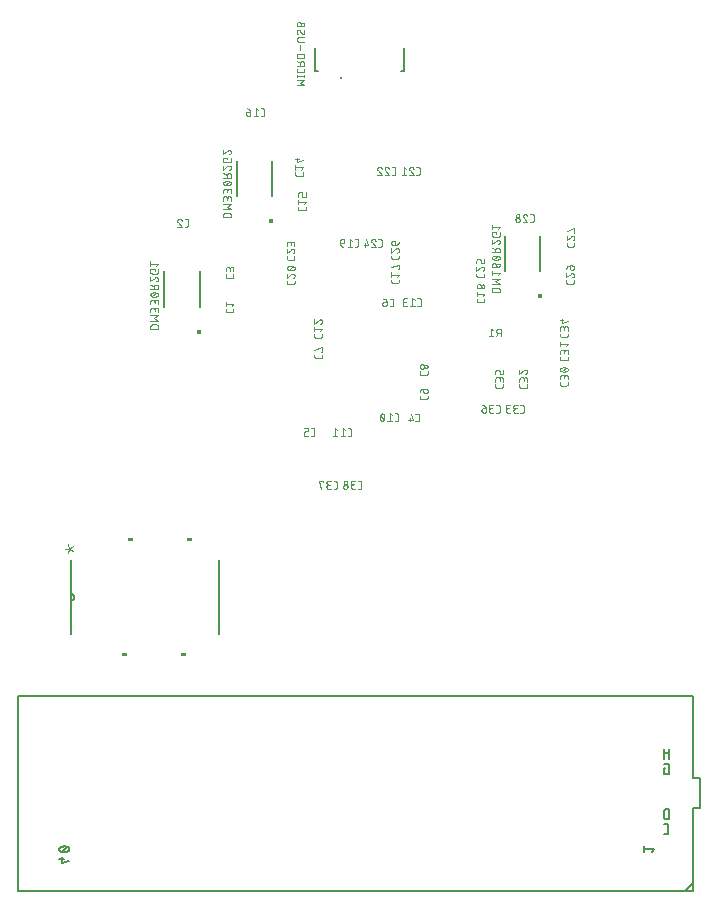
<source format=gbr>
G04 EAGLE Gerber X2 export*
G75*
%MOMM*%
%FSLAX34Y34*%
%LPD*%
%AMOC8*
5,1,8,0,0,1.08239X$1,22.5*%
G01*
%ADD10C,0.050800*%
%ADD11C,0.400000*%
%ADD12C,0.127000*%
%ADD13C,0.100000*%
%ADD14C,0.152400*%
%ADD15C,0.076200*%

G36*
X204126Y308485D02*
X204126Y308485D01*
X204128Y308484D01*
X204171Y308504D01*
X204215Y308522D01*
X204216Y308524D01*
X204218Y308525D01*
X204250Y308610D01*
X204250Y311150D01*
X204249Y311152D01*
X204250Y311154D01*
X204230Y311197D01*
X204212Y311241D01*
X204210Y311241D01*
X204209Y311243D01*
X204124Y311276D01*
X200314Y311276D01*
X200312Y311275D01*
X200310Y311276D01*
X200267Y311256D01*
X200223Y311238D01*
X200223Y311236D01*
X200221Y311235D01*
X200188Y311150D01*
X200188Y308610D01*
X200189Y308608D01*
X200188Y308606D01*
X200208Y308563D01*
X200226Y308519D01*
X200228Y308519D01*
X200229Y308517D01*
X200314Y308484D01*
X204124Y308484D01*
X204126Y308485D01*
G37*
G36*
X154126Y308485D02*
X154126Y308485D01*
X154128Y308484D01*
X154171Y308504D01*
X154215Y308522D01*
X154216Y308524D01*
X154218Y308525D01*
X154250Y308610D01*
X154250Y311150D01*
X154249Y311152D01*
X154250Y311154D01*
X154230Y311197D01*
X154212Y311241D01*
X154210Y311241D01*
X154209Y311243D01*
X154124Y311276D01*
X150314Y311276D01*
X150312Y311275D01*
X150310Y311276D01*
X150267Y311256D01*
X150223Y311238D01*
X150223Y311236D01*
X150221Y311235D01*
X150188Y311150D01*
X150188Y308610D01*
X150189Y308608D01*
X150188Y308606D01*
X150208Y308563D01*
X150226Y308519D01*
X150228Y308519D01*
X150229Y308517D01*
X150314Y308484D01*
X154124Y308484D01*
X154126Y308485D01*
G37*
G36*
X149126Y210695D02*
X149126Y210695D01*
X149128Y210694D01*
X149171Y210714D01*
X149215Y210732D01*
X149216Y210734D01*
X149217Y210735D01*
X149250Y210820D01*
X149250Y213360D01*
X149249Y213362D01*
X149250Y213364D01*
X149230Y213407D01*
X149212Y213451D01*
X149210Y213451D01*
X149209Y213453D01*
X149124Y213486D01*
X145314Y213486D01*
X145312Y213485D01*
X145310Y213486D01*
X145267Y213466D01*
X145223Y213448D01*
X145223Y213446D01*
X145221Y213445D01*
X145188Y213360D01*
X145188Y210820D01*
X145189Y210818D01*
X145188Y210816D01*
X145208Y210773D01*
X145226Y210729D01*
X145228Y210729D01*
X145229Y210727D01*
X145314Y210694D01*
X149124Y210694D01*
X149126Y210695D01*
G37*
G36*
X199126Y210695D02*
X199126Y210695D01*
X199128Y210694D01*
X199171Y210714D01*
X199215Y210732D01*
X199216Y210734D01*
X199218Y210735D01*
X199250Y210820D01*
X199250Y213360D01*
X199249Y213362D01*
X199250Y213364D01*
X199230Y213407D01*
X199212Y213451D01*
X199210Y213451D01*
X199209Y213453D01*
X199124Y213486D01*
X195314Y213486D01*
X195312Y213485D01*
X195310Y213486D01*
X195267Y213466D01*
X195223Y213448D01*
X195223Y213446D01*
X195221Y213445D01*
X195188Y213360D01*
X195188Y210820D01*
X195189Y210818D01*
X195188Y210816D01*
X195208Y210773D01*
X195226Y210729D01*
X195228Y210729D01*
X195229Y210727D01*
X195314Y210694D01*
X199124Y210694D01*
X199126Y210695D01*
G37*
D10*
X232918Y504882D02*
X232918Y503415D01*
X232917Y503415D02*
X232919Y503341D01*
X232925Y503266D01*
X232934Y503193D01*
X232947Y503119D01*
X232964Y503047D01*
X232984Y502976D01*
X233008Y502905D01*
X233036Y502836D01*
X233067Y502769D01*
X233101Y502703D01*
X233139Y502638D01*
X233180Y502576D01*
X233224Y502516D01*
X233271Y502459D01*
X233321Y502404D01*
X233374Y502351D01*
X233429Y502301D01*
X233486Y502254D01*
X233546Y502210D01*
X233608Y502169D01*
X233673Y502131D01*
X233739Y502097D01*
X233806Y502066D01*
X233875Y502038D01*
X233946Y502014D01*
X234017Y501994D01*
X234089Y501977D01*
X234163Y501964D01*
X234236Y501955D01*
X234311Y501949D01*
X234385Y501947D01*
X238054Y501947D01*
X238128Y501949D01*
X238203Y501955D01*
X238276Y501964D01*
X238350Y501977D01*
X238422Y501994D01*
X238493Y502014D01*
X238564Y502038D01*
X238633Y502066D01*
X238700Y502097D01*
X238766Y502131D01*
X238831Y502169D01*
X238893Y502210D01*
X238953Y502254D01*
X239010Y502301D01*
X239065Y502351D01*
X239118Y502404D01*
X239168Y502459D01*
X239215Y502516D01*
X239259Y502576D01*
X239300Y502638D01*
X239338Y502703D01*
X239372Y502768D01*
X239403Y502836D01*
X239431Y502905D01*
X239455Y502976D01*
X239475Y503047D01*
X239492Y503119D01*
X239505Y503193D01*
X239514Y503266D01*
X239520Y503341D01*
X239522Y503415D01*
X239522Y504882D01*
X238054Y507299D02*
X239522Y509133D01*
X232918Y509133D01*
X232918Y507299D02*
X232918Y510968D01*
X376121Y409702D02*
X377588Y409702D01*
X377588Y409701D02*
X377662Y409703D01*
X377737Y409709D01*
X377810Y409718D01*
X377884Y409731D01*
X377956Y409748D01*
X378027Y409768D01*
X378098Y409792D01*
X378167Y409820D01*
X378235Y409851D01*
X378300Y409885D01*
X378365Y409923D01*
X378427Y409964D01*
X378487Y410008D01*
X378544Y410055D01*
X378599Y410105D01*
X378652Y410158D01*
X378702Y410213D01*
X378749Y410270D01*
X378793Y410330D01*
X378834Y410392D01*
X378872Y410457D01*
X378906Y410523D01*
X378937Y410590D01*
X378965Y410659D01*
X378989Y410730D01*
X379009Y410801D01*
X379026Y410874D01*
X379039Y410947D01*
X379048Y411021D01*
X379054Y411095D01*
X379056Y411169D01*
X379056Y414838D01*
X379054Y414912D01*
X379048Y414987D01*
X379039Y415060D01*
X379026Y415133D01*
X379009Y415206D01*
X378989Y415277D01*
X378965Y415348D01*
X378937Y415417D01*
X378906Y415484D01*
X378872Y415550D01*
X378834Y415615D01*
X378793Y415677D01*
X378749Y415737D01*
X378702Y415794D01*
X378652Y415849D01*
X378599Y415902D01*
X378544Y415952D01*
X378487Y415999D01*
X378427Y416043D01*
X378365Y416084D01*
X378300Y416122D01*
X378235Y416156D01*
X378167Y416187D01*
X378098Y416215D01*
X378028Y416239D01*
X377956Y416259D01*
X377884Y416276D01*
X377810Y416289D01*
X377737Y416298D01*
X377662Y416304D01*
X377588Y416306D01*
X376121Y416306D01*
X373704Y414838D02*
X371870Y416306D01*
X371870Y409702D01*
X373704Y409702D02*
X370035Y409702D01*
X367303Y413004D02*
X367301Y413149D01*
X367295Y413294D01*
X367286Y413439D01*
X367272Y413584D01*
X367255Y413728D01*
X367233Y413871D01*
X367208Y414015D01*
X367179Y414157D01*
X367147Y414298D01*
X367110Y414439D01*
X367070Y414578D01*
X367026Y414717D01*
X366979Y414854D01*
X366928Y414990D01*
X366873Y415124D01*
X366815Y415257D01*
X366753Y415389D01*
X366754Y415388D02*
X366728Y415457D01*
X366699Y415524D01*
X366666Y415590D01*
X366630Y415653D01*
X366590Y415715D01*
X366547Y415774D01*
X366501Y415831D01*
X366452Y415885D01*
X366400Y415937D01*
X366345Y415986D01*
X366288Y416031D01*
X366228Y416074D01*
X366166Y416113D01*
X366103Y416149D01*
X366037Y416182D01*
X365970Y416210D01*
X365901Y416236D01*
X365831Y416257D01*
X365760Y416275D01*
X365688Y416288D01*
X365615Y416298D01*
X365542Y416304D01*
X365469Y416306D01*
X365469Y416305D02*
X365396Y416303D01*
X365323Y416297D01*
X365250Y416287D01*
X365179Y416274D01*
X365107Y416256D01*
X365037Y416235D01*
X364969Y416209D01*
X364901Y416181D01*
X364836Y416148D01*
X364772Y416112D01*
X364710Y416073D01*
X364651Y416031D01*
X364594Y415985D01*
X364539Y415936D01*
X364487Y415885D01*
X364438Y415830D01*
X364392Y415773D01*
X364349Y415714D01*
X364309Y415653D01*
X364273Y415589D01*
X364240Y415524D01*
X364211Y415457D01*
X364185Y415388D01*
X364184Y415389D02*
X364122Y415257D01*
X364064Y415124D01*
X364009Y414990D01*
X363958Y414854D01*
X363911Y414717D01*
X363867Y414578D01*
X363827Y414439D01*
X363790Y414298D01*
X363758Y414157D01*
X363729Y414015D01*
X363704Y413872D01*
X363682Y413728D01*
X363665Y413584D01*
X363651Y413439D01*
X363642Y413294D01*
X363636Y413149D01*
X363634Y413004D01*
X367303Y413004D02*
X367301Y412859D01*
X367295Y412714D01*
X367286Y412569D01*
X367272Y412424D01*
X367255Y412280D01*
X367233Y412137D01*
X367208Y411994D01*
X367180Y411851D01*
X367147Y411710D01*
X367110Y411569D01*
X367070Y411430D01*
X367026Y411291D01*
X366979Y411154D01*
X366928Y411018D01*
X366873Y410884D01*
X366815Y410751D01*
X366753Y410619D01*
X366754Y410619D02*
X366728Y410550D01*
X366699Y410483D01*
X366666Y410417D01*
X366630Y410354D01*
X366590Y410292D01*
X366547Y410233D01*
X366501Y410176D01*
X366452Y410122D01*
X366400Y410070D01*
X366345Y410021D01*
X366288Y409976D01*
X366228Y409933D01*
X366166Y409894D01*
X366103Y409858D01*
X366037Y409825D01*
X365970Y409797D01*
X365901Y409771D01*
X365831Y409750D01*
X365760Y409732D01*
X365688Y409719D01*
X365615Y409709D01*
X365542Y409703D01*
X365469Y409701D01*
X364185Y410619D02*
X364123Y410751D01*
X364065Y410884D01*
X364010Y411018D01*
X363959Y411154D01*
X363912Y411291D01*
X363868Y411430D01*
X363828Y411569D01*
X363791Y411710D01*
X363759Y411851D01*
X363730Y411993D01*
X363705Y412136D01*
X363683Y412280D01*
X363666Y412424D01*
X363652Y412569D01*
X363643Y412714D01*
X363637Y412859D01*
X363635Y413004D01*
X364185Y410619D02*
X364211Y410550D01*
X364240Y410483D01*
X364273Y410418D01*
X364309Y410354D01*
X364349Y410293D01*
X364392Y410234D01*
X364438Y410177D01*
X364487Y410122D01*
X364539Y410071D01*
X364594Y410022D01*
X364651Y409976D01*
X364710Y409934D01*
X364772Y409895D01*
X364836Y409859D01*
X364901Y409826D01*
X364969Y409798D01*
X365037Y409772D01*
X365107Y409751D01*
X365179Y409733D01*
X365250Y409720D01*
X365323Y409710D01*
X365396Y409704D01*
X365469Y409702D01*
X366936Y411169D02*
X364001Y414838D01*
X337946Y397129D02*
X336478Y397129D01*
X337946Y397129D02*
X338020Y397131D01*
X338095Y397137D01*
X338168Y397146D01*
X338242Y397159D01*
X338314Y397176D01*
X338385Y397196D01*
X338456Y397220D01*
X338525Y397248D01*
X338593Y397279D01*
X338658Y397313D01*
X338723Y397351D01*
X338785Y397392D01*
X338845Y397436D01*
X338902Y397483D01*
X338957Y397533D01*
X339010Y397586D01*
X339060Y397641D01*
X339107Y397698D01*
X339151Y397758D01*
X339192Y397820D01*
X339230Y397885D01*
X339264Y397951D01*
X339295Y398018D01*
X339323Y398087D01*
X339347Y398158D01*
X339367Y398229D01*
X339384Y398302D01*
X339397Y398375D01*
X339406Y398449D01*
X339412Y398523D01*
X339414Y398597D01*
X339413Y398597D02*
X339413Y402266D01*
X339414Y402266D02*
X339412Y402340D01*
X339406Y402415D01*
X339397Y402488D01*
X339384Y402561D01*
X339367Y402634D01*
X339347Y402705D01*
X339323Y402776D01*
X339295Y402845D01*
X339264Y402912D01*
X339230Y402978D01*
X339192Y403043D01*
X339151Y403105D01*
X339107Y403165D01*
X339060Y403222D01*
X339010Y403277D01*
X338957Y403330D01*
X338902Y403380D01*
X338845Y403427D01*
X338785Y403471D01*
X338723Y403512D01*
X338658Y403550D01*
X338593Y403584D01*
X338525Y403615D01*
X338456Y403643D01*
X338386Y403667D01*
X338314Y403687D01*
X338242Y403704D01*
X338168Y403717D01*
X338095Y403726D01*
X338020Y403732D01*
X337946Y403734D01*
X337946Y403733D02*
X336478Y403733D01*
X334062Y402266D02*
X332227Y403733D01*
X332227Y397129D01*
X330393Y397129D02*
X334062Y397129D01*
X327661Y402266D02*
X325827Y403733D01*
X325827Y397129D01*
X327661Y397129D02*
X323992Y397129D01*
X308117Y481954D02*
X308117Y483422D01*
X308117Y481954D02*
X308119Y481880D01*
X308125Y481805D01*
X308134Y481732D01*
X308147Y481658D01*
X308164Y481586D01*
X308184Y481515D01*
X308208Y481444D01*
X308236Y481375D01*
X308267Y481308D01*
X308301Y481242D01*
X308339Y481177D01*
X308380Y481115D01*
X308424Y481055D01*
X308471Y480998D01*
X308521Y480943D01*
X308574Y480890D01*
X308629Y480840D01*
X308686Y480793D01*
X308746Y480749D01*
X308808Y480708D01*
X308873Y480670D01*
X308939Y480636D01*
X309006Y480605D01*
X309075Y480577D01*
X309146Y480553D01*
X309217Y480533D01*
X309289Y480516D01*
X309363Y480503D01*
X309436Y480494D01*
X309511Y480488D01*
X309585Y480486D01*
X309585Y480487D02*
X313253Y480487D01*
X313327Y480489D01*
X313402Y480495D01*
X313475Y480504D01*
X313549Y480517D01*
X313621Y480534D01*
X313692Y480554D01*
X313763Y480578D01*
X313832Y480606D01*
X313899Y480637D01*
X313965Y480671D01*
X314030Y480709D01*
X314092Y480750D01*
X314152Y480794D01*
X314209Y480841D01*
X314264Y480891D01*
X314317Y480944D01*
X314367Y480999D01*
X314414Y481056D01*
X314458Y481116D01*
X314499Y481178D01*
X314537Y481243D01*
X314571Y481308D01*
X314602Y481376D01*
X314630Y481445D01*
X314654Y481516D01*
X314674Y481587D01*
X314691Y481659D01*
X314704Y481733D01*
X314713Y481806D01*
X314719Y481881D01*
X314721Y481955D01*
X314721Y481954D02*
X314721Y483422D01*
X313253Y485839D02*
X314721Y487673D01*
X308117Y487673D01*
X308117Y485839D02*
X308117Y489507D01*
X313070Y495908D02*
X313149Y495906D01*
X313227Y495901D01*
X313305Y495891D01*
X313382Y495878D01*
X313459Y495861D01*
X313535Y495841D01*
X313610Y495817D01*
X313684Y495790D01*
X313756Y495759D01*
X313827Y495724D01*
X313896Y495687D01*
X313963Y495646D01*
X314028Y495602D01*
X314091Y495555D01*
X314151Y495505D01*
X314209Y495452D01*
X314265Y495396D01*
X314318Y495338D01*
X314368Y495278D01*
X314415Y495215D01*
X314459Y495150D01*
X314500Y495083D01*
X314537Y495014D01*
X314572Y494943D01*
X314603Y494871D01*
X314630Y494797D01*
X314654Y494722D01*
X314674Y494646D01*
X314691Y494569D01*
X314704Y494492D01*
X314714Y494414D01*
X314719Y494336D01*
X314721Y494257D01*
X314719Y494168D01*
X314714Y494079D01*
X314704Y493991D01*
X314691Y493903D01*
X314675Y493816D01*
X314654Y493729D01*
X314630Y493644D01*
X314603Y493559D01*
X314572Y493476D01*
X314537Y493394D01*
X314499Y493313D01*
X314458Y493234D01*
X314414Y493158D01*
X314366Y493082D01*
X314315Y493009D01*
X314262Y492939D01*
X314205Y492870D01*
X314145Y492804D01*
X314083Y492741D01*
X314018Y492680D01*
X313951Y492622D01*
X313881Y492567D01*
X313809Y492514D01*
X313735Y492465D01*
X313659Y492419D01*
X313581Y492377D01*
X313501Y492337D01*
X313420Y492301D01*
X313337Y492268D01*
X313253Y492239D01*
X311786Y495358D02*
X311842Y495414D01*
X311901Y495468D01*
X311962Y495519D01*
X312026Y495568D01*
X312091Y495613D01*
X312159Y495656D01*
X312228Y495695D01*
X312299Y495732D01*
X312372Y495765D01*
X312446Y495794D01*
X312521Y495821D01*
X312597Y495844D01*
X312675Y495863D01*
X312753Y495879D01*
X312831Y495892D01*
X312911Y495901D01*
X312990Y495906D01*
X313070Y495908D01*
X311786Y495358D02*
X308117Y492239D01*
X308117Y495908D01*
X395434Y507108D02*
X396901Y507108D01*
X396975Y507110D01*
X397050Y507116D01*
X397123Y507125D01*
X397197Y507138D01*
X397269Y507155D01*
X397340Y507175D01*
X397411Y507199D01*
X397480Y507227D01*
X397548Y507258D01*
X397613Y507292D01*
X397678Y507330D01*
X397740Y507371D01*
X397800Y507415D01*
X397857Y507462D01*
X397912Y507512D01*
X397965Y507565D01*
X398015Y507620D01*
X398062Y507677D01*
X398106Y507737D01*
X398147Y507799D01*
X398185Y507864D01*
X398219Y507930D01*
X398250Y507997D01*
X398278Y508066D01*
X398302Y508137D01*
X398322Y508208D01*
X398339Y508281D01*
X398352Y508354D01*
X398361Y508428D01*
X398367Y508502D01*
X398369Y508576D01*
X398369Y512245D01*
X398367Y512319D01*
X398361Y512394D01*
X398352Y512467D01*
X398339Y512540D01*
X398322Y512613D01*
X398302Y512684D01*
X398278Y512755D01*
X398250Y512824D01*
X398219Y512891D01*
X398185Y512957D01*
X398147Y513022D01*
X398106Y513084D01*
X398062Y513144D01*
X398015Y513201D01*
X397965Y513256D01*
X397912Y513309D01*
X397857Y513359D01*
X397800Y513406D01*
X397740Y513450D01*
X397678Y513491D01*
X397613Y513529D01*
X397548Y513563D01*
X397480Y513594D01*
X397411Y513622D01*
X397341Y513646D01*
X397269Y513666D01*
X397197Y513683D01*
X397123Y513696D01*
X397050Y513705D01*
X396975Y513711D01*
X396901Y513713D01*
X396901Y513712D02*
X395434Y513712D01*
X393017Y512245D02*
X391183Y513712D01*
X391183Y507108D01*
X393017Y507108D02*
X389348Y507108D01*
X386616Y507108D02*
X384782Y507108D01*
X384782Y507109D02*
X384697Y507111D01*
X384613Y507117D01*
X384529Y507127D01*
X384445Y507140D01*
X384362Y507158D01*
X384280Y507179D01*
X384199Y507204D01*
X384119Y507233D01*
X384041Y507265D01*
X383965Y507301D01*
X383890Y507341D01*
X383817Y507384D01*
X383746Y507430D01*
X383677Y507479D01*
X383610Y507532D01*
X383546Y507588D01*
X383485Y507646D01*
X383427Y507707D01*
X383371Y507771D01*
X383318Y507838D01*
X383269Y507907D01*
X383223Y507978D01*
X383180Y508051D01*
X383140Y508126D01*
X383104Y508202D01*
X383072Y508280D01*
X383043Y508360D01*
X383018Y508441D01*
X382997Y508523D01*
X382979Y508606D01*
X382966Y508690D01*
X382956Y508774D01*
X382950Y508858D01*
X382948Y508943D01*
X382950Y509028D01*
X382956Y509112D01*
X382966Y509196D01*
X382979Y509280D01*
X382997Y509363D01*
X383018Y509445D01*
X383043Y509526D01*
X383072Y509606D01*
X383104Y509684D01*
X383140Y509760D01*
X383180Y509835D01*
X383223Y509908D01*
X383269Y509979D01*
X383318Y510048D01*
X383371Y510115D01*
X383427Y510179D01*
X383485Y510240D01*
X383546Y510298D01*
X383610Y510354D01*
X383677Y510407D01*
X383746Y510456D01*
X383817Y510502D01*
X383890Y510545D01*
X383965Y510585D01*
X384041Y510621D01*
X384119Y510653D01*
X384199Y510682D01*
X384280Y510707D01*
X384362Y510728D01*
X384445Y510746D01*
X384529Y510759D01*
X384613Y510769D01*
X384697Y510775D01*
X384782Y510777D01*
X384415Y513712D02*
X386616Y513712D01*
X384415Y513713D02*
X384339Y513711D01*
X384264Y513705D01*
X384189Y513696D01*
X384115Y513682D01*
X384041Y513665D01*
X383969Y513643D01*
X383897Y513619D01*
X383827Y513590D01*
X383759Y513558D01*
X383692Y513523D01*
X383627Y513484D01*
X383564Y513441D01*
X383504Y513396D01*
X383446Y513348D01*
X383390Y513296D01*
X383338Y513242D01*
X383288Y513185D01*
X383241Y513126D01*
X383197Y513065D01*
X383156Y513001D01*
X383119Y512935D01*
X383085Y512867D01*
X383055Y512798D01*
X383028Y512727D01*
X383005Y512655D01*
X382986Y512582D01*
X382971Y512508D01*
X382959Y512433D01*
X382951Y512358D01*
X382947Y512283D01*
X382947Y512207D01*
X382951Y512132D01*
X382959Y512057D01*
X382971Y511982D01*
X382986Y511908D01*
X383005Y511835D01*
X383028Y511763D01*
X383055Y511692D01*
X383085Y511623D01*
X383119Y511555D01*
X383156Y511489D01*
X383197Y511425D01*
X383241Y511364D01*
X383288Y511305D01*
X383338Y511248D01*
X383390Y511194D01*
X383446Y511142D01*
X383504Y511094D01*
X383564Y511049D01*
X383627Y511006D01*
X383692Y510967D01*
X383759Y510932D01*
X383827Y510900D01*
X383897Y510871D01*
X383969Y510847D01*
X384041Y510825D01*
X384115Y510808D01*
X384189Y510794D01*
X384264Y510785D01*
X384339Y510779D01*
X384415Y510777D01*
X385883Y510777D01*
X292113Y618912D02*
X292113Y620379D01*
X292112Y618912D02*
X292114Y618838D01*
X292120Y618763D01*
X292129Y618690D01*
X292142Y618616D01*
X292159Y618544D01*
X292179Y618473D01*
X292203Y618402D01*
X292231Y618333D01*
X292262Y618266D01*
X292296Y618200D01*
X292334Y618135D01*
X292375Y618073D01*
X292419Y618013D01*
X292466Y617956D01*
X292516Y617901D01*
X292569Y617848D01*
X292624Y617798D01*
X292681Y617751D01*
X292741Y617707D01*
X292803Y617666D01*
X292868Y617628D01*
X292934Y617594D01*
X293001Y617563D01*
X293070Y617535D01*
X293141Y617511D01*
X293212Y617491D01*
X293284Y617474D01*
X293358Y617461D01*
X293431Y617452D01*
X293506Y617446D01*
X293580Y617444D01*
X297249Y617444D01*
X297323Y617446D01*
X297398Y617452D01*
X297471Y617461D01*
X297545Y617474D01*
X297617Y617491D01*
X297688Y617511D01*
X297759Y617535D01*
X297828Y617563D01*
X297895Y617594D01*
X297961Y617628D01*
X298026Y617666D01*
X298088Y617707D01*
X298148Y617751D01*
X298205Y617798D01*
X298260Y617848D01*
X298313Y617901D01*
X298363Y617956D01*
X298410Y618013D01*
X298454Y618073D01*
X298495Y618135D01*
X298533Y618200D01*
X298567Y618265D01*
X298598Y618333D01*
X298626Y618402D01*
X298650Y618473D01*
X298670Y618544D01*
X298687Y618616D01*
X298700Y618690D01*
X298709Y618763D01*
X298715Y618838D01*
X298717Y618912D01*
X298717Y620379D01*
X297249Y622796D02*
X298717Y624630D01*
X292113Y624630D01*
X292113Y622796D02*
X292113Y626464D01*
X293580Y629196D02*
X298717Y630664D01*
X293580Y629196D02*
X293580Y632865D01*
X292113Y631765D02*
X295048Y631765D01*
X294284Y591121D02*
X294284Y589653D01*
X294286Y589579D01*
X294292Y589504D01*
X294301Y589431D01*
X294314Y589357D01*
X294331Y589285D01*
X294351Y589214D01*
X294375Y589143D01*
X294403Y589074D01*
X294434Y589007D01*
X294468Y588941D01*
X294506Y588876D01*
X294547Y588814D01*
X294591Y588754D01*
X294638Y588697D01*
X294688Y588642D01*
X294741Y588589D01*
X294796Y588539D01*
X294853Y588492D01*
X294913Y588448D01*
X294975Y588407D01*
X295040Y588369D01*
X295106Y588335D01*
X295173Y588304D01*
X295242Y588276D01*
X295313Y588252D01*
X295384Y588232D01*
X295456Y588215D01*
X295530Y588202D01*
X295603Y588193D01*
X295678Y588187D01*
X295752Y588185D01*
X295752Y588186D02*
X299421Y588186D01*
X299421Y588185D02*
X299495Y588187D01*
X299570Y588193D01*
X299643Y588202D01*
X299717Y588215D01*
X299789Y588232D01*
X299860Y588252D01*
X299931Y588276D01*
X300000Y588304D01*
X300067Y588335D01*
X300133Y588369D01*
X300198Y588407D01*
X300260Y588448D01*
X300320Y588492D01*
X300377Y588539D01*
X300432Y588589D01*
X300485Y588642D01*
X300535Y588697D01*
X300582Y588754D01*
X300626Y588814D01*
X300667Y588876D01*
X300705Y588941D01*
X300739Y589006D01*
X300770Y589074D01*
X300798Y589143D01*
X300822Y589214D01*
X300842Y589285D01*
X300859Y589357D01*
X300872Y589431D01*
X300881Y589504D01*
X300887Y589579D01*
X300889Y589653D01*
X300888Y589653D02*
X300888Y591121D01*
X299421Y593537D02*
X300888Y595372D01*
X294284Y595372D01*
X294284Y597206D02*
X294284Y593537D01*
X294284Y599938D02*
X294284Y602139D01*
X294286Y602213D01*
X294292Y602288D01*
X294301Y602361D01*
X294314Y602435D01*
X294331Y602507D01*
X294351Y602578D01*
X294375Y602649D01*
X294403Y602718D01*
X294434Y602785D01*
X294468Y602851D01*
X294506Y602916D01*
X294547Y602978D01*
X294591Y603038D01*
X294638Y603095D01*
X294688Y603150D01*
X294741Y603203D01*
X294796Y603253D01*
X294853Y603300D01*
X294913Y603344D01*
X294975Y603385D01*
X295040Y603423D01*
X295105Y603457D01*
X295173Y603488D01*
X295242Y603516D01*
X295313Y603540D01*
X295384Y603560D01*
X295456Y603577D01*
X295530Y603590D01*
X295603Y603599D01*
X295678Y603605D01*
X295752Y603607D01*
X296486Y603607D01*
X296560Y603605D01*
X296635Y603599D01*
X296708Y603590D01*
X296782Y603577D01*
X296854Y603560D01*
X296925Y603540D01*
X296996Y603516D01*
X297065Y603488D01*
X297132Y603457D01*
X297198Y603423D01*
X297263Y603385D01*
X297325Y603344D01*
X297385Y603300D01*
X297442Y603253D01*
X297497Y603203D01*
X297550Y603150D01*
X297600Y603095D01*
X297647Y603038D01*
X297691Y602978D01*
X297732Y602916D01*
X297770Y602851D01*
X297804Y602785D01*
X297835Y602718D01*
X297863Y602649D01*
X297887Y602578D01*
X297907Y602507D01*
X297924Y602435D01*
X297937Y602361D01*
X297946Y602288D01*
X297952Y602213D01*
X297954Y602139D01*
X297953Y602139D02*
X297953Y599938D01*
X300888Y599938D01*
X300888Y603607D01*
X264218Y667961D02*
X262750Y667961D01*
X264218Y667961D02*
X264292Y667963D01*
X264367Y667969D01*
X264440Y667978D01*
X264514Y667991D01*
X264586Y668008D01*
X264657Y668028D01*
X264728Y668052D01*
X264797Y668080D01*
X264865Y668111D01*
X264930Y668145D01*
X264995Y668183D01*
X265057Y668224D01*
X265117Y668268D01*
X265174Y668315D01*
X265229Y668365D01*
X265282Y668418D01*
X265332Y668473D01*
X265379Y668530D01*
X265423Y668590D01*
X265464Y668652D01*
X265502Y668717D01*
X265536Y668783D01*
X265567Y668850D01*
X265595Y668919D01*
X265619Y668990D01*
X265639Y669061D01*
X265656Y669134D01*
X265669Y669207D01*
X265678Y669281D01*
X265684Y669355D01*
X265686Y669429D01*
X265685Y669429D02*
X265685Y673098D01*
X265686Y673098D02*
X265684Y673172D01*
X265678Y673247D01*
X265669Y673320D01*
X265656Y673393D01*
X265639Y673466D01*
X265619Y673537D01*
X265595Y673608D01*
X265567Y673677D01*
X265536Y673744D01*
X265502Y673810D01*
X265464Y673875D01*
X265423Y673937D01*
X265379Y673997D01*
X265332Y674054D01*
X265282Y674109D01*
X265229Y674162D01*
X265174Y674212D01*
X265117Y674259D01*
X265057Y674303D01*
X264995Y674344D01*
X264930Y674382D01*
X264865Y674416D01*
X264797Y674447D01*
X264728Y674475D01*
X264658Y674499D01*
X264586Y674519D01*
X264514Y674536D01*
X264440Y674549D01*
X264367Y674558D01*
X264292Y674564D01*
X264218Y674566D01*
X264218Y674565D02*
X262750Y674565D01*
X260334Y673098D02*
X258499Y674565D01*
X258499Y667961D01*
X256665Y667961D02*
X260334Y667961D01*
X253933Y671630D02*
X251732Y671630D01*
X251732Y671631D02*
X251658Y671629D01*
X251583Y671623D01*
X251510Y671614D01*
X251436Y671601D01*
X251364Y671584D01*
X251293Y671564D01*
X251222Y671540D01*
X251153Y671512D01*
X251086Y671481D01*
X251020Y671447D01*
X250955Y671409D01*
X250893Y671368D01*
X250833Y671324D01*
X250776Y671277D01*
X250721Y671227D01*
X250668Y671174D01*
X250618Y671119D01*
X250571Y671062D01*
X250527Y671002D01*
X250486Y670940D01*
X250448Y670875D01*
X250414Y670809D01*
X250383Y670742D01*
X250355Y670673D01*
X250331Y670602D01*
X250311Y670531D01*
X250294Y670459D01*
X250281Y670385D01*
X250272Y670312D01*
X250266Y670237D01*
X250264Y670163D01*
X250264Y669796D01*
X250265Y669796D02*
X250267Y669711D01*
X250273Y669627D01*
X250283Y669543D01*
X250296Y669459D01*
X250314Y669376D01*
X250335Y669294D01*
X250360Y669213D01*
X250389Y669133D01*
X250421Y669055D01*
X250457Y668979D01*
X250497Y668904D01*
X250540Y668831D01*
X250586Y668760D01*
X250635Y668691D01*
X250688Y668624D01*
X250744Y668560D01*
X250802Y668499D01*
X250863Y668441D01*
X250927Y668385D01*
X250994Y668332D01*
X251063Y668283D01*
X251134Y668237D01*
X251207Y668194D01*
X251282Y668154D01*
X251358Y668118D01*
X251436Y668086D01*
X251516Y668057D01*
X251597Y668032D01*
X251679Y668011D01*
X251762Y667993D01*
X251846Y667980D01*
X251930Y667970D01*
X252014Y667964D01*
X252099Y667962D01*
X252184Y667964D01*
X252268Y667970D01*
X252352Y667980D01*
X252436Y667993D01*
X252519Y668011D01*
X252601Y668032D01*
X252682Y668057D01*
X252762Y668086D01*
X252840Y668118D01*
X252916Y668154D01*
X252991Y668194D01*
X253064Y668237D01*
X253135Y668283D01*
X253204Y668332D01*
X253271Y668385D01*
X253335Y668441D01*
X253396Y668499D01*
X253454Y668560D01*
X253510Y668624D01*
X253563Y668691D01*
X253612Y668760D01*
X253658Y668831D01*
X253701Y668904D01*
X253741Y668979D01*
X253777Y669055D01*
X253809Y669133D01*
X253838Y669213D01*
X253863Y669294D01*
X253884Y669376D01*
X253902Y669459D01*
X253915Y669543D01*
X253925Y669627D01*
X253931Y669711D01*
X253933Y669796D01*
X253933Y671630D01*
X253931Y671737D01*
X253925Y671844D01*
X253915Y671951D01*
X253902Y672057D01*
X253884Y672163D01*
X253863Y672268D01*
X253838Y672372D01*
X253809Y672476D01*
X253776Y672578D01*
X253739Y672678D01*
X253699Y672778D01*
X253655Y672876D01*
X253608Y672972D01*
X253557Y673066D01*
X253503Y673159D01*
X253446Y673249D01*
X253385Y673338D01*
X253321Y673424D01*
X253254Y673507D01*
X253184Y673589D01*
X253111Y673667D01*
X253035Y673743D01*
X252957Y673816D01*
X252875Y673886D01*
X252792Y673953D01*
X252706Y674017D01*
X252617Y674078D01*
X252527Y674135D01*
X252434Y674189D01*
X252340Y674240D01*
X252244Y674287D01*
X252146Y674331D01*
X252047Y674371D01*
X251946Y674408D01*
X251844Y674441D01*
X251740Y674470D01*
X251636Y674495D01*
X251531Y674516D01*
X251425Y674534D01*
X251319Y674547D01*
X251212Y674557D01*
X251105Y674563D01*
X250998Y674565D01*
X373144Y529641D02*
X373144Y528173D01*
X373146Y528099D01*
X373152Y528024D01*
X373161Y527951D01*
X373174Y527877D01*
X373191Y527805D01*
X373211Y527734D01*
X373235Y527663D01*
X373263Y527594D01*
X373294Y527527D01*
X373328Y527461D01*
X373366Y527396D01*
X373407Y527334D01*
X373451Y527274D01*
X373498Y527217D01*
X373548Y527162D01*
X373601Y527109D01*
X373656Y527059D01*
X373713Y527012D01*
X373773Y526968D01*
X373835Y526927D01*
X373900Y526889D01*
X373966Y526855D01*
X374033Y526824D01*
X374102Y526796D01*
X374173Y526772D01*
X374244Y526752D01*
X374316Y526735D01*
X374390Y526722D01*
X374463Y526713D01*
X374538Y526707D01*
X374612Y526705D01*
X374612Y526706D02*
X378280Y526706D01*
X378280Y526705D02*
X378354Y526707D01*
X378429Y526713D01*
X378502Y526722D01*
X378576Y526735D01*
X378648Y526752D01*
X378719Y526772D01*
X378790Y526796D01*
X378859Y526824D01*
X378926Y526855D01*
X378992Y526889D01*
X379057Y526927D01*
X379119Y526968D01*
X379179Y527012D01*
X379236Y527059D01*
X379291Y527109D01*
X379344Y527162D01*
X379394Y527217D01*
X379441Y527274D01*
X379485Y527334D01*
X379526Y527396D01*
X379564Y527461D01*
X379598Y527526D01*
X379629Y527594D01*
X379657Y527663D01*
X379681Y527734D01*
X379701Y527805D01*
X379718Y527877D01*
X379731Y527951D01*
X379740Y528024D01*
X379746Y528099D01*
X379748Y528173D01*
X379748Y529641D01*
X378280Y532057D02*
X379748Y533892D01*
X373144Y533892D01*
X373144Y535726D02*
X373144Y532057D01*
X379014Y538458D02*
X379748Y538458D01*
X379748Y542127D01*
X373144Y540292D01*
X445560Y513373D02*
X445560Y511905D01*
X445562Y511831D01*
X445568Y511756D01*
X445577Y511683D01*
X445590Y511609D01*
X445607Y511537D01*
X445627Y511466D01*
X445651Y511395D01*
X445679Y511326D01*
X445710Y511259D01*
X445744Y511193D01*
X445782Y511128D01*
X445823Y511066D01*
X445867Y511006D01*
X445914Y510949D01*
X445964Y510894D01*
X446017Y510841D01*
X446072Y510791D01*
X446129Y510744D01*
X446189Y510700D01*
X446251Y510659D01*
X446316Y510621D01*
X446382Y510587D01*
X446449Y510556D01*
X446518Y510528D01*
X446589Y510504D01*
X446660Y510484D01*
X446732Y510467D01*
X446806Y510454D01*
X446879Y510445D01*
X446954Y510439D01*
X447028Y510437D01*
X450697Y510437D01*
X450771Y510439D01*
X450846Y510445D01*
X450919Y510454D01*
X450993Y510467D01*
X451065Y510484D01*
X451136Y510504D01*
X451207Y510528D01*
X451276Y510556D01*
X451343Y510587D01*
X451409Y510621D01*
X451474Y510659D01*
X451536Y510700D01*
X451596Y510744D01*
X451653Y510791D01*
X451708Y510841D01*
X451761Y510894D01*
X451811Y510949D01*
X451858Y511006D01*
X451902Y511066D01*
X451943Y511128D01*
X451981Y511193D01*
X452015Y511258D01*
X452046Y511326D01*
X452074Y511395D01*
X452098Y511466D01*
X452118Y511537D01*
X452135Y511609D01*
X452148Y511683D01*
X452157Y511756D01*
X452163Y511831D01*
X452165Y511905D01*
X452164Y511905D02*
X452164Y513373D01*
X450697Y515789D02*
X452164Y517623D01*
X445560Y517623D01*
X445560Y515789D02*
X445560Y519458D01*
X447395Y522190D02*
X447480Y522192D01*
X447564Y522198D01*
X447648Y522208D01*
X447732Y522221D01*
X447815Y522239D01*
X447897Y522260D01*
X447978Y522285D01*
X448058Y522314D01*
X448136Y522346D01*
X448212Y522382D01*
X448287Y522422D01*
X448360Y522465D01*
X448431Y522511D01*
X448500Y522560D01*
X448567Y522613D01*
X448631Y522669D01*
X448692Y522727D01*
X448750Y522788D01*
X448806Y522852D01*
X448859Y522919D01*
X448908Y522988D01*
X448954Y523059D01*
X448997Y523132D01*
X449037Y523207D01*
X449073Y523283D01*
X449105Y523361D01*
X449134Y523441D01*
X449159Y523522D01*
X449180Y523604D01*
X449198Y523687D01*
X449211Y523771D01*
X449221Y523855D01*
X449227Y523939D01*
X449229Y524024D01*
X449227Y524109D01*
X449221Y524193D01*
X449211Y524277D01*
X449198Y524361D01*
X449180Y524444D01*
X449159Y524526D01*
X449134Y524607D01*
X449105Y524687D01*
X449073Y524765D01*
X449037Y524841D01*
X448997Y524916D01*
X448954Y524989D01*
X448908Y525060D01*
X448859Y525129D01*
X448806Y525196D01*
X448750Y525260D01*
X448692Y525321D01*
X448631Y525379D01*
X448567Y525435D01*
X448500Y525488D01*
X448431Y525537D01*
X448360Y525583D01*
X448287Y525626D01*
X448212Y525666D01*
X448136Y525702D01*
X448058Y525734D01*
X447978Y525763D01*
X447897Y525788D01*
X447815Y525809D01*
X447732Y525827D01*
X447648Y525840D01*
X447564Y525850D01*
X447480Y525856D01*
X447395Y525858D01*
X447310Y525856D01*
X447226Y525850D01*
X447142Y525840D01*
X447058Y525827D01*
X446975Y525809D01*
X446893Y525788D01*
X446812Y525763D01*
X446732Y525734D01*
X446654Y525702D01*
X446578Y525666D01*
X446503Y525626D01*
X446430Y525583D01*
X446359Y525537D01*
X446290Y525488D01*
X446223Y525435D01*
X446159Y525379D01*
X446098Y525321D01*
X446040Y525260D01*
X445984Y525196D01*
X445931Y525129D01*
X445882Y525060D01*
X445836Y524989D01*
X445793Y524916D01*
X445753Y524841D01*
X445717Y524765D01*
X445685Y524687D01*
X445656Y524607D01*
X445631Y524526D01*
X445610Y524444D01*
X445592Y524361D01*
X445579Y524277D01*
X445569Y524193D01*
X445563Y524109D01*
X445561Y524024D01*
X445563Y523939D01*
X445569Y523855D01*
X445579Y523771D01*
X445592Y523687D01*
X445610Y523604D01*
X445631Y523522D01*
X445656Y523441D01*
X445685Y523361D01*
X445717Y523283D01*
X445753Y523207D01*
X445793Y523132D01*
X445836Y523059D01*
X445882Y522988D01*
X445931Y522919D01*
X445984Y522852D01*
X446040Y522788D01*
X446098Y522727D01*
X446159Y522669D01*
X446223Y522613D01*
X446290Y522560D01*
X446359Y522511D01*
X446430Y522465D01*
X446503Y522422D01*
X446578Y522382D01*
X446654Y522346D01*
X446732Y522314D01*
X446812Y522285D01*
X446893Y522260D01*
X446975Y522239D01*
X447058Y522221D01*
X447142Y522208D01*
X447226Y522198D01*
X447310Y522192D01*
X447395Y522190D01*
X450697Y522556D02*
X450773Y522558D01*
X450848Y522564D01*
X450923Y522573D01*
X450997Y522587D01*
X451071Y522604D01*
X451143Y522626D01*
X451215Y522650D01*
X451285Y522679D01*
X451353Y522711D01*
X451420Y522746D01*
X451485Y522785D01*
X451548Y522828D01*
X451608Y522873D01*
X451666Y522921D01*
X451722Y522973D01*
X451774Y523027D01*
X451824Y523084D01*
X451871Y523143D01*
X451915Y523204D01*
X451956Y523268D01*
X451993Y523334D01*
X452027Y523402D01*
X452057Y523471D01*
X452084Y523542D01*
X452107Y523614D01*
X452126Y523687D01*
X452141Y523761D01*
X452153Y523836D01*
X452161Y523911D01*
X452165Y523986D01*
X452165Y524062D01*
X452161Y524137D01*
X452153Y524212D01*
X452141Y524287D01*
X452126Y524361D01*
X452107Y524434D01*
X452084Y524506D01*
X452057Y524577D01*
X452027Y524646D01*
X451993Y524714D01*
X451956Y524780D01*
X451915Y524844D01*
X451871Y524905D01*
X451824Y524964D01*
X451774Y525021D01*
X451722Y525075D01*
X451666Y525127D01*
X451608Y525175D01*
X451548Y525220D01*
X451485Y525263D01*
X451420Y525302D01*
X451353Y525337D01*
X451285Y525369D01*
X451215Y525398D01*
X451143Y525422D01*
X451071Y525444D01*
X450997Y525461D01*
X450923Y525475D01*
X450848Y525484D01*
X450773Y525490D01*
X450697Y525492D01*
X450621Y525490D01*
X450546Y525484D01*
X450471Y525475D01*
X450397Y525461D01*
X450323Y525444D01*
X450251Y525422D01*
X450179Y525398D01*
X450109Y525369D01*
X450041Y525337D01*
X449974Y525302D01*
X449909Y525263D01*
X449846Y525220D01*
X449786Y525175D01*
X449728Y525127D01*
X449672Y525075D01*
X449620Y525021D01*
X449570Y524964D01*
X449523Y524905D01*
X449479Y524844D01*
X449438Y524780D01*
X449401Y524714D01*
X449367Y524646D01*
X449337Y524577D01*
X449310Y524506D01*
X449287Y524434D01*
X449268Y524361D01*
X449253Y524287D01*
X449241Y524212D01*
X449233Y524137D01*
X449229Y524062D01*
X449229Y523986D01*
X449233Y523911D01*
X449241Y523836D01*
X449253Y523761D01*
X449268Y523687D01*
X449287Y523614D01*
X449310Y523542D01*
X449337Y523471D01*
X449367Y523402D01*
X449401Y523334D01*
X449438Y523268D01*
X449479Y523204D01*
X449523Y523143D01*
X449570Y523084D01*
X449620Y523027D01*
X449672Y522973D01*
X449728Y522921D01*
X449786Y522873D01*
X449846Y522828D01*
X449909Y522785D01*
X449974Y522746D01*
X450041Y522711D01*
X450109Y522679D01*
X450179Y522650D01*
X450251Y522626D01*
X450323Y522604D01*
X450397Y522587D01*
X450471Y522573D01*
X450546Y522564D01*
X450621Y522558D01*
X450697Y522556D01*
X343815Y557479D02*
X342348Y557479D01*
X343815Y557478D02*
X343889Y557480D01*
X343964Y557486D01*
X344037Y557495D01*
X344111Y557508D01*
X344183Y557525D01*
X344254Y557545D01*
X344325Y557569D01*
X344394Y557597D01*
X344462Y557628D01*
X344527Y557662D01*
X344592Y557700D01*
X344654Y557741D01*
X344714Y557785D01*
X344771Y557832D01*
X344826Y557882D01*
X344879Y557935D01*
X344929Y557990D01*
X344976Y558047D01*
X345020Y558107D01*
X345061Y558169D01*
X345099Y558234D01*
X345133Y558300D01*
X345164Y558367D01*
X345192Y558436D01*
X345216Y558507D01*
X345236Y558578D01*
X345253Y558651D01*
X345266Y558724D01*
X345275Y558798D01*
X345281Y558872D01*
X345283Y558946D01*
X345283Y562615D01*
X345281Y562689D01*
X345275Y562764D01*
X345266Y562837D01*
X345253Y562910D01*
X345236Y562983D01*
X345216Y563054D01*
X345192Y563125D01*
X345164Y563194D01*
X345133Y563261D01*
X345099Y563327D01*
X345061Y563392D01*
X345020Y563454D01*
X344976Y563514D01*
X344929Y563571D01*
X344879Y563626D01*
X344826Y563679D01*
X344771Y563729D01*
X344714Y563776D01*
X344654Y563820D01*
X344592Y563861D01*
X344527Y563899D01*
X344462Y563933D01*
X344394Y563964D01*
X344325Y563992D01*
X344255Y564016D01*
X344183Y564036D01*
X344111Y564053D01*
X344037Y564066D01*
X343964Y564075D01*
X343889Y564081D01*
X343815Y564083D01*
X342348Y564083D01*
X339931Y562615D02*
X338097Y564083D01*
X338097Y557479D01*
X339931Y557479D02*
X336263Y557479D01*
X332063Y560414D02*
X329862Y560414D01*
X332063Y560413D02*
X332137Y560415D01*
X332212Y560421D01*
X332285Y560430D01*
X332359Y560443D01*
X332431Y560460D01*
X332502Y560480D01*
X332573Y560504D01*
X332642Y560532D01*
X332710Y560563D01*
X332775Y560597D01*
X332840Y560635D01*
X332902Y560676D01*
X332962Y560720D01*
X333019Y560767D01*
X333074Y560817D01*
X333127Y560870D01*
X333177Y560925D01*
X333224Y560982D01*
X333268Y561042D01*
X333309Y561104D01*
X333347Y561169D01*
X333381Y561235D01*
X333412Y561302D01*
X333440Y561371D01*
X333464Y561442D01*
X333484Y561513D01*
X333501Y561586D01*
X333514Y561659D01*
X333523Y561733D01*
X333529Y561807D01*
X333531Y561881D01*
X333531Y562248D01*
X333530Y562248D02*
X333528Y562333D01*
X333522Y562417D01*
X333512Y562501D01*
X333499Y562585D01*
X333481Y562668D01*
X333460Y562750D01*
X333435Y562831D01*
X333406Y562911D01*
X333374Y562989D01*
X333338Y563065D01*
X333298Y563140D01*
X333255Y563213D01*
X333209Y563284D01*
X333160Y563353D01*
X333107Y563420D01*
X333051Y563484D01*
X332993Y563545D01*
X332932Y563603D01*
X332868Y563659D01*
X332801Y563712D01*
X332732Y563761D01*
X332661Y563807D01*
X332588Y563850D01*
X332513Y563890D01*
X332437Y563926D01*
X332359Y563958D01*
X332279Y563987D01*
X332198Y564012D01*
X332116Y564033D01*
X332033Y564051D01*
X331949Y564064D01*
X331865Y564074D01*
X331781Y564080D01*
X331696Y564082D01*
X331611Y564080D01*
X331527Y564074D01*
X331443Y564064D01*
X331359Y564051D01*
X331276Y564033D01*
X331194Y564012D01*
X331113Y563987D01*
X331033Y563958D01*
X330955Y563926D01*
X330879Y563890D01*
X330804Y563850D01*
X330731Y563807D01*
X330660Y563761D01*
X330591Y563712D01*
X330524Y563659D01*
X330460Y563603D01*
X330399Y563545D01*
X330341Y563484D01*
X330285Y563420D01*
X330232Y563353D01*
X330183Y563284D01*
X330137Y563213D01*
X330094Y563140D01*
X330054Y563065D01*
X330018Y562989D01*
X329986Y562911D01*
X329957Y562831D01*
X329932Y562750D01*
X329911Y562668D01*
X329893Y562585D01*
X329880Y562501D01*
X329870Y562417D01*
X329864Y562333D01*
X329862Y562248D01*
X329862Y560414D01*
X329864Y560307D01*
X329870Y560200D01*
X329880Y560093D01*
X329893Y559987D01*
X329911Y559881D01*
X329932Y559776D01*
X329957Y559672D01*
X329986Y559568D01*
X330019Y559466D01*
X330056Y559366D01*
X330096Y559266D01*
X330140Y559168D01*
X330187Y559072D01*
X330238Y558978D01*
X330292Y558885D01*
X330349Y558795D01*
X330410Y558706D01*
X330474Y558620D01*
X330541Y558537D01*
X330611Y558455D01*
X330684Y558377D01*
X330760Y558301D01*
X330838Y558228D01*
X330920Y558158D01*
X331003Y558091D01*
X331089Y558027D01*
X331178Y557966D01*
X331268Y557909D01*
X331361Y557855D01*
X331455Y557804D01*
X331551Y557757D01*
X331649Y557713D01*
X331749Y557673D01*
X331849Y557636D01*
X331951Y557603D01*
X332055Y557574D01*
X332159Y557549D01*
X332264Y557528D01*
X332370Y557510D01*
X332476Y557497D01*
X332583Y557487D01*
X332690Y557481D01*
X332797Y557479D01*
X199725Y574381D02*
X198257Y574381D01*
X199725Y574380D02*
X199799Y574382D01*
X199874Y574388D01*
X199947Y574397D01*
X200021Y574410D01*
X200093Y574427D01*
X200164Y574447D01*
X200235Y574471D01*
X200304Y574499D01*
X200372Y574530D01*
X200437Y574564D01*
X200502Y574602D01*
X200564Y574643D01*
X200624Y574687D01*
X200681Y574734D01*
X200736Y574784D01*
X200789Y574837D01*
X200839Y574892D01*
X200886Y574949D01*
X200930Y575009D01*
X200971Y575071D01*
X201009Y575136D01*
X201043Y575202D01*
X201074Y575269D01*
X201102Y575338D01*
X201126Y575409D01*
X201146Y575480D01*
X201163Y575553D01*
X201176Y575626D01*
X201185Y575700D01*
X201191Y575774D01*
X201193Y575848D01*
X201192Y575848D02*
X201192Y579517D01*
X201193Y579517D02*
X201191Y579591D01*
X201185Y579666D01*
X201176Y579739D01*
X201163Y579812D01*
X201146Y579885D01*
X201126Y579956D01*
X201102Y580027D01*
X201074Y580096D01*
X201043Y580163D01*
X201009Y580229D01*
X200971Y580294D01*
X200930Y580356D01*
X200886Y580416D01*
X200839Y580473D01*
X200789Y580528D01*
X200736Y580581D01*
X200681Y580631D01*
X200624Y580678D01*
X200564Y580722D01*
X200502Y580763D01*
X200437Y580801D01*
X200372Y580835D01*
X200304Y580866D01*
X200235Y580894D01*
X200165Y580918D01*
X200093Y580938D01*
X200021Y580955D01*
X199947Y580968D01*
X199874Y580977D01*
X199799Y580983D01*
X199725Y580985D01*
X198257Y580985D01*
X193823Y580985D02*
X193744Y580983D01*
X193666Y580978D01*
X193588Y580968D01*
X193511Y580955D01*
X193434Y580938D01*
X193358Y580918D01*
X193283Y580894D01*
X193209Y580867D01*
X193137Y580836D01*
X193066Y580801D01*
X192998Y580764D01*
X192930Y580723D01*
X192865Y580679D01*
X192802Y580632D01*
X192742Y580582D01*
X192684Y580529D01*
X192628Y580473D01*
X192575Y580415D01*
X192525Y580355D01*
X192478Y580292D01*
X192434Y580227D01*
X192393Y580160D01*
X192356Y580091D01*
X192321Y580020D01*
X192290Y579948D01*
X192263Y579874D01*
X192239Y579799D01*
X192219Y579723D01*
X192202Y579646D01*
X192189Y579569D01*
X192179Y579491D01*
X192174Y579413D01*
X192172Y579334D01*
X193823Y580985D02*
X193912Y580983D01*
X194001Y580978D01*
X194089Y580968D01*
X194177Y580955D01*
X194264Y580939D01*
X194351Y580918D01*
X194436Y580894D01*
X194521Y580867D01*
X194604Y580836D01*
X194686Y580801D01*
X194767Y580763D01*
X194846Y580722D01*
X194922Y580678D01*
X194998Y580630D01*
X195071Y580579D01*
X195141Y580526D01*
X195210Y580469D01*
X195276Y580409D01*
X195339Y580347D01*
X195400Y580282D01*
X195458Y580215D01*
X195513Y580145D01*
X195566Y580073D01*
X195615Y579999D01*
X195661Y579923D01*
X195703Y579845D01*
X195743Y579765D01*
X195779Y579684D01*
X195812Y579601D01*
X195841Y579517D01*
X192722Y578050D02*
X192666Y578106D01*
X192612Y578165D01*
X192561Y578226D01*
X192512Y578290D01*
X192467Y578355D01*
X192424Y578423D01*
X192385Y578492D01*
X192348Y578563D01*
X192315Y578636D01*
X192286Y578710D01*
X192259Y578785D01*
X192236Y578861D01*
X192217Y578939D01*
X192201Y579017D01*
X192188Y579095D01*
X192179Y579175D01*
X192174Y579254D01*
X192172Y579334D01*
X192722Y578050D02*
X195841Y574381D01*
X192172Y574381D01*
X284889Y528658D02*
X284889Y527190D01*
X284891Y527116D01*
X284897Y527041D01*
X284906Y526968D01*
X284919Y526894D01*
X284936Y526822D01*
X284956Y526751D01*
X284980Y526680D01*
X285008Y526611D01*
X285039Y526544D01*
X285073Y526478D01*
X285111Y526413D01*
X285152Y526351D01*
X285196Y526291D01*
X285243Y526234D01*
X285293Y526179D01*
X285346Y526126D01*
X285401Y526076D01*
X285458Y526029D01*
X285518Y525985D01*
X285580Y525944D01*
X285645Y525906D01*
X285711Y525872D01*
X285778Y525841D01*
X285847Y525813D01*
X285918Y525789D01*
X285989Y525769D01*
X286061Y525752D01*
X286135Y525739D01*
X286208Y525730D01*
X286283Y525724D01*
X286357Y525722D01*
X286357Y525723D02*
X290026Y525723D01*
X290026Y525722D02*
X290100Y525724D01*
X290175Y525730D01*
X290248Y525739D01*
X290322Y525752D01*
X290394Y525769D01*
X290465Y525789D01*
X290536Y525813D01*
X290605Y525841D01*
X290672Y525872D01*
X290738Y525906D01*
X290803Y525944D01*
X290865Y525985D01*
X290925Y526029D01*
X290982Y526076D01*
X291037Y526126D01*
X291090Y526179D01*
X291140Y526234D01*
X291187Y526291D01*
X291231Y526351D01*
X291272Y526413D01*
X291310Y526478D01*
X291344Y526543D01*
X291375Y526611D01*
X291403Y526680D01*
X291427Y526751D01*
X291447Y526822D01*
X291464Y526894D01*
X291477Y526968D01*
X291486Y527041D01*
X291492Y527116D01*
X291494Y527190D01*
X291493Y527190D02*
X291493Y528658D01*
X291493Y533092D02*
X291491Y533171D01*
X291486Y533249D01*
X291476Y533327D01*
X291463Y533404D01*
X291446Y533481D01*
X291426Y533557D01*
X291402Y533632D01*
X291375Y533706D01*
X291344Y533778D01*
X291309Y533849D01*
X291272Y533918D01*
X291231Y533985D01*
X291187Y534050D01*
X291140Y534113D01*
X291090Y534173D01*
X291037Y534231D01*
X290981Y534287D01*
X290923Y534340D01*
X290863Y534390D01*
X290800Y534437D01*
X290735Y534481D01*
X290668Y534522D01*
X290599Y534559D01*
X290528Y534594D01*
X290456Y534625D01*
X290382Y534652D01*
X290307Y534676D01*
X290231Y534696D01*
X290154Y534713D01*
X290077Y534726D01*
X289999Y534736D01*
X289921Y534741D01*
X289842Y534743D01*
X291493Y533092D02*
X291491Y533003D01*
X291486Y532914D01*
X291476Y532826D01*
X291463Y532738D01*
X291447Y532651D01*
X291426Y532564D01*
X291402Y532479D01*
X291375Y532394D01*
X291344Y532311D01*
X291309Y532229D01*
X291271Y532148D01*
X291230Y532069D01*
X291186Y531993D01*
X291138Y531917D01*
X291087Y531844D01*
X291034Y531774D01*
X290977Y531705D01*
X290917Y531639D01*
X290855Y531576D01*
X290790Y531515D01*
X290723Y531457D01*
X290653Y531402D01*
X290581Y531349D01*
X290507Y531300D01*
X290431Y531254D01*
X290353Y531212D01*
X290273Y531172D01*
X290192Y531136D01*
X290109Y531103D01*
X290025Y531074D01*
X288558Y534193D02*
X288614Y534249D01*
X288673Y534303D01*
X288734Y534354D01*
X288798Y534403D01*
X288863Y534448D01*
X288931Y534491D01*
X289000Y534530D01*
X289071Y534567D01*
X289144Y534600D01*
X289218Y534629D01*
X289293Y534656D01*
X289369Y534679D01*
X289447Y534698D01*
X289525Y534714D01*
X289603Y534727D01*
X289683Y534736D01*
X289762Y534741D01*
X289842Y534743D01*
X288558Y534193D02*
X284889Y531074D01*
X284889Y534743D01*
X288191Y537475D02*
X288336Y537477D01*
X288481Y537483D01*
X288626Y537492D01*
X288771Y537506D01*
X288915Y537523D01*
X289058Y537545D01*
X289202Y537570D01*
X289344Y537599D01*
X289485Y537631D01*
X289626Y537668D01*
X289765Y537708D01*
X289904Y537752D01*
X290041Y537799D01*
X290177Y537850D01*
X290311Y537905D01*
X290444Y537963D01*
X290576Y538025D01*
X290576Y538024D02*
X290645Y538050D01*
X290712Y538079D01*
X290778Y538112D01*
X290841Y538148D01*
X290903Y538188D01*
X290962Y538231D01*
X291019Y538277D01*
X291073Y538326D01*
X291125Y538378D01*
X291174Y538433D01*
X291219Y538490D01*
X291262Y538550D01*
X291301Y538612D01*
X291337Y538675D01*
X291370Y538741D01*
X291398Y538808D01*
X291424Y538877D01*
X291445Y538947D01*
X291463Y539018D01*
X291476Y539090D01*
X291486Y539163D01*
X291492Y539236D01*
X291494Y539309D01*
X291493Y539309D02*
X291491Y539382D01*
X291485Y539455D01*
X291475Y539528D01*
X291462Y539600D01*
X291444Y539671D01*
X291423Y539741D01*
X291397Y539809D01*
X291369Y539877D01*
X291336Y539942D01*
X291300Y540006D01*
X291261Y540068D01*
X291219Y540127D01*
X291173Y540184D01*
X291124Y540239D01*
X291073Y540291D01*
X291018Y540340D01*
X290961Y540386D01*
X290902Y540429D01*
X290841Y540469D01*
X290777Y540505D01*
X290712Y540538D01*
X290645Y540567D01*
X290576Y540593D01*
X290576Y540594D02*
X290444Y540656D01*
X290311Y540714D01*
X290177Y540769D01*
X290041Y540820D01*
X289904Y540867D01*
X289765Y540911D01*
X289626Y540951D01*
X289485Y540988D01*
X289344Y541020D01*
X289202Y541049D01*
X289059Y541074D01*
X288915Y541096D01*
X288771Y541113D01*
X288626Y541127D01*
X288481Y541136D01*
X288336Y541142D01*
X288191Y541144D01*
X288191Y537475D02*
X288046Y537477D01*
X287901Y537483D01*
X287756Y537492D01*
X287611Y537506D01*
X287467Y537523D01*
X287324Y537545D01*
X287181Y537570D01*
X287038Y537598D01*
X286897Y537631D01*
X286756Y537668D01*
X286617Y537708D01*
X286478Y537752D01*
X286341Y537799D01*
X286205Y537850D01*
X286071Y537905D01*
X285938Y537963D01*
X285806Y538025D01*
X285807Y538024D02*
X285738Y538050D01*
X285671Y538079D01*
X285605Y538112D01*
X285542Y538148D01*
X285480Y538188D01*
X285421Y538231D01*
X285364Y538277D01*
X285310Y538326D01*
X285258Y538378D01*
X285209Y538433D01*
X285164Y538490D01*
X285121Y538550D01*
X285082Y538612D01*
X285046Y538675D01*
X285013Y538741D01*
X284985Y538808D01*
X284959Y538877D01*
X284938Y538947D01*
X284920Y539018D01*
X284907Y539090D01*
X284897Y539163D01*
X284891Y539236D01*
X284889Y539309D01*
X285806Y540594D02*
X285938Y540656D01*
X286071Y540714D01*
X286205Y540769D01*
X286341Y540820D01*
X286478Y540867D01*
X286617Y540911D01*
X286756Y540951D01*
X286897Y540988D01*
X287038Y541020D01*
X287180Y541049D01*
X287323Y541074D01*
X287467Y541096D01*
X287611Y541113D01*
X287756Y541127D01*
X287901Y541136D01*
X288046Y541142D01*
X288191Y541144D01*
X285807Y540593D02*
X285738Y540567D01*
X285671Y540538D01*
X285606Y540505D01*
X285542Y540469D01*
X285481Y540429D01*
X285422Y540386D01*
X285365Y540340D01*
X285310Y540291D01*
X285259Y540239D01*
X285210Y540184D01*
X285164Y540127D01*
X285122Y540068D01*
X285083Y540006D01*
X285047Y539942D01*
X285014Y539877D01*
X284986Y539809D01*
X284960Y539741D01*
X284939Y539671D01*
X284921Y539599D01*
X284908Y539528D01*
X284898Y539455D01*
X284892Y539382D01*
X284890Y539309D01*
X286357Y537842D02*
X290026Y540777D01*
X394521Y618426D02*
X395989Y618426D01*
X396063Y618428D01*
X396138Y618434D01*
X396211Y618443D01*
X396285Y618456D01*
X396357Y618473D01*
X396428Y618493D01*
X396499Y618517D01*
X396568Y618545D01*
X396636Y618576D01*
X396701Y618610D01*
X396766Y618648D01*
X396828Y618689D01*
X396888Y618733D01*
X396945Y618780D01*
X397000Y618830D01*
X397053Y618883D01*
X397103Y618938D01*
X397150Y618995D01*
X397194Y619055D01*
X397235Y619117D01*
X397273Y619182D01*
X397307Y619248D01*
X397338Y619315D01*
X397366Y619384D01*
X397390Y619455D01*
X397410Y619526D01*
X397427Y619599D01*
X397440Y619672D01*
X397449Y619746D01*
X397455Y619820D01*
X397457Y619894D01*
X397456Y619894D02*
X397456Y623563D01*
X397457Y623563D02*
X397455Y623637D01*
X397449Y623712D01*
X397440Y623785D01*
X397427Y623858D01*
X397410Y623931D01*
X397390Y624002D01*
X397366Y624073D01*
X397338Y624142D01*
X397307Y624209D01*
X397273Y624275D01*
X397235Y624340D01*
X397194Y624402D01*
X397150Y624462D01*
X397103Y624519D01*
X397053Y624574D01*
X397000Y624627D01*
X396945Y624677D01*
X396888Y624724D01*
X396828Y624768D01*
X396766Y624809D01*
X396701Y624847D01*
X396636Y624881D01*
X396568Y624912D01*
X396499Y624940D01*
X396429Y624964D01*
X396357Y624984D01*
X396285Y625001D01*
X396211Y625014D01*
X396138Y625023D01*
X396063Y625029D01*
X395989Y625031D01*
X395989Y625030D02*
X394521Y625030D01*
X390087Y625030D02*
X390008Y625028D01*
X389930Y625023D01*
X389852Y625013D01*
X389775Y625000D01*
X389698Y624983D01*
X389622Y624963D01*
X389547Y624939D01*
X389473Y624912D01*
X389401Y624881D01*
X389330Y624846D01*
X389262Y624809D01*
X389194Y624768D01*
X389129Y624724D01*
X389066Y624677D01*
X389006Y624627D01*
X388948Y624574D01*
X388892Y624518D01*
X388839Y624460D01*
X388789Y624400D01*
X388742Y624337D01*
X388698Y624272D01*
X388657Y624205D01*
X388620Y624136D01*
X388585Y624065D01*
X388554Y623993D01*
X388527Y623919D01*
X388503Y623844D01*
X388483Y623768D01*
X388466Y623691D01*
X388453Y623614D01*
X388443Y623536D01*
X388438Y623458D01*
X388436Y623379D01*
X390087Y625030D02*
X390176Y625028D01*
X390265Y625023D01*
X390353Y625013D01*
X390441Y625000D01*
X390528Y624984D01*
X390615Y624963D01*
X390700Y624939D01*
X390785Y624912D01*
X390868Y624881D01*
X390950Y624846D01*
X391031Y624808D01*
X391110Y624767D01*
X391186Y624723D01*
X391262Y624675D01*
X391335Y624624D01*
X391405Y624571D01*
X391474Y624514D01*
X391540Y624454D01*
X391603Y624392D01*
X391664Y624327D01*
X391722Y624260D01*
X391777Y624190D01*
X391830Y624118D01*
X391879Y624044D01*
X391925Y623968D01*
X391967Y623890D01*
X392007Y623810D01*
X392043Y623729D01*
X392076Y623646D01*
X392105Y623562D01*
X388986Y622095D02*
X388930Y622151D01*
X388876Y622210D01*
X388825Y622271D01*
X388776Y622335D01*
X388731Y622400D01*
X388688Y622468D01*
X388649Y622537D01*
X388612Y622608D01*
X388579Y622681D01*
X388550Y622755D01*
X388523Y622830D01*
X388500Y622906D01*
X388481Y622984D01*
X388465Y623062D01*
X388452Y623140D01*
X388443Y623220D01*
X388438Y623299D01*
X388436Y623379D01*
X388986Y622095D02*
X392105Y618426D01*
X388436Y618426D01*
X385704Y623563D02*
X383869Y625030D01*
X383869Y618426D01*
X382035Y618426D02*
X385704Y618426D01*
X375351Y618399D02*
X373883Y618399D01*
X375351Y618398D02*
X375425Y618400D01*
X375500Y618406D01*
X375573Y618415D01*
X375647Y618428D01*
X375719Y618445D01*
X375790Y618465D01*
X375861Y618489D01*
X375930Y618517D01*
X375998Y618548D01*
X376063Y618582D01*
X376128Y618620D01*
X376190Y618661D01*
X376250Y618705D01*
X376307Y618752D01*
X376362Y618802D01*
X376415Y618855D01*
X376465Y618910D01*
X376512Y618967D01*
X376556Y619027D01*
X376597Y619089D01*
X376635Y619154D01*
X376669Y619220D01*
X376700Y619287D01*
X376728Y619356D01*
X376752Y619427D01*
X376772Y619498D01*
X376789Y619571D01*
X376802Y619644D01*
X376811Y619718D01*
X376817Y619792D01*
X376819Y619866D01*
X376818Y619866D02*
X376818Y623535D01*
X376819Y623535D02*
X376817Y623609D01*
X376811Y623684D01*
X376802Y623757D01*
X376789Y623830D01*
X376772Y623903D01*
X376752Y623974D01*
X376728Y624045D01*
X376700Y624114D01*
X376669Y624181D01*
X376635Y624247D01*
X376597Y624312D01*
X376556Y624374D01*
X376512Y624434D01*
X376465Y624491D01*
X376415Y624546D01*
X376362Y624599D01*
X376307Y624649D01*
X376250Y624696D01*
X376190Y624740D01*
X376128Y624781D01*
X376063Y624819D01*
X375998Y624853D01*
X375930Y624884D01*
X375861Y624912D01*
X375791Y624936D01*
X375719Y624956D01*
X375647Y624973D01*
X375573Y624986D01*
X375500Y624995D01*
X375425Y625001D01*
X375351Y625003D01*
X373883Y625003D01*
X369449Y625003D02*
X369370Y625001D01*
X369292Y624996D01*
X369214Y624986D01*
X369137Y624973D01*
X369060Y624956D01*
X368984Y624936D01*
X368909Y624912D01*
X368835Y624885D01*
X368763Y624854D01*
X368692Y624819D01*
X368624Y624782D01*
X368556Y624741D01*
X368491Y624697D01*
X368428Y624650D01*
X368368Y624600D01*
X368310Y624547D01*
X368254Y624491D01*
X368201Y624433D01*
X368151Y624373D01*
X368104Y624310D01*
X368060Y624245D01*
X368019Y624178D01*
X367982Y624109D01*
X367947Y624038D01*
X367916Y623966D01*
X367889Y623892D01*
X367865Y623817D01*
X367845Y623741D01*
X367828Y623664D01*
X367815Y623587D01*
X367805Y623509D01*
X367800Y623431D01*
X367798Y623352D01*
X369449Y625003D02*
X369538Y625001D01*
X369627Y624996D01*
X369715Y624986D01*
X369803Y624973D01*
X369890Y624957D01*
X369977Y624936D01*
X370062Y624912D01*
X370147Y624885D01*
X370230Y624854D01*
X370312Y624819D01*
X370393Y624781D01*
X370472Y624740D01*
X370548Y624696D01*
X370624Y624648D01*
X370697Y624597D01*
X370767Y624544D01*
X370836Y624487D01*
X370902Y624427D01*
X370965Y624365D01*
X371026Y624300D01*
X371084Y624233D01*
X371139Y624163D01*
X371192Y624091D01*
X371241Y624017D01*
X371287Y623941D01*
X371329Y623863D01*
X371369Y623783D01*
X371405Y623702D01*
X371438Y623619D01*
X371467Y623535D01*
X368348Y622068D02*
X368292Y622124D01*
X368238Y622183D01*
X368187Y622244D01*
X368138Y622308D01*
X368093Y622373D01*
X368050Y622441D01*
X368011Y622510D01*
X367974Y622581D01*
X367941Y622654D01*
X367912Y622728D01*
X367885Y622803D01*
X367862Y622879D01*
X367843Y622957D01*
X367827Y623035D01*
X367814Y623113D01*
X367805Y623193D01*
X367800Y623272D01*
X367798Y623352D01*
X368348Y622068D02*
X371467Y618399D01*
X367798Y618399D01*
X361397Y623352D02*
X361399Y623431D01*
X361404Y623509D01*
X361414Y623587D01*
X361427Y623664D01*
X361444Y623741D01*
X361464Y623817D01*
X361488Y623892D01*
X361515Y623966D01*
X361546Y624038D01*
X361581Y624109D01*
X361618Y624178D01*
X361659Y624245D01*
X361703Y624310D01*
X361750Y624373D01*
X361800Y624433D01*
X361853Y624491D01*
X361909Y624547D01*
X361967Y624600D01*
X362027Y624650D01*
X362090Y624697D01*
X362155Y624741D01*
X362223Y624782D01*
X362291Y624819D01*
X362362Y624854D01*
X362434Y624885D01*
X362508Y624912D01*
X362583Y624936D01*
X362659Y624956D01*
X362736Y624973D01*
X362813Y624986D01*
X362891Y624996D01*
X362969Y625001D01*
X363048Y625003D01*
X363137Y625001D01*
X363226Y624996D01*
X363314Y624986D01*
X363402Y624973D01*
X363489Y624957D01*
X363576Y624936D01*
X363661Y624912D01*
X363746Y624885D01*
X363829Y624854D01*
X363911Y624819D01*
X363992Y624781D01*
X364071Y624740D01*
X364147Y624696D01*
X364223Y624648D01*
X364296Y624597D01*
X364366Y624544D01*
X364435Y624487D01*
X364501Y624427D01*
X364564Y624365D01*
X364625Y624300D01*
X364683Y624233D01*
X364738Y624163D01*
X364791Y624091D01*
X364840Y624017D01*
X364886Y623941D01*
X364928Y623863D01*
X364968Y623783D01*
X365004Y623702D01*
X365037Y623619D01*
X365066Y623535D01*
X361947Y622068D02*
X361891Y622124D01*
X361837Y622183D01*
X361786Y622244D01*
X361737Y622308D01*
X361692Y622373D01*
X361649Y622441D01*
X361610Y622510D01*
X361573Y622581D01*
X361540Y622654D01*
X361511Y622728D01*
X361484Y622803D01*
X361461Y622879D01*
X361442Y622957D01*
X361426Y623035D01*
X361413Y623113D01*
X361404Y623193D01*
X361399Y623272D01*
X361397Y623352D01*
X361947Y622068D02*
X365066Y618399D01*
X361397Y618399D01*
X284681Y549386D02*
X284681Y547918D01*
X284680Y547918D02*
X284682Y547844D01*
X284688Y547769D01*
X284697Y547696D01*
X284710Y547622D01*
X284727Y547550D01*
X284747Y547479D01*
X284771Y547408D01*
X284799Y547339D01*
X284830Y547272D01*
X284864Y547206D01*
X284902Y547141D01*
X284943Y547079D01*
X284987Y547019D01*
X285034Y546962D01*
X285084Y546907D01*
X285137Y546854D01*
X285192Y546804D01*
X285249Y546757D01*
X285309Y546713D01*
X285371Y546672D01*
X285436Y546634D01*
X285502Y546600D01*
X285569Y546569D01*
X285638Y546541D01*
X285709Y546517D01*
X285780Y546497D01*
X285852Y546480D01*
X285926Y546467D01*
X285999Y546458D01*
X286074Y546452D01*
X286148Y546450D01*
X289817Y546450D01*
X289891Y546452D01*
X289966Y546458D01*
X290039Y546467D01*
X290113Y546480D01*
X290185Y546497D01*
X290256Y546517D01*
X290327Y546541D01*
X290396Y546569D01*
X290463Y546600D01*
X290529Y546634D01*
X290594Y546672D01*
X290656Y546713D01*
X290716Y546757D01*
X290773Y546804D01*
X290828Y546854D01*
X290881Y546907D01*
X290931Y546962D01*
X290978Y547019D01*
X291022Y547079D01*
X291063Y547141D01*
X291101Y547206D01*
X291135Y547271D01*
X291166Y547339D01*
X291194Y547408D01*
X291218Y547479D01*
X291238Y547550D01*
X291255Y547622D01*
X291268Y547696D01*
X291277Y547769D01*
X291283Y547844D01*
X291285Y547918D01*
X291285Y549386D01*
X291285Y553820D02*
X291283Y553899D01*
X291278Y553977D01*
X291268Y554055D01*
X291255Y554132D01*
X291238Y554209D01*
X291218Y554285D01*
X291194Y554360D01*
X291167Y554434D01*
X291136Y554506D01*
X291101Y554577D01*
X291064Y554646D01*
X291023Y554713D01*
X290979Y554778D01*
X290932Y554841D01*
X290882Y554901D01*
X290829Y554959D01*
X290773Y555015D01*
X290715Y555068D01*
X290655Y555118D01*
X290592Y555165D01*
X290527Y555209D01*
X290460Y555250D01*
X290391Y555287D01*
X290320Y555322D01*
X290248Y555353D01*
X290174Y555380D01*
X290099Y555404D01*
X290023Y555424D01*
X289946Y555441D01*
X289869Y555454D01*
X289791Y555464D01*
X289713Y555469D01*
X289634Y555471D01*
X291285Y553820D02*
X291283Y553731D01*
X291278Y553642D01*
X291268Y553554D01*
X291255Y553466D01*
X291239Y553379D01*
X291218Y553292D01*
X291194Y553207D01*
X291167Y553122D01*
X291136Y553039D01*
X291101Y552957D01*
X291063Y552876D01*
X291022Y552797D01*
X290978Y552721D01*
X290930Y552645D01*
X290879Y552572D01*
X290826Y552502D01*
X290769Y552433D01*
X290709Y552367D01*
X290647Y552304D01*
X290582Y552243D01*
X290515Y552185D01*
X290445Y552130D01*
X290373Y552077D01*
X290299Y552028D01*
X290223Y551982D01*
X290145Y551940D01*
X290065Y551900D01*
X289984Y551864D01*
X289901Y551831D01*
X289817Y551802D01*
X288350Y554921D02*
X288406Y554977D01*
X288465Y555031D01*
X288526Y555082D01*
X288590Y555131D01*
X288655Y555176D01*
X288723Y555219D01*
X288792Y555258D01*
X288863Y555295D01*
X288936Y555328D01*
X289010Y555357D01*
X289085Y555384D01*
X289161Y555407D01*
X289239Y555426D01*
X289317Y555442D01*
X289395Y555455D01*
X289475Y555464D01*
X289554Y555469D01*
X289634Y555471D01*
X288349Y554921D02*
X284681Y551802D01*
X284681Y555471D01*
X284681Y558203D02*
X284681Y560037D01*
X284683Y560122D01*
X284689Y560206D01*
X284699Y560290D01*
X284712Y560374D01*
X284730Y560457D01*
X284751Y560539D01*
X284776Y560620D01*
X284805Y560700D01*
X284837Y560778D01*
X284873Y560854D01*
X284913Y560929D01*
X284956Y561002D01*
X285002Y561073D01*
X285051Y561142D01*
X285104Y561209D01*
X285160Y561273D01*
X285218Y561334D01*
X285279Y561392D01*
X285343Y561448D01*
X285410Y561501D01*
X285479Y561550D01*
X285550Y561596D01*
X285623Y561639D01*
X285698Y561679D01*
X285774Y561715D01*
X285852Y561747D01*
X285932Y561776D01*
X286013Y561801D01*
X286095Y561822D01*
X286178Y561840D01*
X286262Y561853D01*
X286346Y561863D01*
X286430Y561869D01*
X286515Y561871D01*
X286600Y561869D01*
X286684Y561863D01*
X286768Y561853D01*
X286852Y561840D01*
X286935Y561822D01*
X287017Y561801D01*
X287098Y561776D01*
X287178Y561747D01*
X287256Y561715D01*
X287332Y561679D01*
X287407Y561639D01*
X287480Y561596D01*
X287551Y561550D01*
X287620Y561501D01*
X287687Y561448D01*
X287751Y561392D01*
X287812Y561334D01*
X287870Y561273D01*
X287926Y561209D01*
X287979Y561142D01*
X288028Y561073D01*
X288074Y561002D01*
X288117Y560929D01*
X288157Y560854D01*
X288193Y560778D01*
X288225Y560700D01*
X288254Y560620D01*
X288279Y560539D01*
X288300Y560457D01*
X288318Y560374D01*
X288331Y560290D01*
X288341Y560206D01*
X288347Y560122D01*
X288349Y560037D01*
X291285Y560404D02*
X291285Y558203D01*
X291285Y560404D02*
X291283Y560480D01*
X291277Y560555D01*
X291268Y560630D01*
X291254Y560704D01*
X291237Y560778D01*
X291215Y560850D01*
X291191Y560922D01*
X291162Y560992D01*
X291130Y561060D01*
X291095Y561127D01*
X291056Y561192D01*
X291013Y561255D01*
X290968Y561315D01*
X290920Y561373D01*
X290868Y561429D01*
X290814Y561481D01*
X290757Y561531D01*
X290698Y561578D01*
X290637Y561622D01*
X290573Y561663D01*
X290507Y561700D01*
X290439Y561734D01*
X290370Y561764D01*
X290299Y561791D01*
X290227Y561814D01*
X290154Y561833D01*
X290080Y561848D01*
X290005Y561860D01*
X289930Y561868D01*
X289855Y561872D01*
X289779Y561872D01*
X289704Y561868D01*
X289629Y561860D01*
X289554Y561848D01*
X289480Y561833D01*
X289407Y561814D01*
X289335Y561791D01*
X289264Y561764D01*
X289195Y561734D01*
X289127Y561700D01*
X289061Y561663D01*
X288997Y561622D01*
X288936Y561578D01*
X288877Y561531D01*
X288820Y561481D01*
X288766Y561429D01*
X288714Y561373D01*
X288666Y561315D01*
X288621Y561255D01*
X288578Y561192D01*
X288539Y561127D01*
X288504Y561060D01*
X288472Y560992D01*
X288443Y560922D01*
X288419Y560850D01*
X288397Y560778D01*
X288380Y560704D01*
X288366Y560630D01*
X288357Y560555D01*
X288351Y560480D01*
X288349Y560404D01*
X288349Y558937D01*
X362379Y557387D02*
X363846Y557387D01*
X363920Y557389D01*
X363995Y557395D01*
X364068Y557404D01*
X364142Y557417D01*
X364214Y557434D01*
X364285Y557454D01*
X364356Y557478D01*
X364425Y557506D01*
X364493Y557537D01*
X364558Y557571D01*
X364623Y557609D01*
X364685Y557650D01*
X364745Y557694D01*
X364802Y557741D01*
X364857Y557791D01*
X364910Y557844D01*
X364960Y557899D01*
X365007Y557956D01*
X365051Y558016D01*
X365092Y558078D01*
X365130Y558143D01*
X365164Y558209D01*
X365195Y558276D01*
X365223Y558345D01*
X365247Y558416D01*
X365267Y558487D01*
X365284Y558560D01*
X365297Y558633D01*
X365306Y558707D01*
X365312Y558781D01*
X365314Y558855D01*
X365314Y562524D01*
X365312Y562598D01*
X365306Y562673D01*
X365297Y562746D01*
X365284Y562819D01*
X365267Y562892D01*
X365247Y562963D01*
X365223Y563034D01*
X365195Y563103D01*
X365164Y563170D01*
X365130Y563236D01*
X365092Y563301D01*
X365051Y563363D01*
X365007Y563423D01*
X364960Y563480D01*
X364910Y563535D01*
X364857Y563588D01*
X364802Y563638D01*
X364745Y563685D01*
X364685Y563729D01*
X364623Y563770D01*
X364558Y563808D01*
X364493Y563842D01*
X364425Y563873D01*
X364356Y563901D01*
X364286Y563925D01*
X364214Y563945D01*
X364142Y563962D01*
X364068Y563975D01*
X363995Y563984D01*
X363920Y563990D01*
X363846Y563992D01*
X363846Y563991D02*
X362379Y563991D01*
X357944Y563991D02*
X357865Y563989D01*
X357787Y563984D01*
X357709Y563974D01*
X357632Y563961D01*
X357555Y563944D01*
X357479Y563924D01*
X357404Y563900D01*
X357330Y563873D01*
X357258Y563842D01*
X357187Y563807D01*
X357119Y563770D01*
X357051Y563729D01*
X356986Y563685D01*
X356923Y563638D01*
X356863Y563588D01*
X356805Y563535D01*
X356749Y563479D01*
X356696Y563421D01*
X356646Y563361D01*
X356599Y563298D01*
X356555Y563233D01*
X356514Y563166D01*
X356477Y563097D01*
X356442Y563026D01*
X356411Y562954D01*
X356384Y562880D01*
X356360Y562805D01*
X356340Y562729D01*
X356323Y562652D01*
X356310Y562575D01*
X356300Y562497D01*
X356295Y562419D01*
X356293Y562340D01*
X357944Y563991D02*
X358033Y563989D01*
X358122Y563984D01*
X358210Y563974D01*
X358298Y563961D01*
X358385Y563945D01*
X358472Y563924D01*
X358557Y563900D01*
X358642Y563873D01*
X358725Y563842D01*
X358807Y563807D01*
X358888Y563769D01*
X358967Y563728D01*
X359043Y563684D01*
X359119Y563636D01*
X359192Y563585D01*
X359262Y563532D01*
X359331Y563475D01*
X359397Y563415D01*
X359460Y563353D01*
X359521Y563288D01*
X359579Y563221D01*
X359634Y563151D01*
X359687Y563079D01*
X359736Y563005D01*
X359782Y562929D01*
X359824Y562851D01*
X359864Y562771D01*
X359900Y562690D01*
X359933Y562607D01*
X359962Y562523D01*
X356844Y561056D02*
X356788Y561112D01*
X356734Y561171D01*
X356683Y561232D01*
X356634Y561296D01*
X356589Y561361D01*
X356546Y561429D01*
X356507Y561498D01*
X356470Y561569D01*
X356437Y561642D01*
X356408Y561716D01*
X356381Y561791D01*
X356358Y561867D01*
X356339Y561945D01*
X356323Y562023D01*
X356310Y562101D01*
X356301Y562181D01*
X356296Y562260D01*
X356294Y562340D01*
X356844Y561056D02*
X359962Y557387D01*
X356293Y557387D01*
X353562Y558855D02*
X352094Y563991D01*
X353562Y558855D02*
X349893Y558855D01*
X350993Y560322D02*
X350993Y557387D01*
X445375Y534480D02*
X445375Y533013D01*
X445374Y533013D02*
X445376Y532939D01*
X445382Y532864D01*
X445391Y532791D01*
X445404Y532717D01*
X445421Y532645D01*
X445441Y532574D01*
X445465Y532503D01*
X445493Y532434D01*
X445524Y532367D01*
X445558Y532301D01*
X445596Y532236D01*
X445637Y532174D01*
X445681Y532114D01*
X445728Y532057D01*
X445778Y532002D01*
X445831Y531949D01*
X445886Y531899D01*
X445943Y531852D01*
X446003Y531808D01*
X446065Y531767D01*
X446130Y531729D01*
X446196Y531695D01*
X446263Y531664D01*
X446332Y531636D01*
X446403Y531612D01*
X446474Y531592D01*
X446546Y531575D01*
X446620Y531562D01*
X446693Y531553D01*
X446768Y531547D01*
X446842Y531545D01*
X450511Y531545D01*
X450585Y531547D01*
X450660Y531553D01*
X450733Y531562D01*
X450807Y531575D01*
X450879Y531592D01*
X450950Y531612D01*
X451021Y531636D01*
X451090Y531664D01*
X451157Y531695D01*
X451223Y531729D01*
X451288Y531767D01*
X451350Y531808D01*
X451410Y531852D01*
X451467Y531899D01*
X451522Y531949D01*
X451575Y532002D01*
X451625Y532057D01*
X451672Y532114D01*
X451716Y532174D01*
X451757Y532236D01*
X451795Y532301D01*
X451829Y532366D01*
X451860Y532434D01*
X451888Y532503D01*
X451912Y532574D01*
X451932Y532645D01*
X451949Y532717D01*
X451962Y532791D01*
X451971Y532864D01*
X451977Y532939D01*
X451979Y533013D01*
X451979Y534480D01*
X451979Y538915D02*
X451977Y538994D01*
X451972Y539072D01*
X451962Y539150D01*
X451949Y539227D01*
X451932Y539304D01*
X451912Y539380D01*
X451888Y539455D01*
X451861Y539529D01*
X451830Y539601D01*
X451795Y539672D01*
X451758Y539741D01*
X451717Y539808D01*
X451673Y539873D01*
X451626Y539936D01*
X451576Y539996D01*
X451523Y540054D01*
X451467Y540110D01*
X451409Y540163D01*
X451349Y540213D01*
X451286Y540260D01*
X451221Y540304D01*
X451154Y540345D01*
X451085Y540382D01*
X451014Y540417D01*
X450942Y540448D01*
X450868Y540475D01*
X450793Y540499D01*
X450717Y540519D01*
X450640Y540536D01*
X450563Y540549D01*
X450485Y540559D01*
X450407Y540564D01*
X450328Y540566D01*
X451979Y538915D02*
X451977Y538826D01*
X451972Y538737D01*
X451962Y538649D01*
X451949Y538561D01*
X451933Y538474D01*
X451912Y538387D01*
X451888Y538302D01*
X451861Y538217D01*
X451830Y538134D01*
X451795Y538052D01*
X451757Y537971D01*
X451716Y537892D01*
X451672Y537816D01*
X451624Y537740D01*
X451573Y537667D01*
X451520Y537597D01*
X451463Y537528D01*
X451403Y537462D01*
X451341Y537399D01*
X451276Y537338D01*
X451209Y537280D01*
X451139Y537225D01*
X451067Y537172D01*
X450993Y537123D01*
X450917Y537077D01*
X450839Y537035D01*
X450759Y536995D01*
X450678Y536959D01*
X450595Y536926D01*
X450511Y536897D01*
X449044Y540016D02*
X449100Y540072D01*
X449159Y540126D01*
X449220Y540177D01*
X449284Y540226D01*
X449349Y540271D01*
X449417Y540314D01*
X449486Y540353D01*
X449557Y540390D01*
X449630Y540423D01*
X449704Y540452D01*
X449779Y540479D01*
X449855Y540502D01*
X449933Y540521D01*
X450011Y540537D01*
X450089Y540550D01*
X450169Y540559D01*
X450248Y540564D01*
X450328Y540566D01*
X449044Y540015D02*
X445375Y536897D01*
X445375Y540566D01*
X445375Y543298D02*
X445375Y545499D01*
X445374Y545499D02*
X445376Y545573D01*
X445382Y545648D01*
X445391Y545721D01*
X445404Y545795D01*
X445421Y545867D01*
X445441Y545938D01*
X445465Y546009D01*
X445493Y546078D01*
X445524Y546145D01*
X445558Y546211D01*
X445596Y546276D01*
X445637Y546338D01*
X445681Y546398D01*
X445728Y546455D01*
X445778Y546510D01*
X445831Y546563D01*
X445886Y546613D01*
X445943Y546660D01*
X446003Y546704D01*
X446065Y546745D01*
X446130Y546783D01*
X446195Y546817D01*
X446263Y546848D01*
X446332Y546876D01*
X446403Y546900D01*
X446474Y546920D01*
X446546Y546937D01*
X446620Y546950D01*
X446693Y546959D01*
X446768Y546965D01*
X446842Y546967D01*
X447576Y546967D01*
X447650Y546965D01*
X447725Y546959D01*
X447798Y546950D01*
X447872Y546937D01*
X447944Y546920D01*
X448015Y546900D01*
X448086Y546876D01*
X448155Y546848D01*
X448222Y546817D01*
X448288Y546783D01*
X448353Y546745D01*
X448415Y546704D01*
X448475Y546660D01*
X448532Y546613D01*
X448587Y546563D01*
X448640Y546510D01*
X448690Y546455D01*
X448737Y546398D01*
X448781Y546338D01*
X448822Y546276D01*
X448860Y546211D01*
X448894Y546145D01*
X448925Y546078D01*
X448953Y546009D01*
X448977Y545938D01*
X448997Y545867D01*
X449014Y545795D01*
X449027Y545721D01*
X449036Y545648D01*
X449042Y545573D01*
X449044Y545499D01*
X449044Y543298D01*
X451979Y543298D01*
X451979Y546967D01*
X373054Y548537D02*
X373054Y550005D01*
X373053Y548537D02*
X373055Y548463D01*
X373061Y548388D01*
X373070Y548315D01*
X373083Y548241D01*
X373100Y548169D01*
X373120Y548098D01*
X373144Y548027D01*
X373172Y547958D01*
X373203Y547891D01*
X373237Y547825D01*
X373275Y547760D01*
X373316Y547698D01*
X373360Y547638D01*
X373407Y547581D01*
X373457Y547526D01*
X373510Y547473D01*
X373565Y547423D01*
X373622Y547376D01*
X373682Y547332D01*
X373744Y547291D01*
X373809Y547253D01*
X373875Y547219D01*
X373942Y547188D01*
X374011Y547160D01*
X374082Y547136D01*
X374153Y547116D01*
X374225Y547099D01*
X374299Y547086D01*
X374372Y547077D01*
X374447Y547071D01*
X374521Y547069D01*
X374521Y547070D02*
X378190Y547070D01*
X378190Y547069D02*
X378264Y547071D01*
X378339Y547077D01*
X378412Y547086D01*
X378486Y547099D01*
X378558Y547116D01*
X378629Y547136D01*
X378700Y547160D01*
X378769Y547188D01*
X378836Y547219D01*
X378902Y547253D01*
X378967Y547291D01*
X379029Y547332D01*
X379089Y547376D01*
X379146Y547423D01*
X379201Y547473D01*
X379254Y547526D01*
X379304Y547581D01*
X379351Y547638D01*
X379395Y547698D01*
X379436Y547760D01*
X379474Y547825D01*
X379508Y547890D01*
X379539Y547958D01*
X379567Y548027D01*
X379591Y548098D01*
X379611Y548169D01*
X379628Y548241D01*
X379641Y548315D01*
X379650Y548388D01*
X379656Y548463D01*
X379658Y548537D01*
X379658Y550005D01*
X379658Y554439D02*
X379656Y554518D01*
X379651Y554596D01*
X379641Y554674D01*
X379628Y554751D01*
X379611Y554828D01*
X379591Y554904D01*
X379567Y554979D01*
X379540Y555053D01*
X379509Y555125D01*
X379474Y555196D01*
X379437Y555265D01*
X379396Y555332D01*
X379352Y555397D01*
X379305Y555460D01*
X379255Y555520D01*
X379202Y555578D01*
X379146Y555634D01*
X379088Y555687D01*
X379028Y555737D01*
X378965Y555784D01*
X378900Y555828D01*
X378833Y555869D01*
X378764Y555906D01*
X378693Y555941D01*
X378621Y555972D01*
X378547Y555999D01*
X378472Y556023D01*
X378396Y556043D01*
X378319Y556060D01*
X378242Y556073D01*
X378164Y556083D01*
X378086Y556088D01*
X378007Y556090D01*
X379658Y554439D02*
X379656Y554350D01*
X379651Y554261D01*
X379641Y554173D01*
X379628Y554085D01*
X379612Y553998D01*
X379591Y553911D01*
X379567Y553826D01*
X379540Y553741D01*
X379509Y553658D01*
X379474Y553576D01*
X379436Y553495D01*
X379395Y553416D01*
X379351Y553340D01*
X379303Y553264D01*
X379252Y553191D01*
X379199Y553121D01*
X379142Y553052D01*
X379082Y552986D01*
X379020Y552923D01*
X378955Y552862D01*
X378888Y552804D01*
X378818Y552749D01*
X378746Y552696D01*
X378672Y552647D01*
X378596Y552601D01*
X378518Y552559D01*
X378438Y552519D01*
X378357Y552483D01*
X378274Y552450D01*
X378190Y552421D01*
X376723Y555540D02*
X376779Y555596D01*
X376838Y555650D01*
X376899Y555701D01*
X376963Y555750D01*
X377028Y555795D01*
X377096Y555838D01*
X377165Y555877D01*
X377236Y555914D01*
X377309Y555947D01*
X377383Y555976D01*
X377458Y556003D01*
X377534Y556026D01*
X377612Y556045D01*
X377690Y556061D01*
X377768Y556074D01*
X377848Y556083D01*
X377927Y556088D01*
X378007Y556090D01*
X376723Y555540D02*
X373054Y552421D01*
X373054Y556090D01*
X376723Y558822D02*
X376723Y561023D01*
X376721Y561097D01*
X376715Y561172D01*
X376706Y561245D01*
X376693Y561319D01*
X376676Y561391D01*
X376656Y561462D01*
X376632Y561533D01*
X376604Y561602D01*
X376573Y561669D01*
X376539Y561735D01*
X376501Y561800D01*
X376460Y561862D01*
X376416Y561922D01*
X376369Y561979D01*
X376319Y562034D01*
X376266Y562087D01*
X376211Y562137D01*
X376154Y562184D01*
X376094Y562228D01*
X376032Y562269D01*
X375967Y562307D01*
X375901Y562341D01*
X375834Y562372D01*
X375765Y562400D01*
X375694Y562424D01*
X375623Y562444D01*
X375551Y562461D01*
X375477Y562474D01*
X375404Y562483D01*
X375329Y562489D01*
X375255Y562491D01*
X374888Y562491D01*
X374803Y562489D01*
X374719Y562483D01*
X374635Y562473D01*
X374551Y562460D01*
X374468Y562442D01*
X374386Y562421D01*
X374305Y562396D01*
X374225Y562367D01*
X374147Y562335D01*
X374071Y562299D01*
X373996Y562259D01*
X373923Y562216D01*
X373852Y562170D01*
X373783Y562121D01*
X373716Y562068D01*
X373652Y562012D01*
X373591Y561954D01*
X373533Y561893D01*
X373477Y561829D01*
X373424Y561762D01*
X373375Y561693D01*
X373329Y561622D01*
X373286Y561549D01*
X373246Y561474D01*
X373210Y561398D01*
X373178Y561320D01*
X373149Y561240D01*
X373124Y561159D01*
X373103Y561077D01*
X373085Y560994D01*
X373072Y560910D01*
X373062Y560826D01*
X373056Y560742D01*
X373054Y560657D01*
X373056Y560572D01*
X373062Y560488D01*
X373072Y560404D01*
X373085Y560320D01*
X373103Y560237D01*
X373124Y560155D01*
X373149Y560074D01*
X373178Y559994D01*
X373210Y559916D01*
X373246Y559840D01*
X373286Y559765D01*
X373329Y559692D01*
X373375Y559621D01*
X373424Y559552D01*
X373477Y559485D01*
X373533Y559421D01*
X373591Y559360D01*
X373652Y559302D01*
X373716Y559246D01*
X373783Y559193D01*
X373852Y559144D01*
X373923Y559098D01*
X373996Y559055D01*
X374071Y559015D01*
X374147Y558979D01*
X374225Y558947D01*
X374305Y558918D01*
X374386Y558893D01*
X374468Y558872D01*
X374551Y558854D01*
X374635Y558841D01*
X374719Y558831D01*
X374803Y558825D01*
X374888Y558823D01*
X374888Y558822D02*
X376723Y558822D01*
X376830Y558824D01*
X376937Y558830D01*
X377044Y558840D01*
X377150Y558853D01*
X377256Y558871D01*
X377361Y558892D01*
X377465Y558917D01*
X377569Y558946D01*
X377671Y558979D01*
X377771Y559016D01*
X377871Y559056D01*
X377969Y559100D01*
X378065Y559147D01*
X378159Y559198D01*
X378252Y559252D01*
X378342Y559309D01*
X378431Y559370D01*
X378517Y559434D01*
X378600Y559501D01*
X378682Y559571D01*
X378760Y559644D01*
X378836Y559720D01*
X378909Y559798D01*
X378979Y559880D01*
X379046Y559963D01*
X379110Y560049D01*
X379171Y560138D01*
X379228Y560228D01*
X379282Y560321D01*
X379333Y560415D01*
X379380Y560511D01*
X379424Y560609D01*
X379464Y560709D01*
X379501Y560809D01*
X379534Y560911D01*
X379563Y561015D01*
X379588Y561119D01*
X379609Y561224D01*
X379627Y561330D01*
X379640Y561436D01*
X379650Y561543D01*
X379656Y561650D01*
X379658Y561757D01*
X521717Y560497D02*
X521717Y559030D01*
X521716Y559030D02*
X521718Y558956D01*
X521724Y558881D01*
X521733Y558808D01*
X521746Y558734D01*
X521763Y558662D01*
X521783Y558591D01*
X521807Y558520D01*
X521835Y558451D01*
X521866Y558384D01*
X521900Y558318D01*
X521938Y558253D01*
X521979Y558191D01*
X522023Y558131D01*
X522070Y558074D01*
X522120Y558019D01*
X522173Y557966D01*
X522228Y557916D01*
X522285Y557869D01*
X522345Y557825D01*
X522407Y557784D01*
X522472Y557746D01*
X522538Y557712D01*
X522605Y557681D01*
X522674Y557653D01*
X522745Y557629D01*
X522816Y557609D01*
X522888Y557592D01*
X522962Y557579D01*
X523035Y557570D01*
X523110Y557564D01*
X523184Y557562D01*
X526853Y557562D01*
X526927Y557564D01*
X527002Y557570D01*
X527075Y557579D01*
X527149Y557592D01*
X527221Y557609D01*
X527292Y557629D01*
X527363Y557653D01*
X527432Y557681D01*
X527499Y557712D01*
X527565Y557746D01*
X527630Y557784D01*
X527692Y557825D01*
X527752Y557869D01*
X527809Y557916D01*
X527864Y557966D01*
X527917Y558019D01*
X527967Y558074D01*
X528014Y558131D01*
X528058Y558191D01*
X528099Y558253D01*
X528137Y558318D01*
X528171Y558383D01*
X528202Y558451D01*
X528230Y558520D01*
X528254Y558591D01*
X528274Y558662D01*
X528291Y558734D01*
X528304Y558808D01*
X528313Y558881D01*
X528319Y558956D01*
X528321Y559030D01*
X528321Y560497D01*
X528321Y564931D02*
X528319Y565010D01*
X528314Y565088D01*
X528304Y565166D01*
X528291Y565243D01*
X528274Y565320D01*
X528254Y565396D01*
X528230Y565471D01*
X528203Y565545D01*
X528172Y565617D01*
X528137Y565688D01*
X528100Y565757D01*
X528059Y565824D01*
X528015Y565889D01*
X527968Y565952D01*
X527918Y566012D01*
X527865Y566070D01*
X527809Y566126D01*
X527751Y566179D01*
X527691Y566229D01*
X527628Y566276D01*
X527563Y566320D01*
X527496Y566361D01*
X527427Y566398D01*
X527356Y566433D01*
X527284Y566464D01*
X527210Y566491D01*
X527135Y566515D01*
X527059Y566535D01*
X526982Y566552D01*
X526905Y566565D01*
X526827Y566575D01*
X526749Y566580D01*
X526670Y566582D01*
X528321Y564931D02*
X528319Y564842D01*
X528314Y564753D01*
X528304Y564665D01*
X528291Y564577D01*
X528275Y564490D01*
X528254Y564403D01*
X528230Y564318D01*
X528203Y564233D01*
X528172Y564150D01*
X528137Y564068D01*
X528099Y563987D01*
X528058Y563908D01*
X528014Y563832D01*
X527966Y563756D01*
X527915Y563683D01*
X527862Y563613D01*
X527805Y563544D01*
X527745Y563478D01*
X527683Y563415D01*
X527618Y563354D01*
X527551Y563296D01*
X527481Y563241D01*
X527409Y563188D01*
X527335Y563139D01*
X527259Y563093D01*
X527181Y563051D01*
X527101Y563011D01*
X527020Y562975D01*
X526937Y562942D01*
X526853Y562913D01*
X525386Y566032D02*
X525442Y566088D01*
X525501Y566142D01*
X525562Y566193D01*
X525626Y566242D01*
X525691Y566287D01*
X525759Y566330D01*
X525828Y566369D01*
X525899Y566406D01*
X525972Y566439D01*
X526046Y566468D01*
X526121Y566495D01*
X526197Y566518D01*
X526275Y566537D01*
X526353Y566553D01*
X526431Y566566D01*
X526511Y566575D01*
X526590Y566580D01*
X526670Y566582D01*
X525385Y566032D02*
X521717Y562914D01*
X521717Y566582D01*
X527587Y569314D02*
X528321Y569314D01*
X528321Y572983D01*
X521717Y571149D01*
X492363Y578491D02*
X490895Y578491D01*
X492363Y578490D02*
X492437Y578492D01*
X492512Y578498D01*
X492585Y578507D01*
X492659Y578520D01*
X492731Y578537D01*
X492802Y578557D01*
X492873Y578581D01*
X492942Y578609D01*
X493010Y578640D01*
X493075Y578674D01*
X493140Y578712D01*
X493202Y578753D01*
X493262Y578797D01*
X493319Y578844D01*
X493374Y578894D01*
X493427Y578947D01*
X493477Y579002D01*
X493524Y579059D01*
X493568Y579119D01*
X493609Y579181D01*
X493647Y579246D01*
X493681Y579312D01*
X493712Y579379D01*
X493740Y579448D01*
X493764Y579519D01*
X493784Y579590D01*
X493801Y579663D01*
X493814Y579736D01*
X493823Y579810D01*
X493829Y579884D01*
X493831Y579958D01*
X493830Y579958D02*
X493830Y583627D01*
X493831Y583627D02*
X493829Y583701D01*
X493823Y583776D01*
X493814Y583849D01*
X493801Y583922D01*
X493784Y583995D01*
X493764Y584066D01*
X493740Y584137D01*
X493712Y584206D01*
X493681Y584273D01*
X493647Y584339D01*
X493609Y584404D01*
X493568Y584466D01*
X493524Y584526D01*
X493477Y584583D01*
X493427Y584638D01*
X493374Y584691D01*
X493319Y584741D01*
X493262Y584788D01*
X493202Y584832D01*
X493140Y584873D01*
X493075Y584911D01*
X493010Y584945D01*
X492942Y584976D01*
X492873Y585004D01*
X492803Y585028D01*
X492731Y585048D01*
X492659Y585065D01*
X492585Y585078D01*
X492512Y585087D01*
X492437Y585093D01*
X492363Y585095D01*
X490895Y585095D01*
X486461Y585095D02*
X486382Y585093D01*
X486304Y585088D01*
X486226Y585078D01*
X486149Y585065D01*
X486072Y585048D01*
X485996Y585028D01*
X485921Y585004D01*
X485847Y584977D01*
X485775Y584946D01*
X485704Y584911D01*
X485636Y584874D01*
X485568Y584833D01*
X485503Y584789D01*
X485440Y584742D01*
X485380Y584692D01*
X485322Y584639D01*
X485266Y584583D01*
X485213Y584525D01*
X485163Y584465D01*
X485116Y584402D01*
X485072Y584337D01*
X485031Y584270D01*
X484994Y584201D01*
X484959Y584130D01*
X484928Y584058D01*
X484901Y583984D01*
X484877Y583909D01*
X484857Y583833D01*
X484840Y583756D01*
X484827Y583679D01*
X484817Y583601D01*
X484812Y583523D01*
X484810Y583444D01*
X486461Y585095D02*
X486550Y585093D01*
X486639Y585088D01*
X486727Y585078D01*
X486815Y585065D01*
X486902Y585049D01*
X486989Y585028D01*
X487074Y585004D01*
X487159Y584977D01*
X487242Y584946D01*
X487324Y584911D01*
X487405Y584873D01*
X487484Y584832D01*
X487560Y584788D01*
X487636Y584740D01*
X487709Y584689D01*
X487779Y584636D01*
X487848Y584579D01*
X487914Y584519D01*
X487977Y584457D01*
X488038Y584392D01*
X488096Y584325D01*
X488151Y584255D01*
X488204Y584183D01*
X488253Y584109D01*
X488299Y584033D01*
X488341Y583955D01*
X488381Y583875D01*
X488417Y583794D01*
X488450Y583711D01*
X488479Y583627D01*
X485360Y582160D02*
X485304Y582216D01*
X485250Y582275D01*
X485199Y582336D01*
X485150Y582400D01*
X485105Y582465D01*
X485062Y582533D01*
X485023Y582602D01*
X484986Y582673D01*
X484953Y582746D01*
X484924Y582820D01*
X484897Y582895D01*
X484874Y582971D01*
X484855Y583049D01*
X484839Y583127D01*
X484826Y583205D01*
X484817Y583285D01*
X484812Y583364D01*
X484810Y583444D01*
X485360Y582160D02*
X488479Y578491D01*
X484810Y578491D01*
X482077Y580325D02*
X482075Y580410D01*
X482069Y580494D01*
X482059Y580578D01*
X482046Y580662D01*
X482028Y580745D01*
X482007Y580827D01*
X481982Y580908D01*
X481953Y580988D01*
X481921Y581066D01*
X481885Y581142D01*
X481845Y581217D01*
X481802Y581290D01*
X481756Y581361D01*
X481707Y581430D01*
X481654Y581497D01*
X481598Y581561D01*
X481540Y581622D01*
X481479Y581680D01*
X481415Y581736D01*
X481348Y581789D01*
X481279Y581838D01*
X481208Y581884D01*
X481135Y581927D01*
X481060Y581967D01*
X480984Y582003D01*
X480906Y582035D01*
X480826Y582064D01*
X480745Y582089D01*
X480663Y582110D01*
X480580Y582128D01*
X480496Y582141D01*
X480412Y582151D01*
X480328Y582157D01*
X480243Y582159D01*
X480158Y582157D01*
X480074Y582151D01*
X479990Y582141D01*
X479906Y582128D01*
X479823Y582110D01*
X479741Y582089D01*
X479660Y582064D01*
X479580Y582035D01*
X479502Y582003D01*
X479426Y581967D01*
X479351Y581927D01*
X479278Y581884D01*
X479207Y581838D01*
X479138Y581789D01*
X479071Y581736D01*
X479007Y581680D01*
X478946Y581622D01*
X478888Y581561D01*
X478832Y581497D01*
X478779Y581430D01*
X478730Y581361D01*
X478684Y581290D01*
X478641Y581217D01*
X478601Y581142D01*
X478565Y581066D01*
X478533Y580988D01*
X478504Y580908D01*
X478479Y580827D01*
X478458Y580745D01*
X478440Y580662D01*
X478427Y580578D01*
X478417Y580494D01*
X478411Y580410D01*
X478409Y580325D01*
X478411Y580240D01*
X478417Y580156D01*
X478427Y580072D01*
X478440Y579988D01*
X478458Y579905D01*
X478479Y579823D01*
X478504Y579742D01*
X478533Y579662D01*
X478565Y579584D01*
X478601Y579508D01*
X478641Y579433D01*
X478684Y579360D01*
X478730Y579289D01*
X478779Y579220D01*
X478832Y579153D01*
X478888Y579089D01*
X478946Y579028D01*
X479007Y578970D01*
X479071Y578914D01*
X479138Y578861D01*
X479207Y578812D01*
X479278Y578766D01*
X479351Y578723D01*
X479426Y578683D01*
X479502Y578647D01*
X479580Y578615D01*
X479660Y578586D01*
X479741Y578561D01*
X479823Y578540D01*
X479906Y578522D01*
X479990Y578509D01*
X480074Y578499D01*
X480158Y578493D01*
X480243Y578491D01*
X480328Y578493D01*
X480412Y578499D01*
X480496Y578509D01*
X480580Y578522D01*
X480663Y578540D01*
X480745Y578561D01*
X480826Y578586D01*
X480906Y578615D01*
X480984Y578647D01*
X481060Y578683D01*
X481135Y578723D01*
X481208Y578766D01*
X481279Y578812D01*
X481348Y578861D01*
X481415Y578914D01*
X481479Y578970D01*
X481540Y579028D01*
X481598Y579089D01*
X481654Y579153D01*
X481707Y579220D01*
X481756Y579289D01*
X481802Y579360D01*
X481845Y579433D01*
X481885Y579508D01*
X481921Y579584D01*
X481953Y579662D01*
X481982Y579742D01*
X482007Y579823D01*
X482028Y579905D01*
X482046Y579988D01*
X482059Y580072D01*
X482069Y580156D01*
X482075Y580240D01*
X482077Y580325D01*
X481711Y583627D02*
X481709Y583703D01*
X481703Y583778D01*
X481694Y583853D01*
X481680Y583927D01*
X481663Y584001D01*
X481641Y584073D01*
X481617Y584145D01*
X481588Y584215D01*
X481556Y584283D01*
X481521Y584350D01*
X481482Y584415D01*
X481439Y584478D01*
X481394Y584538D01*
X481346Y584596D01*
X481294Y584652D01*
X481240Y584704D01*
X481183Y584754D01*
X481124Y584801D01*
X481063Y584845D01*
X480999Y584886D01*
X480933Y584923D01*
X480865Y584957D01*
X480796Y584987D01*
X480725Y585014D01*
X480653Y585037D01*
X480580Y585056D01*
X480506Y585071D01*
X480431Y585083D01*
X480356Y585091D01*
X480281Y585095D01*
X480205Y585095D01*
X480130Y585091D01*
X480055Y585083D01*
X479980Y585071D01*
X479906Y585056D01*
X479833Y585037D01*
X479761Y585014D01*
X479690Y584987D01*
X479621Y584957D01*
X479553Y584923D01*
X479487Y584886D01*
X479423Y584845D01*
X479362Y584801D01*
X479303Y584754D01*
X479246Y584704D01*
X479192Y584652D01*
X479140Y584596D01*
X479092Y584538D01*
X479047Y584478D01*
X479004Y584415D01*
X478965Y584350D01*
X478930Y584283D01*
X478898Y584215D01*
X478869Y584145D01*
X478845Y584073D01*
X478823Y584001D01*
X478806Y583927D01*
X478792Y583853D01*
X478783Y583778D01*
X478777Y583703D01*
X478775Y583627D01*
X478777Y583551D01*
X478783Y583476D01*
X478792Y583401D01*
X478806Y583327D01*
X478823Y583253D01*
X478845Y583181D01*
X478869Y583109D01*
X478898Y583039D01*
X478930Y582971D01*
X478965Y582904D01*
X479004Y582839D01*
X479047Y582776D01*
X479092Y582716D01*
X479140Y582658D01*
X479192Y582602D01*
X479246Y582550D01*
X479303Y582500D01*
X479362Y582453D01*
X479423Y582409D01*
X479487Y582368D01*
X479553Y582331D01*
X479621Y582297D01*
X479690Y582267D01*
X479761Y582240D01*
X479833Y582217D01*
X479906Y582198D01*
X479980Y582183D01*
X480055Y582171D01*
X480130Y582163D01*
X480205Y582159D01*
X480281Y582159D01*
X480356Y582163D01*
X480431Y582171D01*
X480506Y582183D01*
X480580Y582198D01*
X480653Y582217D01*
X480725Y582240D01*
X480796Y582267D01*
X480865Y582297D01*
X480933Y582331D01*
X480999Y582368D01*
X481063Y582409D01*
X481124Y582453D01*
X481183Y582500D01*
X481240Y582550D01*
X481294Y582602D01*
X481346Y582658D01*
X481394Y582716D01*
X481439Y582776D01*
X481482Y582839D01*
X481521Y582904D01*
X481556Y582971D01*
X481588Y583039D01*
X481617Y583109D01*
X481641Y583181D01*
X481663Y583253D01*
X481680Y583327D01*
X481694Y583401D01*
X481703Y583476D01*
X481709Y583551D01*
X481711Y583627D01*
X521461Y529088D02*
X521461Y527621D01*
X521463Y527547D01*
X521469Y527472D01*
X521478Y527399D01*
X521491Y527325D01*
X521508Y527253D01*
X521528Y527182D01*
X521552Y527111D01*
X521580Y527042D01*
X521611Y526975D01*
X521645Y526909D01*
X521683Y526844D01*
X521724Y526782D01*
X521768Y526722D01*
X521815Y526665D01*
X521865Y526610D01*
X521918Y526557D01*
X521973Y526507D01*
X522030Y526460D01*
X522090Y526416D01*
X522152Y526375D01*
X522217Y526337D01*
X522283Y526303D01*
X522350Y526272D01*
X522419Y526244D01*
X522490Y526220D01*
X522561Y526200D01*
X522633Y526183D01*
X522707Y526170D01*
X522780Y526161D01*
X522855Y526155D01*
X522929Y526153D01*
X526598Y526153D01*
X526672Y526155D01*
X526747Y526161D01*
X526820Y526170D01*
X526894Y526183D01*
X526966Y526200D01*
X527037Y526220D01*
X527108Y526244D01*
X527177Y526272D01*
X527244Y526303D01*
X527310Y526337D01*
X527375Y526375D01*
X527437Y526416D01*
X527497Y526460D01*
X527554Y526507D01*
X527609Y526557D01*
X527662Y526610D01*
X527712Y526665D01*
X527759Y526722D01*
X527803Y526782D01*
X527844Y526844D01*
X527882Y526909D01*
X527916Y526974D01*
X527947Y527042D01*
X527975Y527111D01*
X527999Y527182D01*
X528019Y527253D01*
X528036Y527325D01*
X528049Y527399D01*
X528058Y527472D01*
X528064Y527547D01*
X528066Y527621D01*
X528065Y527621D02*
X528065Y529088D01*
X528065Y533523D02*
X528063Y533602D01*
X528058Y533680D01*
X528048Y533758D01*
X528035Y533835D01*
X528018Y533912D01*
X527998Y533988D01*
X527974Y534063D01*
X527947Y534137D01*
X527916Y534209D01*
X527881Y534280D01*
X527844Y534349D01*
X527803Y534416D01*
X527759Y534481D01*
X527712Y534544D01*
X527662Y534604D01*
X527609Y534662D01*
X527553Y534718D01*
X527495Y534771D01*
X527435Y534821D01*
X527372Y534868D01*
X527307Y534912D01*
X527240Y534953D01*
X527171Y534990D01*
X527100Y535025D01*
X527028Y535056D01*
X526954Y535083D01*
X526879Y535107D01*
X526803Y535127D01*
X526726Y535144D01*
X526649Y535157D01*
X526571Y535167D01*
X526493Y535172D01*
X526414Y535174D01*
X528065Y533523D02*
X528063Y533434D01*
X528058Y533345D01*
X528048Y533257D01*
X528035Y533169D01*
X528019Y533082D01*
X527998Y532995D01*
X527974Y532910D01*
X527947Y532825D01*
X527916Y532742D01*
X527881Y532660D01*
X527843Y532579D01*
X527802Y532500D01*
X527758Y532424D01*
X527710Y532348D01*
X527659Y532275D01*
X527606Y532205D01*
X527549Y532136D01*
X527489Y532070D01*
X527427Y532007D01*
X527362Y531946D01*
X527295Y531888D01*
X527225Y531833D01*
X527153Y531780D01*
X527079Y531731D01*
X527003Y531685D01*
X526925Y531643D01*
X526845Y531603D01*
X526764Y531567D01*
X526681Y531534D01*
X526597Y531505D01*
X525130Y534624D02*
X525186Y534680D01*
X525245Y534734D01*
X525306Y534785D01*
X525370Y534834D01*
X525435Y534879D01*
X525503Y534922D01*
X525572Y534961D01*
X525643Y534998D01*
X525716Y535031D01*
X525790Y535060D01*
X525865Y535087D01*
X525941Y535110D01*
X526019Y535129D01*
X526097Y535145D01*
X526175Y535158D01*
X526255Y535167D01*
X526334Y535172D01*
X526414Y535174D01*
X525130Y534623D02*
X521461Y531505D01*
X521461Y535174D01*
X524396Y539373D02*
X524396Y541575D01*
X524396Y539373D02*
X524398Y539299D01*
X524404Y539224D01*
X524413Y539151D01*
X524426Y539077D01*
X524443Y539005D01*
X524463Y538934D01*
X524487Y538863D01*
X524515Y538794D01*
X524546Y538727D01*
X524580Y538661D01*
X524618Y538596D01*
X524659Y538534D01*
X524703Y538474D01*
X524750Y538417D01*
X524800Y538362D01*
X524853Y538309D01*
X524908Y538259D01*
X524965Y538212D01*
X525025Y538168D01*
X525087Y538127D01*
X525152Y538089D01*
X525218Y538055D01*
X525285Y538024D01*
X525354Y537996D01*
X525425Y537972D01*
X525496Y537952D01*
X525568Y537935D01*
X525642Y537922D01*
X525715Y537913D01*
X525790Y537907D01*
X525864Y537905D01*
X525864Y537906D02*
X526231Y537906D01*
X526316Y537908D01*
X526400Y537914D01*
X526484Y537924D01*
X526568Y537937D01*
X526651Y537955D01*
X526733Y537976D01*
X526814Y538001D01*
X526894Y538030D01*
X526972Y538062D01*
X527048Y538098D01*
X527123Y538138D01*
X527196Y538181D01*
X527267Y538227D01*
X527336Y538276D01*
X527403Y538329D01*
X527467Y538385D01*
X527528Y538443D01*
X527586Y538504D01*
X527642Y538568D01*
X527695Y538635D01*
X527744Y538704D01*
X527790Y538775D01*
X527833Y538848D01*
X527873Y538923D01*
X527909Y538999D01*
X527941Y539077D01*
X527970Y539157D01*
X527995Y539238D01*
X528016Y539320D01*
X528034Y539403D01*
X528047Y539487D01*
X528057Y539571D01*
X528063Y539655D01*
X528065Y539740D01*
X528063Y539825D01*
X528057Y539909D01*
X528047Y539993D01*
X528034Y540077D01*
X528016Y540160D01*
X527995Y540242D01*
X527970Y540323D01*
X527941Y540403D01*
X527909Y540481D01*
X527873Y540557D01*
X527833Y540632D01*
X527790Y540705D01*
X527744Y540776D01*
X527695Y540845D01*
X527642Y540912D01*
X527586Y540976D01*
X527528Y541037D01*
X527467Y541095D01*
X527403Y541151D01*
X527336Y541204D01*
X527267Y541253D01*
X527196Y541299D01*
X527123Y541342D01*
X527048Y541382D01*
X526972Y541418D01*
X526894Y541450D01*
X526814Y541479D01*
X526733Y541504D01*
X526651Y541525D01*
X526568Y541543D01*
X526484Y541556D01*
X526400Y541566D01*
X526316Y541572D01*
X526231Y541574D01*
X526231Y541575D02*
X524396Y541575D01*
X524396Y541574D02*
X524289Y541572D01*
X524182Y541566D01*
X524075Y541556D01*
X523969Y541543D01*
X523863Y541525D01*
X523758Y541504D01*
X523654Y541479D01*
X523550Y541450D01*
X523448Y541417D01*
X523348Y541380D01*
X523248Y541340D01*
X523150Y541296D01*
X523054Y541249D01*
X522960Y541198D01*
X522867Y541144D01*
X522777Y541087D01*
X522688Y541026D01*
X522602Y540962D01*
X522519Y540895D01*
X522437Y540825D01*
X522359Y540752D01*
X522283Y540676D01*
X522210Y540598D01*
X522140Y540516D01*
X522073Y540433D01*
X522009Y540347D01*
X521948Y540258D01*
X521891Y540168D01*
X521837Y540075D01*
X521786Y539981D01*
X521739Y539885D01*
X521695Y539787D01*
X521655Y539687D01*
X521618Y539587D01*
X521585Y539485D01*
X521556Y539381D01*
X521531Y539277D01*
X521510Y539172D01*
X521492Y539066D01*
X521479Y538960D01*
X521469Y538853D01*
X521463Y538746D01*
X521461Y538639D01*
X232931Y534096D02*
X232931Y532628D01*
X232930Y532628D02*
X232932Y532554D01*
X232938Y532479D01*
X232947Y532406D01*
X232960Y532332D01*
X232977Y532260D01*
X232997Y532189D01*
X233021Y532118D01*
X233049Y532049D01*
X233080Y531982D01*
X233114Y531916D01*
X233152Y531851D01*
X233193Y531789D01*
X233237Y531729D01*
X233284Y531672D01*
X233334Y531617D01*
X233387Y531564D01*
X233442Y531514D01*
X233499Y531467D01*
X233559Y531423D01*
X233621Y531382D01*
X233686Y531344D01*
X233752Y531310D01*
X233819Y531279D01*
X233888Y531251D01*
X233959Y531227D01*
X234030Y531207D01*
X234102Y531190D01*
X234176Y531177D01*
X234249Y531168D01*
X234324Y531162D01*
X234398Y531160D01*
X234398Y531161D02*
X238067Y531161D01*
X238067Y531160D02*
X238141Y531162D01*
X238216Y531168D01*
X238289Y531177D01*
X238363Y531190D01*
X238435Y531207D01*
X238506Y531227D01*
X238577Y531251D01*
X238646Y531279D01*
X238713Y531310D01*
X238779Y531344D01*
X238844Y531382D01*
X238906Y531423D01*
X238966Y531467D01*
X239023Y531514D01*
X239078Y531564D01*
X239131Y531617D01*
X239181Y531672D01*
X239228Y531729D01*
X239272Y531789D01*
X239313Y531851D01*
X239351Y531916D01*
X239385Y531981D01*
X239416Y532049D01*
X239444Y532118D01*
X239468Y532189D01*
X239488Y532260D01*
X239505Y532332D01*
X239518Y532406D01*
X239527Y532479D01*
X239533Y532554D01*
X239535Y532628D01*
X239535Y534096D01*
X232931Y536512D02*
X232931Y538347D01*
X232933Y538432D01*
X232939Y538516D01*
X232949Y538600D01*
X232962Y538684D01*
X232980Y538767D01*
X233001Y538849D01*
X233026Y538930D01*
X233055Y539010D01*
X233087Y539088D01*
X233123Y539164D01*
X233163Y539239D01*
X233206Y539312D01*
X233252Y539383D01*
X233301Y539452D01*
X233354Y539519D01*
X233410Y539583D01*
X233468Y539644D01*
X233529Y539702D01*
X233593Y539758D01*
X233660Y539811D01*
X233729Y539860D01*
X233800Y539906D01*
X233873Y539949D01*
X233948Y539989D01*
X234024Y540025D01*
X234102Y540057D01*
X234182Y540086D01*
X234263Y540111D01*
X234345Y540132D01*
X234428Y540150D01*
X234512Y540163D01*
X234596Y540173D01*
X234680Y540179D01*
X234765Y540181D01*
X234850Y540179D01*
X234934Y540173D01*
X235018Y540163D01*
X235102Y540150D01*
X235185Y540132D01*
X235267Y540111D01*
X235348Y540086D01*
X235428Y540057D01*
X235506Y540025D01*
X235582Y539989D01*
X235657Y539949D01*
X235730Y539906D01*
X235801Y539860D01*
X235870Y539811D01*
X235937Y539758D01*
X236001Y539702D01*
X236062Y539644D01*
X236120Y539583D01*
X236176Y539519D01*
X236229Y539452D01*
X236278Y539383D01*
X236324Y539312D01*
X236367Y539239D01*
X236407Y539164D01*
X236443Y539088D01*
X236475Y539010D01*
X236504Y538930D01*
X236529Y538849D01*
X236550Y538767D01*
X236568Y538684D01*
X236581Y538600D01*
X236591Y538516D01*
X236597Y538432D01*
X236599Y538347D01*
X239535Y538714D02*
X239535Y536512D01*
X239535Y538714D02*
X239533Y538790D01*
X239527Y538865D01*
X239518Y538940D01*
X239504Y539014D01*
X239487Y539088D01*
X239465Y539160D01*
X239441Y539232D01*
X239412Y539302D01*
X239380Y539370D01*
X239345Y539437D01*
X239306Y539502D01*
X239263Y539565D01*
X239218Y539625D01*
X239170Y539683D01*
X239118Y539739D01*
X239064Y539791D01*
X239007Y539841D01*
X238948Y539888D01*
X238887Y539932D01*
X238823Y539973D01*
X238757Y540010D01*
X238689Y540044D01*
X238620Y540074D01*
X238549Y540101D01*
X238477Y540124D01*
X238404Y540143D01*
X238330Y540158D01*
X238255Y540170D01*
X238180Y540178D01*
X238105Y540182D01*
X238029Y540182D01*
X237954Y540178D01*
X237879Y540170D01*
X237804Y540158D01*
X237730Y540143D01*
X237657Y540124D01*
X237585Y540101D01*
X237514Y540074D01*
X237445Y540044D01*
X237377Y540010D01*
X237311Y539973D01*
X237247Y539932D01*
X237186Y539888D01*
X237127Y539841D01*
X237070Y539791D01*
X237016Y539739D01*
X236964Y539683D01*
X236916Y539625D01*
X236871Y539565D01*
X236828Y539502D01*
X236789Y539437D01*
X236754Y539370D01*
X236722Y539302D01*
X236693Y539232D01*
X236669Y539160D01*
X236647Y539088D01*
X236630Y539014D01*
X236616Y538940D01*
X236607Y538865D01*
X236601Y538790D01*
X236599Y538714D01*
X236600Y538714D02*
X236600Y537246D01*
X516164Y442867D02*
X516164Y441400D01*
X516166Y441326D01*
X516172Y441251D01*
X516181Y441178D01*
X516194Y441104D01*
X516211Y441032D01*
X516231Y440961D01*
X516255Y440890D01*
X516283Y440821D01*
X516314Y440754D01*
X516348Y440688D01*
X516386Y440623D01*
X516427Y440561D01*
X516471Y440501D01*
X516518Y440444D01*
X516568Y440389D01*
X516621Y440336D01*
X516676Y440286D01*
X516733Y440239D01*
X516793Y440195D01*
X516855Y440154D01*
X516920Y440116D01*
X516986Y440082D01*
X517053Y440051D01*
X517122Y440023D01*
X517193Y439999D01*
X517264Y439979D01*
X517336Y439962D01*
X517410Y439949D01*
X517483Y439940D01*
X517558Y439934D01*
X517632Y439932D01*
X521301Y439932D01*
X521375Y439934D01*
X521450Y439940D01*
X521523Y439949D01*
X521597Y439962D01*
X521669Y439979D01*
X521740Y439999D01*
X521811Y440023D01*
X521880Y440051D01*
X521947Y440082D01*
X522013Y440116D01*
X522078Y440154D01*
X522140Y440195D01*
X522200Y440239D01*
X522257Y440286D01*
X522312Y440336D01*
X522365Y440389D01*
X522415Y440444D01*
X522462Y440501D01*
X522506Y440561D01*
X522547Y440623D01*
X522585Y440688D01*
X522619Y440753D01*
X522650Y440821D01*
X522678Y440890D01*
X522702Y440961D01*
X522722Y441032D01*
X522739Y441104D01*
X522752Y441178D01*
X522761Y441251D01*
X522767Y441326D01*
X522769Y441400D01*
X522768Y441400D02*
X522768Y442867D01*
X516164Y445284D02*
X516164Y447118D01*
X516165Y447118D02*
X516167Y447203D01*
X516173Y447287D01*
X516183Y447371D01*
X516196Y447455D01*
X516214Y447538D01*
X516235Y447620D01*
X516260Y447701D01*
X516289Y447781D01*
X516321Y447859D01*
X516357Y447935D01*
X516397Y448010D01*
X516440Y448083D01*
X516486Y448154D01*
X516535Y448223D01*
X516588Y448290D01*
X516644Y448354D01*
X516702Y448415D01*
X516763Y448473D01*
X516827Y448529D01*
X516894Y448582D01*
X516963Y448631D01*
X517034Y448677D01*
X517107Y448720D01*
X517182Y448760D01*
X517258Y448796D01*
X517336Y448828D01*
X517416Y448857D01*
X517497Y448882D01*
X517579Y448903D01*
X517662Y448921D01*
X517746Y448934D01*
X517830Y448944D01*
X517914Y448950D01*
X517999Y448952D01*
X518084Y448950D01*
X518168Y448944D01*
X518252Y448934D01*
X518336Y448921D01*
X518419Y448903D01*
X518501Y448882D01*
X518582Y448857D01*
X518662Y448828D01*
X518740Y448796D01*
X518816Y448760D01*
X518891Y448720D01*
X518964Y448677D01*
X519035Y448631D01*
X519104Y448582D01*
X519171Y448529D01*
X519235Y448473D01*
X519296Y448415D01*
X519354Y448354D01*
X519410Y448290D01*
X519463Y448223D01*
X519512Y448154D01*
X519558Y448083D01*
X519601Y448010D01*
X519641Y447935D01*
X519677Y447859D01*
X519709Y447781D01*
X519738Y447701D01*
X519763Y447620D01*
X519784Y447538D01*
X519802Y447455D01*
X519815Y447371D01*
X519825Y447287D01*
X519831Y447203D01*
X519833Y447118D01*
X522768Y447485D02*
X522768Y445284D01*
X522769Y447485D02*
X522767Y447561D01*
X522761Y447636D01*
X522752Y447711D01*
X522738Y447785D01*
X522721Y447859D01*
X522699Y447931D01*
X522675Y448003D01*
X522646Y448073D01*
X522614Y448141D01*
X522579Y448208D01*
X522540Y448273D01*
X522497Y448336D01*
X522452Y448396D01*
X522404Y448454D01*
X522352Y448510D01*
X522298Y448562D01*
X522241Y448612D01*
X522182Y448659D01*
X522121Y448703D01*
X522057Y448744D01*
X521991Y448781D01*
X521923Y448815D01*
X521854Y448845D01*
X521783Y448872D01*
X521711Y448895D01*
X521638Y448914D01*
X521564Y448929D01*
X521489Y448941D01*
X521414Y448949D01*
X521339Y448953D01*
X521263Y448953D01*
X521188Y448949D01*
X521113Y448941D01*
X521038Y448929D01*
X520964Y448914D01*
X520891Y448895D01*
X520819Y448872D01*
X520748Y448845D01*
X520679Y448815D01*
X520611Y448781D01*
X520545Y448744D01*
X520481Y448703D01*
X520420Y448659D01*
X520361Y448612D01*
X520304Y448562D01*
X520250Y448510D01*
X520198Y448454D01*
X520150Y448396D01*
X520105Y448336D01*
X520062Y448273D01*
X520023Y448208D01*
X519988Y448141D01*
X519956Y448073D01*
X519927Y448003D01*
X519903Y447931D01*
X519881Y447859D01*
X519864Y447785D01*
X519850Y447711D01*
X519841Y447636D01*
X519835Y447561D01*
X519833Y447485D01*
X519833Y446018D01*
X519466Y451685D02*
X519611Y451687D01*
X519756Y451693D01*
X519901Y451702D01*
X520046Y451716D01*
X520190Y451733D01*
X520333Y451755D01*
X520477Y451780D01*
X520619Y451809D01*
X520760Y451841D01*
X520901Y451878D01*
X521040Y451918D01*
X521179Y451962D01*
X521316Y452009D01*
X521452Y452060D01*
X521586Y452115D01*
X521719Y452173D01*
X521851Y452235D01*
X521851Y452234D02*
X521920Y452260D01*
X521987Y452289D01*
X522053Y452322D01*
X522116Y452358D01*
X522178Y452398D01*
X522237Y452441D01*
X522294Y452487D01*
X522348Y452536D01*
X522400Y452588D01*
X522449Y452643D01*
X522494Y452700D01*
X522537Y452760D01*
X522576Y452822D01*
X522612Y452885D01*
X522645Y452951D01*
X522673Y453018D01*
X522699Y453087D01*
X522720Y453157D01*
X522738Y453228D01*
X522751Y453300D01*
X522761Y453373D01*
X522767Y453446D01*
X522769Y453519D01*
X522768Y453519D02*
X522766Y453592D01*
X522760Y453665D01*
X522750Y453738D01*
X522737Y453810D01*
X522719Y453881D01*
X522698Y453951D01*
X522672Y454019D01*
X522644Y454087D01*
X522611Y454152D01*
X522575Y454216D01*
X522536Y454278D01*
X522494Y454337D01*
X522448Y454394D01*
X522399Y454449D01*
X522348Y454501D01*
X522293Y454550D01*
X522236Y454596D01*
X522177Y454639D01*
X522116Y454679D01*
X522052Y454715D01*
X521987Y454748D01*
X521920Y454777D01*
X521851Y454803D01*
X521851Y454804D02*
X521719Y454866D01*
X521586Y454924D01*
X521452Y454979D01*
X521316Y455030D01*
X521179Y455077D01*
X521040Y455121D01*
X520901Y455161D01*
X520760Y455198D01*
X520619Y455230D01*
X520477Y455259D01*
X520334Y455284D01*
X520190Y455306D01*
X520046Y455323D01*
X519901Y455337D01*
X519756Y455346D01*
X519611Y455352D01*
X519466Y455354D01*
X519466Y451685D02*
X519321Y451687D01*
X519176Y451693D01*
X519031Y451702D01*
X518886Y451716D01*
X518742Y451733D01*
X518599Y451755D01*
X518456Y451780D01*
X518313Y451808D01*
X518172Y451841D01*
X518031Y451878D01*
X517892Y451918D01*
X517753Y451962D01*
X517616Y452009D01*
X517480Y452060D01*
X517346Y452115D01*
X517213Y452173D01*
X517081Y452235D01*
X517082Y452234D02*
X517013Y452260D01*
X516946Y452289D01*
X516880Y452322D01*
X516817Y452358D01*
X516755Y452398D01*
X516696Y452441D01*
X516639Y452487D01*
X516585Y452536D01*
X516533Y452588D01*
X516484Y452643D01*
X516439Y452700D01*
X516396Y452760D01*
X516357Y452822D01*
X516321Y452885D01*
X516288Y452951D01*
X516260Y453018D01*
X516234Y453087D01*
X516213Y453157D01*
X516195Y453228D01*
X516182Y453300D01*
X516172Y453373D01*
X516166Y453446D01*
X516164Y453519D01*
X517081Y454803D02*
X517213Y454865D01*
X517346Y454923D01*
X517480Y454978D01*
X517616Y455029D01*
X517753Y455076D01*
X517892Y455120D01*
X518031Y455160D01*
X518172Y455197D01*
X518313Y455229D01*
X518455Y455258D01*
X518598Y455283D01*
X518742Y455305D01*
X518886Y455322D01*
X519031Y455336D01*
X519176Y455345D01*
X519321Y455351D01*
X519466Y455353D01*
X517082Y454803D02*
X517013Y454777D01*
X516946Y454748D01*
X516881Y454715D01*
X516817Y454679D01*
X516756Y454639D01*
X516697Y454596D01*
X516640Y454550D01*
X516585Y454501D01*
X516534Y454449D01*
X516485Y454394D01*
X516439Y454337D01*
X516397Y454278D01*
X516358Y454216D01*
X516322Y454152D01*
X516289Y454087D01*
X516261Y454019D01*
X516235Y453951D01*
X516214Y453881D01*
X516196Y453809D01*
X516183Y453738D01*
X516173Y453665D01*
X516167Y453592D01*
X516165Y453519D01*
X517632Y452052D02*
X521301Y454987D01*
X516154Y462774D02*
X516154Y464242D01*
X516154Y462774D02*
X516156Y462700D01*
X516162Y462625D01*
X516171Y462552D01*
X516184Y462478D01*
X516201Y462406D01*
X516221Y462335D01*
X516245Y462264D01*
X516273Y462195D01*
X516304Y462128D01*
X516338Y462062D01*
X516376Y461997D01*
X516417Y461935D01*
X516461Y461875D01*
X516508Y461818D01*
X516558Y461763D01*
X516611Y461710D01*
X516666Y461660D01*
X516723Y461613D01*
X516783Y461569D01*
X516845Y461528D01*
X516910Y461490D01*
X516976Y461456D01*
X517043Y461425D01*
X517112Y461397D01*
X517183Y461373D01*
X517254Y461353D01*
X517326Y461336D01*
X517400Y461323D01*
X517473Y461314D01*
X517548Y461308D01*
X517622Y461306D01*
X517622Y461307D02*
X521291Y461307D01*
X521291Y461306D02*
X521365Y461308D01*
X521440Y461314D01*
X521513Y461323D01*
X521587Y461336D01*
X521659Y461353D01*
X521730Y461373D01*
X521801Y461397D01*
X521870Y461425D01*
X521937Y461456D01*
X522003Y461490D01*
X522068Y461528D01*
X522130Y461569D01*
X522190Y461613D01*
X522247Y461660D01*
X522302Y461710D01*
X522355Y461763D01*
X522405Y461818D01*
X522452Y461875D01*
X522496Y461935D01*
X522537Y461997D01*
X522575Y462062D01*
X522609Y462127D01*
X522640Y462195D01*
X522668Y462264D01*
X522692Y462335D01*
X522712Y462406D01*
X522729Y462478D01*
X522742Y462552D01*
X522751Y462625D01*
X522757Y462700D01*
X522759Y462774D01*
X522758Y462774D02*
X522758Y464242D01*
X516154Y466658D02*
X516154Y468493D01*
X516155Y468493D02*
X516157Y468578D01*
X516163Y468662D01*
X516173Y468746D01*
X516186Y468830D01*
X516204Y468913D01*
X516225Y468995D01*
X516250Y469076D01*
X516279Y469156D01*
X516311Y469234D01*
X516347Y469310D01*
X516387Y469385D01*
X516430Y469458D01*
X516476Y469529D01*
X516525Y469598D01*
X516578Y469665D01*
X516634Y469729D01*
X516692Y469790D01*
X516753Y469848D01*
X516817Y469904D01*
X516884Y469957D01*
X516953Y470006D01*
X517024Y470052D01*
X517097Y470095D01*
X517172Y470135D01*
X517248Y470171D01*
X517326Y470203D01*
X517406Y470232D01*
X517487Y470257D01*
X517569Y470278D01*
X517652Y470296D01*
X517736Y470309D01*
X517820Y470319D01*
X517904Y470325D01*
X517989Y470327D01*
X518074Y470325D01*
X518158Y470319D01*
X518242Y470309D01*
X518326Y470296D01*
X518409Y470278D01*
X518491Y470257D01*
X518572Y470232D01*
X518652Y470203D01*
X518730Y470171D01*
X518806Y470135D01*
X518881Y470095D01*
X518954Y470052D01*
X519025Y470006D01*
X519094Y469957D01*
X519161Y469904D01*
X519225Y469848D01*
X519286Y469790D01*
X519344Y469729D01*
X519400Y469665D01*
X519453Y469598D01*
X519502Y469529D01*
X519548Y469458D01*
X519591Y469385D01*
X519631Y469310D01*
X519667Y469234D01*
X519699Y469156D01*
X519728Y469076D01*
X519753Y468995D01*
X519774Y468913D01*
X519792Y468830D01*
X519805Y468746D01*
X519815Y468662D01*
X519821Y468578D01*
X519823Y468493D01*
X522758Y468860D02*
X522758Y466658D01*
X522759Y468860D02*
X522757Y468936D01*
X522751Y469011D01*
X522742Y469086D01*
X522728Y469160D01*
X522711Y469234D01*
X522689Y469306D01*
X522665Y469378D01*
X522636Y469448D01*
X522604Y469516D01*
X522569Y469583D01*
X522530Y469648D01*
X522487Y469711D01*
X522442Y469771D01*
X522394Y469829D01*
X522342Y469885D01*
X522288Y469937D01*
X522231Y469987D01*
X522172Y470034D01*
X522111Y470078D01*
X522047Y470119D01*
X521981Y470156D01*
X521913Y470190D01*
X521844Y470220D01*
X521773Y470247D01*
X521701Y470270D01*
X521628Y470289D01*
X521554Y470304D01*
X521479Y470316D01*
X521404Y470324D01*
X521329Y470328D01*
X521253Y470328D01*
X521178Y470324D01*
X521103Y470316D01*
X521028Y470304D01*
X520954Y470289D01*
X520881Y470270D01*
X520809Y470247D01*
X520738Y470220D01*
X520669Y470190D01*
X520601Y470156D01*
X520535Y470119D01*
X520471Y470078D01*
X520410Y470034D01*
X520351Y469987D01*
X520294Y469937D01*
X520240Y469885D01*
X520188Y469829D01*
X520140Y469771D01*
X520095Y469711D01*
X520052Y469648D01*
X520013Y469583D01*
X519978Y469516D01*
X519946Y469448D01*
X519917Y469378D01*
X519893Y469306D01*
X519871Y469234D01*
X519854Y469160D01*
X519840Y469086D01*
X519831Y469011D01*
X519825Y468936D01*
X519823Y468860D01*
X519823Y467392D01*
X521291Y473059D02*
X522758Y474893D01*
X516154Y474893D01*
X516154Y473059D02*
X516154Y476728D01*
X481738Y440894D02*
X481738Y439426D01*
X481740Y439352D01*
X481746Y439277D01*
X481755Y439204D01*
X481768Y439130D01*
X481785Y439058D01*
X481805Y438987D01*
X481829Y438916D01*
X481857Y438847D01*
X481888Y438780D01*
X481922Y438714D01*
X481960Y438649D01*
X482001Y438587D01*
X482045Y438527D01*
X482092Y438470D01*
X482142Y438415D01*
X482195Y438362D01*
X482250Y438312D01*
X482307Y438265D01*
X482367Y438221D01*
X482429Y438180D01*
X482494Y438142D01*
X482560Y438108D01*
X482627Y438077D01*
X482696Y438049D01*
X482767Y438025D01*
X482838Y438005D01*
X482910Y437988D01*
X482984Y437975D01*
X483057Y437966D01*
X483132Y437960D01*
X483206Y437958D01*
X483206Y437959D02*
X486875Y437959D01*
X486875Y437958D02*
X486949Y437960D01*
X487024Y437966D01*
X487097Y437975D01*
X487171Y437988D01*
X487243Y438005D01*
X487314Y438025D01*
X487385Y438049D01*
X487454Y438077D01*
X487521Y438108D01*
X487587Y438142D01*
X487652Y438180D01*
X487714Y438221D01*
X487774Y438265D01*
X487831Y438312D01*
X487886Y438362D01*
X487939Y438415D01*
X487989Y438470D01*
X488036Y438527D01*
X488080Y438587D01*
X488121Y438649D01*
X488159Y438714D01*
X488193Y438779D01*
X488224Y438847D01*
X488252Y438916D01*
X488276Y438987D01*
X488296Y439058D01*
X488313Y439130D01*
X488326Y439204D01*
X488335Y439277D01*
X488341Y439352D01*
X488343Y439426D01*
X488342Y439426D02*
X488342Y440894D01*
X481738Y443310D02*
X481738Y445145D01*
X481739Y445145D02*
X481741Y445230D01*
X481747Y445314D01*
X481757Y445398D01*
X481770Y445482D01*
X481788Y445565D01*
X481809Y445647D01*
X481834Y445728D01*
X481863Y445808D01*
X481895Y445886D01*
X481931Y445962D01*
X481971Y446037D01*
X482014Y446110D01*
X482060Y446181D01*
X482109Y446250D01*
X482162Y446317D01*
X482218Y446381D01*
X482276Y446442D01*
X482337Y446500D01*
X482401Y446556D01*
X482468Y446609D01*
X482537Y446658D01*
X482608Y446704D01*
X482681Y446747D01*
X482756Y446787D01*
X482832Y446823D01*
X482910Y446855D01*
X482990Y446884D01*
X483071Y446909D01*
X483153Y446930D01*
X483236Y446948D01*
X483320Y446961D01*
X483404Y446971D01*
X483488Y446977D01*
X483573Y446979D01*
X483658Y446977D01*
X483742Y446971D01*
X483826Y446961D01*
X483910Y446948D01*
X483993Y446930D01*
X484075Y446909D01*
X484156Y446884D01*
X484236Y446855D01*
X484314Y446823D01*
X484390Y446787D01*
X484465Y446747D01*
X484538Y446704D01*
X484609Y446658D01*
X484678Y446609D01*
X484745Y446556D01*
X484809Y446500D01*
X484870Y446442D01*
X484928Y446381D01*
X484984Y446317D01*
X485037Y446250D01*
X485086Y446181D01*
X485132Y446110D01*
X485175Y446037D01*
X485215Y445962D01*
X485251Y445886D01*
X485283Y445808D01*
X485312Y445728D01*
X485337Y445647D01*
X485358Y445565D01*
X485376Y445482D01*
X485389Y445398D01*
X485399Y445314D01*
X485405Y445230D01*
X485407Y445145D01*
X488342Y445512D02*
X488342Y443310D01*
X488343Y445512D02*
X488341Y445588D01*
X488335Y445663D01*
X488326Y445738D01*
X488312Y445812D01*
X488295Y445886D01*
X488273Y445958D01*
X488249Y446030D01*
X488220Y446100D01*
X488188Y446168D01*
X488153Y446235D01*
X488114Y446300D01*
X488071Y446363D01*
X488026Y446423D01*
X487978Y446481D01*
X487926Y446537D01*
X487872Y446589D01*
X487815Y446639D01*
X487756Y446686D01*
X487695Y446730D01*
X487631Y446771D01*
X487565Y446808D01*
X487497Y446842D01*
X487428Y446872D01*
X487357Y446899D01*
X487285Y446922D01*
X487212Y446941D01*
X487138Y446956D01*
X487063Y446968D01*
X486988Y446976D01*
X486913Y446980D01*
X486837Y446980D01*
X486762Y446976D01*
X486687Y446968D01*
X486612Y446956D01*
X486538Y446941D01*
X486465Y446922D01*
X486393Y446899D01*
X486322Y446872D01*
X486253Y446842D01*
X486185Y446808D01*
X486119Y446771D01*
X486055Y446730D01*
X485994Y446686D01*
X485935Y446639D01*
X485878Y446589D01*
X485824Y446537D01*
X485772Y446481D01*
X485724Y446423D01*
X485679Y446363D01*
X485636Y446300D01*
X485597Y446235D01*
X485562Y446168D01*
X485530Y446100D01*
X485501Y446030D01*
X485477Y445958D01*
X485455Y445886D01*
X485438Y445812D01*
X485424Y445738D01*
X485415Y445663D01*
X485409Y445588D01*
X485407Y445512D01*
X485407Y444044D01*
X488342Y451729D02*
X488340Y451808D01*
X488335Y451886D01*
X488325Y451964D01*
X488312Y452041D01*
X488295Y452118D01*
X488275Y452194D01*
X488251Y452269D01*
X488224Y452343D01*
X488193Y452415D01*
X488158Y452486D01*
X488121Y452555D01*
X488080Y452622D01*
X488036Y452687D01*
X487989Y452750D01*
X487939Y452810D01*
X487886Y452868D01*
X487830Y452924D01*
X487772Y452977D01*
X487712Y453027D01*
X487649Y453074D01*
X487584Y453118D01*
X487517Y453159D01*
X487448Y453196D01*
X487377Y453231D01*
X487305Y453262D01*
X487231Y453289D01*
X487156Y453313D01*
X487080Y453333D01*
X487003Y453350D01*
X486926Y453363D01*
X486848Y453373D01*
X486770Y453378D01*
X486691Y453380D01*
X488342Y451729D02*
X488340Y451640D01*
X488335Y451551D01*
X488325Y451463D01*
X488312Y451375D01*
X488296Y451288D01*
X488275Y451201D01*
X488251Y451116D01*
X488224Y451031D01*
X488193Y450948D01*
X488158Y450866D01*
X488120Y450785D01*
X488079Y450706D01*
X488035Y450630D01*
X487987Y450554D01*
X487936Y450481D01*
X487883Y450411D01*
X487826Y450342D01*
X487766Y450276D01*
X487704Y450213D01*
X487639Y450152D01*
X487572Y450094D01*
X487502Y450039D01*
X487430Y449986D01*
X487356Y449937D01*
X487280Y449891D01*
X487202Y449849D01*
X487122Y449809D01*
X487041Y449773D01*
X486958Y449740D01*
X486874Y449711D01*
X485407Y452830D02*
X485463Y452886D01*
X485522Y452940D01*
X485583Y452991D01*
X485647Y453040D01*
X485712Y453085D01*
X485780Y453128D01*
X485849Y453167D01*
X485920Y453204D01*
X485993Y453237D01*
X486067Y453266D01*
X486142Y453293D01*
X486218Y453316D01*
X486296Y453335D01*
X486374Y453351D01*
X486452Y453364D01*
X486532Y453373D01*
X486611Y453378D01*
X486691Y453380D01*
X485407Y452830D02*
X481738Y449711D01*
X481738Y453380D01*
X482647Y416866D02*
X484115Y416866D01*
X484115Y416865D02*
X484189Y416867D01*
X484264Y416873D01*
X484337Y416882D01*
X484411Y416895D01*
X484483Y416912D01*
X484554Y416932D01*
X484625Y416956D01*
X484694Y416984D01*
X484762Y417015D01*
X484827Y417049D01*
X484892Y417087D01*
X484954Y417128D01*
X485014Y417172D01*
X485071Y417219D01*
X485126Y417269D01*
X485179Y417322D01*
X485229Y417377D01*
X485276Y417434D01*
X485320Y417494D01*
X485361Y417556D01*
X485399Y417621D01*
X485433Y417687D01*
X485464Y417754D01*
X485492Y417823D01*
X485516Y417894D01*
X485536Y417965D01*
X485553Y418038D01*
X485566Y418111D01*
X485575Y418185D01*
X485581Y418259D01*
X485583Y418333D01*
X485582Y418333D02*
X485582Y422002D01*
X485580Y422076D01*
X485574Y422151D01*
X485565Y422224D01*
X485552Y422297D01*
X485535Y422370D01*
X485515Y422441D01*
X485491Y422512D01*
X485463Y422581D01*
X485432Y422648D01*
X485398Y422714D01*
X485360Y422779D01*
X485319Y422841D01*
X485275Y422901D01*
X485228Y422958D01*
X485178Y423013D01*
X485125Y423066D01*
X485070Y423116D01*
X485013Y423163D01*
X484953Y423207D01*
X484891Y423248D01*
X484826Y423286D01*
X484761Y423320D01*
X484693Y423351D01*
X484624Y423379D01*
X484554Y423403D01*
X484482Y423423D01*
X484410Y423440D01*
X484336Y423453D01*
X484263Y423462D01*
X484188Y423468D01*
X484114Y423470D01*
X484115Y423470D02*
X482647Y423470D01*
X480230Y416866D02*
X478396Y416866D01*
X478311Y416868D01*
X478227Y416874D01*
X478143Y416884D01*
X478059Y416897D01*
X477976Y416915D01*
X477894Y416936D01*
X477813Y416961D01*
X477733Y416990D01*
X477655Y417022D01*
X477579Y417058D01*
X477504Y417098D01*
X477431Y417141D01*
X477360Y417187D01*
X477291Y417236D01*
X477224Y417289D01*
X477160Y417345D01*
X477099Y417403D01*
X477041Y417464D01*
X476985Y417528D01*
X476932Y417595D01*
X476883Y417664D01*
X476837Y417735D01*
X476794Y417808D01*
X476754Y417883D01*
X476718Y417959D01*
X476686Y418037D01*
X476657Y418117D01*
X476632Y418198D01*
X476611Y418280D01*
X476593Y418363D01*
X476580Y418447D01*
X476570Y418531D01*
X476564Y418615D01*
X476562Y418700D01*
X476564Y418785D01*
X476570Y418869D01*
X476580Y418953D01*
X476593Y419037D01*
X476611Y419120D01*
X476632Y419202D01*
X476657Y419283D01*
X476686Y419363D01*
X476718Y419441D01*
X476754Y419517D01*
X476794Y419592D01*
X476837Y419665D01*
X476883Y419736D01*
X476932Y419805D01*
X476985Y419872D01*
X477041Y419936D01*
X477099Y419997D01*
X477160Y420055D01*
X477224Y420111D01*
X477291Y420164D01*
X477360Y420213D01*
X477431Y420259D01*
X477504Y420302D01*
X477579Y420342D01*
X477655Y420378D01*
X477733Y420410D01*
X477813Y420439D01*
X477894Y420464D01*
X477976Y420485D01*
X478059Y420503D01*
X478143Y420516D01*
X478227Y420526D01*
X478311Y420532D01*
X478396Y420534D01*
X478029Y423470D02*
X480230Y423470D01*
X478029Y423470D02*
X477953Y423468D01*
X477878Y423462D01*
X477803Y423453D01*
X477729Y423439D01*
X477655Y423422D01*
X477583Y423400D01*
X477511Y423376D01*
X477441Y423347D01*
X477373Y423315D01*
X477306Y423280D01*
X477241Y423241D01*
X477178Y423198D01*
X477118Y423153D01*
X477060Y423105D01*
X477004Y423053D01*
X476952Y422999D01*
X476902Y422942D01*
X476855Y422883D01*
X476811Y422822D01*
X476770Y422758D01*
X476733Y422692D01*
X476699Y422624D01*
X476669Y422555D01*
X476642Y422484D01*
X476619Y422412D01*
X476600Y422339D01*
X476585Y422265D01*
X476573Y422190D01*
X476565Y422115D01*
X476561Y422040D01*
X476561Y421964D01*
X476565Y421889D01*
X476573Y421814D01*
X476585Y421739D01*
X476600Y421665D01*
X476619Y421592D01*
X476642Y421520D01*
X476669Y421449D01*
X476699Y421380D01*
X476733Y421312D01*
X476770Y421246D01*
X476811Y421182D01*
X476855Y421121D01*
X476902Y421062D01*
X476952Y421005D01*
X477004Y420951D01*
X477060Y420899D01*
X477118Y420851D01*
X477178Y420806D01*
X477241Y420763D01*
X477306Y420724D01*
X477373Y420689D01*
X477441Y420657D01*
X477511Y420628D01*
X477583Y420604D01*
X477655Y420582D01*
X477729Y420565D01*
X477803Y420551D01*
X477878Y420542D01*
X477953Y420536D01*
X478029Y420534D01*
X478029Y420535D02*
X479497Y420535D01*
X473830Y416866D02*
X471995Y416866D01*
X471910Y416868D01*
X471826Y416874D01*
X471742Y416884D01*
X471658Y416897D01*
X471575Y416915D01*
X471493Y416936D01*
X471412Y416961D01*
X471332Y416990D01*
X471254Y417022D01*
X471178Y417058D01*
X471103Y417098D01*
X471030Y417141D01*
X470959Y417187D01*
X470890Y417236D01*
X470823Y417289D01*
X470759Y417345D01*
X470698Y417403D01*
X470640Y417464D01*
X470584Y417528D01*
X470531Y417595D01*
X470482Y417664D01*
X470436Y417735D01*
X470393Y417808D01*
X470353Y417883D01*
X470317Y417959D01*
X470285Y418037D01*
X470256Y418117D01*
X470231Y418198D01*
X470210Y418280D01*
X470192Y418363D01*
X470179Y418447D01*
X470169Y418531D01*
X470163Y418615D01*
X470161Y418700D01*
X470163Y418785D01*
X470169Y418869D01*
X470179Y418953D01*
X470192Y419037D01*
X470210Y419120D01*
X470231Y419202D01*
X470256Y419283D01*
X470285Y419363D01*
X470317Y419441D01*
X470353Y419517D01*
X470393Y419592D01*
X470436Y419665D01*
X470482Y419736D01*
X470531Y419805D01*
X470584Y419872D01*
X470640Y419936D01*
X470698Y419997D01*
X470759Y420055D01*
X470823Y420111D01*
X470890Y420164D01*
X470959Y420213D01*
X471030Y420259D01*
X471103Y420302D01*
X471178Y420342D01*
X471254Y420378D01*
X471332Y420410D01*
X471412Y420439D01*
X471493Y420464D01*
X471575Y420485D01*
X471658Y420503D01*
X471742Y420516D01*
X471826Y420526D01*
X471910Y420532D01*
X471995Y420534D01*
X471628Y423470D02*
X473830Y423470D01*
X471628Y423470D02*
X471552Y423468D01*
X471477Y423462D01*
X471402Y423453D01*
X471328Y423439D01*
X471254Y423422D01*
X471182Y423400D01*
X471110Y423376D01*
X471040Y423347D01*
X470972Y423315D01*
X470905Y423280D01*
X470840Y423241D01*
X470777Y423198D01*
X470717Y423153D01*
X470659Y423105D01*
X470603Y423053D01*
X470551Y422999D01*
X470501Y422942D01*
X470454Y422883D01*
X470410Y422822D01*
X470369Y422758D01*
X470332Y422692D01*
X470298Y422624D01*
X470268Y422555D01*
X470241Y422484D01*
X470218Y422412D01*
X470199Y422339D01*
X470184Y422265D01*
X470172Y422190D01*
X470164Y422115D01*
X470160Y422040D01*
X470160Y421964D01*
X470164Y421889D01*
X470172Y421814D01*
X470184Y421739D01*
X470199Y421665D01*
X470218Y421592D01*
X470241Y421520D01*
X470268Y421449D01*
X470298Y421380D01*
X470332Y421312D01*
X470369Y421246D01*
X470410Y421182D01*
X470454Y421121D01*
X470501Y421062D01*
X470551Y421005D01*
X470603Y420951D01*
X470659Y420899D01*
X470717Y420851D01*
X470777Y420806D01*
X470840Y420763D01*
X470905Y420724D01*
X470972Y420689D01*
X471040Y420657D01*
X471110Y420628D01*
X471182Y420604D01*
X471254Y420582D01*
X471328Y420565D01*
X471402Y420551D01*
X471477Y420542D01*
X471552Y420536D01*
X471628Y420534D01*
X471628Y420535D02*
X473096Y420535D01*
X516126Y482515D02*
X516126Y483982D01*
X516125Y482515D02*
X516127Y482441D01*
X516133Y482366D01*
X516142Y482293D01*
X516155Y482219D01*
X516172Y482147D01*
X516192Y482076D01*
X516216Y482005D01*
X516244Y481936D01*
X516275Y481869D01*
X516309Y481803D01*
X516347Y481738D01*
X516388Y481676D01*
X516432Y481616D01*
X516479Y481559D01*
X516529Y481504D01*
X516582Y481451D01*
X516637Y481401D01*
X516694Y481354D01*
X516754Y481310D01*
X516816Y481269D01*
X516881Y481231D01*
X516947Y481197D01*
X517014Y481166D01*
X517083Y481138D01*
X517154Y481114D01*
X517225Y481094D01*
X517297Y481077D01*
X517371Y481064D01*
X517444Y481055D01*
X517519Y481049D01*
X517593Y481047D01*
X521262Y481047D01*
X521336Y481049D01*
X521411Y481055D01*
X521484Y481064D01*
X521558Y481077D01*
X521630Y481094D01*
X521701Y481114D01*
X521772Y481138D01*
X521841Y481166D01*
X521908Y481197D01*
X521974Y481231D01*
X522039Y481269D01*
X522101Y481310D01*
X522161Y481354D01*
X522218Y481401D01*
X522273Y481451D01*
X522326Y481504D01*
X522376Y481559D01*
X522423Y481616D01*
X522467Y481676D01*
X522508Y481738D01*
X522546Y481803D01*
X522580Y481868D01*
X522611Y481936D01*
X522639Y482005D01*
X522663Y482076D01*
X522683Y482147D01*
X522700Y482219D01*
X522713Y482293D01*
X522722Y482366D01*
X522728Y482441D01*
X522730Y482515D01*
X522730Y483982D01*
X516126Y486399D02*
X516126Y488233D01*
X516128Y488318D01*
X516134Y488402D01*
X516144Y488486D01*
X516157Y488570D01*
X516175Y488653D01*
X516196Y488735D01*
X516221Y488816D01*
X516250Y488896D01*
X516282Y488974D01*
X516318Y489050D01*
X516358Y489125D01*
X516401Y489198D01*
X516447Y489269D01*
X516496Y489338D01*
X516549Y489405D01*
X516605Y489469D01*
X516663Y489530D01*
X516724Y489588D01*
X516788Y489644D01*
X516855Y489697D01*
X516924Y489746D01*
X516995Y489792D01*
X517068Y489835D01*
X517143Y489875D01*
X517219Y489911D01*
X517297Y489943D01*
X517377Y489972D01*
X517458Y489997D01*
X517540Y490018D01*
X517623Y490036D01*
X517707Y490049D01*
X517791Y490059D01*
X517875Y490065D01*
X517960Y490067D01*
X518045Y490065D01*
X518129Y490059D01*
X518213Y490049D01*
X518297Y490036D01*
X518380Y490018D01*
X518462Y489997D01*
X518543Y489972D01*
X518623Y489943D01*
X518701Y489911D01*
X518777Y489875D01*
X518852Y489835D01*
X518925Y489792D01*
X518996Y489746D01*
X519065Y489697D01*
X519132Y489644D01*
X519196Y489588D01*
X519257Y489530D01*
X519315Y489469D01*
X519371Y489405D01*
X519424Y489338D01*
X519473Y489269D01*
X519519Y489198D01*
X519562Y489125D01*
X519602Y489050D01*
X519638Y488974D01*
X519670Y488896D01*
X519699Y488816D01*
X519724Y488735D01*
X519745Y488653D01*
X519763Y488570D01*
X519776Y488486D01*
X519786Y488402D01*
X519792Y488318D01*
X519794Y488233D01*
X522730Y488600D02*
X522730Y486399D01*
X522730Y488600D02*
X522728Y488676D01*
X522722Y488751D01*
X522713Y488826D01*
X522699Y488900D01*
X522682Y488974D01*
X522660Y489046D01*
X522636Y489118D01*
X522607Y489188D01*
X522575Y489256D01*
X522540Y489323D01*
X522501Y489388D01*
X522458Y489451D01*
X522413Y489511D01*
X522365Y489569D01*
X522313Y489625D01*
X522259Y489677D01*
X522202Y489727D01*
X522143Y489774D01*
X522082Y489818D01*
X522018Y489859D01*
X521952Y489896D01*
X521884Y489930D01*
X521815Y489960D01*
X521744Y489987D01*
X521672Y490010D01*
X521599Y490029D01*
X521525Y490044D01*
X521450Y490056D01*
X521375Y490064D01*
X521300Y490068D01*
X521224Y490068D01*
X521149Y490064D01*
X521074Y490056D01*
X520999Y490044D01*
X520925Y490029D01*
X520852Y490010D01*
X520780Y489987D01*
X520709Y489960D01*
X520640Y489930D01*
X520572Y489896D01*
X520506Y489859D01*
X520442Y489818D01*
X520381Y489774D01*
X520322Y489727D01*
X520265Y489677D01*
X520211Y489625D01*
X520159Y489569D01*
X520111Y489511D01*
X520066Y489451D01*
X520023Y489388D01*
X519984Y489323D01*
X519949Y489256D01*
X519917Y489188D01*
X519888Y489118D01*
X519864Y489046D01*
X519842Y488974D01*
X519825Y488900D01*
X519811Y488826D01*
X519802Y488751D01*
X519796Y488676D01*
X519794Y488600D01*
X519795Y488600D02*
X519795Y487133D01*
X517593Y492800D02*
X522730Y494267D01*
X517593Y492800D02*
X517593Y496468D01*
X516126Y495368D02*
X519061Y495368D01*
X461380Y440930D02*
X461380Y439462D01*
X461382Y439388D01*
X461388Y439313D01*
X461397Y439240D01*
X461410Y439166D01*
X461427Y439094D01*
X461447Y439023D01*
X461471Y438952D01*
X461499Y438883D01*
X461530Y438816D01*
X461564Y438750D01*
X461602Y438685D01*
X461643Y438623D01*
X461687Y438563D01*
X461734Y438506D01*
X461784Y438451D01*
X461837Y438398D01*
X461892Y438348D01*
X461949Y438301D01*
X462009Y438257D01*
X462071Y438216D01*
X462136Y438178D01*
X462202Y438144D01*
X462269Y438113D01*
X462338Y438085D01*
X462409Y438061D01*
X462480Y438041D01*
X462552Y438024D01*
X462626Y438011D01*
X462699Y438002D01*
X462774Y437996D01*
X462848Y437994D01*
X462848Y437995D02*
X466516Y437995D01*
X466516Y437994D02*
X466590Y437996D01*
X466665Y438002D01*
X466738Y438011D01*
X466812Y438024D01*
X466884Y438041D01*
X466955Y438061D01*
X467026Y438085D01*
X467095Y438113D01*
X467162Y438144D01*
X467228Y438178D01*
X467293Y438216D01*
X467355Y438257D01*
X467415Y438301D01*
X467472Y438348D01*
X467527Y438398D01*
X467580Y438451D01*
X467630Y438506D01*
X467677Y438563D01*
X467721Y438623D01*
X467762Y438685D01*
X467800Y438750D01*
X467834Y438815D01*
X467865Y438883D01*
X467893Y438952D01*
X467917Y439023D01*
X467937Y439094D01*
X467954Y439166D01*
X467967Y439240D01*
X467976Y439313D01*
X467982Y439388D01*
X467984Y439462D01*
X467984Y440930D01*
X461380Y443346D02*
X461380Y445181D01*
X461382Y445266D01*
X461388Y445350D01*
X461398Y445434D01*
X461411Y445518D01*
X461429Y445601D01*
X461450Y445683D01*
X461475Y445764D01*
X461504Y445844D01*
X461536Y445922D01*
X461572Y445998D01*
X461612Y446073D01*
X461655Y446146D01*
X461701Y446217D01*
X461750Y446286D01*
X461803Y446353D01*
X461859Y446417D01*
X461917Y446478D01*
X461978Y446536D01*
X462042Y446592D01*
X462109Y446645D01*
X462178Y446694D01*
X462249Y446740D01*
X462322Y446783D01*
X462397Y446823D01*
X462473Y446859D01*
X462551Y446891D01*
X462631Y446920D01*
X462712Y446945D01*
X462794Y446966D01*
X462877Y446984D01*
X462961Y446997D01*
X463045Y447007D01*
X463129Y447013D01*
X463214Y447015D01*
X463299Y447013D01*
X463383Y447007D01*
X463467Y446997D01*
X463551Y446984D01*
X463634Y446966D01*
X463716Y446945D01*
X463797Y446920D01*
X463877Y446891D01*
X463955Y446859D01*
X464031Y446823D01*
X464106Y446783D01*
X464179Y446740D01*
X464250Y446694D01*
X464319Y446645D01*
X464386Y446592D01*
X464450Y446536D01*
X464511Y446478D01*
X464569Y446417D01*
X464625Y446353D01*
X464678Y446286D01*
X464727Y446217D01*
X464773Y446146D01*
X464816Y446073D01*
X464856Y445998D01*
X464892Y445922D01*
X464924Y445844D01*
X464953Y445764D01*
X464978Y445683D01*
X464999Y445601D01*
X465017Y445518D01*
X465030Y445434D01*
X465040Y445350D01*
X465046Y445266D01*
X465048Y445181D01*
X467984Y445548D02*
X467984Y443346D01*
X467984Y445548D02*
X467982Y445624D01*
X467976Y445699D01*
X467967Y445774D01*
X467953Y445848D01*
X467936Y445922D01*
X467914Y445994D01*
X467890Y446066D01*
X467861Y446136D01*
X467829Y446204D01*
X467794Y446271D01*
X467755Y446336D01*
X467712Y446399D01*
X467667Y446459D01*
X467619Y446517D01*
X467567Y446573D01*
X467513Y446625D01*
X467456Y446675D01*
X467397Y446722D01*
X467336Y446766D01*
X467272Y446807D01*
X467206Y446844D01*
X467138Y446878D01*
X467069Y446908D01*
X466998Y446935D01*
X466926Y446958D01*
X466853Y446977D01*
X466779Y446992D01*
X466704Y447004D01*
X466629Y447012D01*
X466554Y447016D01*
X466478Y447016D01*
X466403Y447012D01*
X466328Y447004D01*
X466253Y446992D01*
X466179Y446977D01*
X466106Y446958D01*
X466034Y446935D01*
X465963Y446908D01*
X465894Y446878D01*
X465826Y446844D01*
X465760Y446807D01*
X465696Y446766D01*
X465635Y446722D01*
X465576Y446675D01*
X465519Y446625D01*
X465465Y446573D01*
X465413Y446517D01*
X465365Y446459D01*
X465320Y446399D01*
X465277Y446336D01*
X465238Y446271D01*
X465203Y446204D01*
X465171Y446136D01*
X465142Y446066D01*
X465118Y445994D01*
X465096Y445922D01*
X465079Y445848D01*
X465065Y445774D01*
X465056Y445699D01*
X465050Y445624D01*
X465048Y445548D01*
X465049Y445548D02*
X465049Y444080D01*
X461380Y449747D02*
X461380Y451949D01*
X461382Y452023D01*
X461388Y452098D01*
X461397Y452171D01*
X461410Y452245D01*
X461427Y452317D01*
X461447Y452388D01*
X461471Y452459D01*
X461499Y452528D01*
X461530Y452595D01*
X461564Y452661D01*
X461602Y452726D01*
X461643Y452788D01*
X461687Y452848D01*
X461734Y452905D01*
X461784Y452960D01*
X461837Y453013D01*
X461892Y453063D01*
X461949Y453110D01*
X462009Y453154D01*
X462071Y453195D01*
X462136Y453233D01*
X462201Y453267D01*
X462269Y453298D01*
X462338Y453326D01*
X462409Y453350D01*
X462480Y453370D01*
X462552Y453387D01*
X462626Y453400D01*
X462699Y453409D01*
X462774Y453415D01*
X462848Y453417D01*
X462848Y453416D02*
X463581Y453416D01*
X463581Y453417D02*
X463655Y453415D01*
X463730Y453409D01*
X463803Y453400D01*
X463877Y453387D01*
X463949Y453370D01*
X464020Y453350D01*
X464091Y453326D01*
X464160Y453298D01*
X464227Y453267D01*
X464293Y453233D01*
X464358Y453195D01*
X464420Y453154D01*
X464480Y453110D01*
X464537Y453063D01*
X464592Y453013D01*
X464645Y452960D01*
X464695Y452905D01*
X464742Y452848D01*
X464786Y452788D01*
X464827Y452726D01*
X464865Y452661D01*
X464899Y452595D01*
X464930Y452528D01*
X464958Y452459D01*
X464982Y452388D01*
X465002Y452317D01*
X465019Y452245D01*
X465032Y452171D01*
X465041Y452098D01*
X465047Y452023D01*
X465049Y451949D01*
X465049Y449747D01*
X467984Y449747D01*
X467984Y453416D01*
X463579Y416952D02*
X462112Y416952D01*
X463579Y416952D02*
X463653Y416954D01*
X463728Y416960D01*
X463801Y416969D01*
X463875Y416982D01*
X463947Y416999D01*
X464018Y417019D01*
X464089Y417043D01*
X464158Y417071D01*
X464226Y417102D01*
X464291Y417136D01*
X464356Y417174D01*
X464418Y417215D01*
X464478Y417259D01*
X464535Y417306D01*
X464590Y417356D01*
X464643Y417409D01*
X464693Y417464D01*
X464740Y417521D01*
X464784Y417581D01*
X464825Y417643D01*
X464863Y417708D01*
X464897Y417774D01*
X464928Y417841D01*
X464956Y417910D01*
X464980Y417981D01*
X465000Y418052D01*
X465017Y418125D01*
X465030Y418198D01*
X465039Y418272D01*
X465045Y418346D01*
X465047Y418420D01*
X465047Y422088D01*
X465045Y422162D01*
X465039Y422237D01*
X465030Y422310D01*
X465017Y422383D01*
X465000Y422456D01*
X464980Y422527D01*
X464956Y422598D01*
X464928Y422667D01*
X464897Y422734D01*
X464863Y422800D01*
X464825Y422865D01*
X464784Y422927D01*
X464740Y422987D01*
X464693Y423044D01*
X464643Y423099D01*
X464590Y423152D01*
X464535Y423202D01*
X464478Y423249D01*
X464418Y423293D01*
X464356Y423334D01*
X464291Y423372D01*
X464226Y423406D01*
X464158Y423437D01*
X464089Y423465D01*
X464019Y423489D01*
X463947Y423509D01*
X463875Y423526D01*
X463801Y423539D01*
X463728Y423548D01*
X463653Y423554D01*
X463579Y423556D01*
X462112Y423556D01*
X459695Y416952D02*
X457861Y416952D01*
X457776Y416954D01*
X457692Y416960D01*
X457608Y416970D01*
X457524Y416983D01*
X457441Y417001D01*
X457359Y417022D01*
X457278Y417047D01*
X457198Y417076D01*
X457120Y417108D01*
X457044Y417144D01*
X456969Y417184D01*
X456896Y417227D01*
X456825Y417273D01*
X456756Y417322D01*
X456689Y417375D01*
X456625Y417431D01*
X456564Y417489D01*
X456506Y417550D01*
X456450Y417614D01*
X456397Y417681D01*
X456348Y417750D01*
X456302Y417821D01*
X456259Y417894D01*
X456219Y417969D01*
X456183Y418045D01*
X456151Y418123D01*
X456122Y418203D01*
X456097Y418284D01*
X456076Y418366D01*
X456058Y418449D01*
X456045Y418533D01*
X456035Y418617D01*
X456029Y418701D01*
X456027Y418786D01*
X456029Y418871D01*
X456035Y418955D01*
X456045Y419039D01*
X456058Y419123D01*
X456076Y419206D01*
X456097Y419288D01*
X456122Y419369D01*
X456151Y419449D01*
X456183Y419527D01*
X456219Y419603D01*
X456259Y419678D01*
X456302Y419751D01*
X456348Y419822D01*
X456397Y419891D01*
X456450Y419958D01*
X456506Y420022D01*
X456564Y420083D01*
X456625Y420141D01*
X456689Y420197D01*
X456756Y420250D01*
X456825Y420299D01*
X456896Y420345D01*
X456969Y420388D01*
X457044Y420428D01*
X457120Y420464D01*
X457198Y420496D01*
X457278Y420525D01*
X457359Y420550D01*
X457441Y420571D01*
X457524Y420589D01*
X457608Y420602D01*
X457692Y420612D01*
X457776Y420618D01*
X457861Y420620D01*
X457494Y423556D02*
X459695Y423556D01*
X457494Y423556D02*
X457418Y423554D01*
X457343Y423548D01*
X457268Y423539D01*
X457194Y423525D01*
X457120Y423508D01*
X457048Y423486D01*
X456976Y423462D01*
X456906Y423433D01*
X456838Y423401D01*
X456771Y423366D01*
X456706Y423327D01*
X456643Y423284D01*
X456583Y423239D01*
X456525Y423191D01*
X456469Y423139D01*
X456417Y423085D01*
X456367Y423028D01*
X456320Y422969D01*
X456276Y422908D01*
X456235Y422844D01*
X456198Y422778D01*
X456164Y422710D01*
X456134Y422641D01*
X456107Y422570D01*
X456084Y422498D01*
X456065Y422425D01*
X456050Y422351D01*
X456038Y422276D01*
X456030Y422201D01*
X456026Y422126D01*
X456026Y422050D01*
X456030Y421975D01*
X456038Y421900D01*
X456050Y421825D01*
X456065Y421751D01*
X456084Y421678D01*
X456107Y421606D01*
X456134Y421535D01*
X456164Y421466D01*
X456198Y421398D01*
X456235Y421332D01*
X456276Y421268D01*
X456320Y421207D01*
X456367Y421148D01*
X456417Y421091D01*
X456469Y421037D01*
X456525Y420985D01*
X456583Y420937D01*
X456643Y420892D01*
X456706Y420849D01*
X456771Y420810D01*
X456838Y420775D01*
X456906Y420743D01*
X456976Y420714D01*
X457048Y420690D01*
X457120Y420668D01*
X457194Y420651D01*
X457268Y420637D01*
X457343Y420628D01*
X457418Y420622D01*
X457494Y420620D01*
X457494Y420621D02*
X458961Y420621D01*
X453294Y420621D02*
X451093Y420621D01*
X451019Y420619D01*
X450944Y420613D01*
X450871Y420604D01*
X450797Y420591D01*
X450725Y420574D01*
X450654Y420554D01*
X450583Y420530D01*
X450514Y420502D01*
X450447Y420471D01*
X450381Y420437D01*
X450316Y420399D01*
X450254Y420358D01*
X450194Y420314D01*
X450137Y420267D01*
X450082Y420217D01*
X450029Y420164D01*
X449979Y420109D01*
X449932Y420052D01*
X449888Y419992D01*
X449847Y419930D01*
X449809Y419865D01*
X449775Y419799D01*
X449744Y419732D01*
X449716Y419663D01*
X449692Y419592D01*
X449672Y419521D01*
X449655Y419449D01*
X449642Y419375D01*
X449633Y419302D01*
X449627Y419227D01*
X449625Y419153D01*
X449625Y418786D01*
X449626Y418786D02*
X449628Y418701D01*
X449634Y418617D01*
X449644Y418533D01*
X449657Y418449D01*
X449675Y418366D01*
X449696Y418284D01*
X449721Y418203D01*
X449750Y418123D01*
X449782Y418045D01*
X449818Y417969D01*
X449858Y417894D01*
X449901Y417821D01*
X449947Y417750D01*
X449996Y417681D01*
X450049Y417614D01*
X450105Y417550D01*
X450163Y417489D01*
X450224Y417431D01*
X450288Y417375D01*
X450355Y417322D01*
X450424Y417273D01*
X450495Y417227D01*
X450568Y417184D01*
X450643Y417144D01*
X450719Y417108D01*
X450797Y417076D01*
X450877Y417047D01*
X450958Y417022D01*
X451040Y417001D01*
X451123Y416983D01*
X451207Y416970D01*
X451291Y416960D01*
X451375Y416954D01*
X451460Y416952D01*
X451545Y416954D01*
X451629Y416960D01*
X451713Y416970D01*
X451797Y416983D01*
X451880Y417001D01*
X451962Y417022D01*
X452043Y417047D01*
X452123Y417076D01*
X452201Y417108D01*
X452277Y417144D01*
X452352Y417184D01*
X452425Y417227D01*
X452496Y417273D01*
X452565Y417322D01*
X452632Y417375D01*
X452696Y417431D01*
X452757Y417489D01*
X452815Y417550D01*
X452871Y417614D01*
X452924Y417681D01*
X452973Y417750D01*
X453019Y417821D01*
X453062Y417894D01*
X453102Y417969D01*
X453138Y418045D01*
X453170Y418123D01*
X453199Y418203D01*
X453224Y418284D01*
X453245Y418366D01*
X453263Y418449D01*
X453276Y418533D01*
X453286Y418617D01*
X453292Y418701D01*
X453294Y418786D01*
X453294Y420621D01*
X453292Y420728D01*
X453286Y420835D01*
X453276Y420942D01*
X453263Y421048D01*
X453245Y421154D01*
X453224Y421259D01*
X453199Y421363D01*
X453170Y421467D01*
X453137Y421569D01*
X453100Y421669D01*
X453060Y421769D01*
X453016Y421867D01*
X452969Y421963D01*
X452918Y422057D01*
X452864Y422150D01*
X452807Y422240D01*
X452746Y422329D01*
X452682Y422415D01*
X452615Y422498D01*
X452545Y422580D01*
X452472Y422658D01*
X452396Y422734D01*
X452318Y422807D01*
X452236Y422877D01*
X452153Y422944D01*
X452067Y423008D01*
X451978Y423069D01*
X451888Y423126D01*
X451795Y423180D01*
X451701Y423231D01*
X451605Y423278D01*
X451507Y423322D01*
X451408Y423362D01*
X451307Y423399D01*
X451205Y423432D01*
X451101Y423461D01*
X450997Y423486D01*
X450892Y423507D01*
X450786Y423525D01*
X450680Y423538D01*
X450573Y423548D01*
X450466Y423554D01*
X450359Y423556D01*
X325896Y352413D02*
X324428Y352413D01*
X325896Y352413D02*
X325970Y352415D01*
X326045Y352421D01*
X326118Y352430D01*
X326192Y352443D01*
X326264Y352460D01*
X326335Y352480D01*
X326406Y352504D01*
X326475Y352532D01*
X326543Y352563D01*
X326608Y352597D01*
X326673Y352635D01*
X326735Y352676D01*
X326795Y352720D01*
X326852Y352767D01*
X326907Y352817D01*
X326960Y352870D01*
X327010Y352925D01*
X327057Y352982D01*
X327101Y353042D01*
X327142Y353104D01*
X327180Y353169D01*
X327214Y353235D01*
X327245Y353302D01*
X327273Y353371D01*
X327297Y353442D01*
X327317Y353513D01*
X327334Y353586D01*
X327347Y353659D01*
X327356Y353733D01*
X327362Y353807D01*
X327364Y353881D01*
X327363Y353881D02*
X327363Y357550D01*
X327364Y357550D02*
X327362Y357624D01*
X327356Y357699D01*
X327347Y357772D01*
X327334Y357845D01*
X327317Y357918D01*
X327297Y357989D01*
X327273Y358060D01*
X327245Y358129D01*
X327214Y358196D01*
X327180Y358262D01*
X327142Y358327D01*
X327101Y358389D01*
X327057Y358449D01*
X327010Y358506D01*
X326960Y358561D01*
X326907Y358614D01*
X326852Y358664D01*
X326795Y358711D01*
X326735Y358755D01*
X326673Y358796D01*
X326608Y358834D01*
X326543Y358868D01*
X326475Y358899D01*
X326406Y358927D01*
X326336Y358951D01*
X326264Y358971D01*
X326192Y358988D01*
X326118Y359001D01*
X326045Y359010D01*
X325970Y359016D01*
X325896Y359018D01*
X325896Y359017D02*
X324428Y359017D01*
X322012Y352413D02*
X320177Y352413D01*
X320177Y352414D02*
X320092Y352416D01*
X320008Y352422D01*
X319924Y352432D01*
X319840Y352445D01*
X319757Y352463D01*
X319675Y352484D01*
X319594Y352509D01*
X319514Y352538D01*
X319436Y352570D01*
X319360Y352606D01*
X319285Y352646D01*
X319212Y352689D01*
X319141Y352735D01*
X319072Y352784D01*
X319005Y352837D01*
X318941Y352893D01*
X318880Y352951D01*
X318822Y353012D01*
X318766Y353076D01*
X318713Y353143D01*
X318664Y353212D01*
X318618Y353283D01*
X318575Y353356D01*
X318535Y353431D01*
X318499Y353507D01*
X318467Y353585D01*
X318438Y353665D01*
X318413Y353746D01*
X318392Y353828D01*
X318374Y353911D01*
X318361Y353995D01*
X318351Y354079D01*
X318345Y354163D01*
X318343Y354248D01*
X318345Y354333D01*
X318351Y354417D01*
X318361Y354501D01*
X318374Y354585D01*
X318392Y354668D01*
X318413Y354750D01*
X318438Y354831D01*
X318467Y354911D01*
X318499Y354989D01*
X318535Y355065D01*
X318575Y355140D01*
X318618Y355213D01*
X318664Y355284D01*
X318713Y355353D01*
X318766Y355420D01*
X318822Y355484D01*
X318880Y355545D01*
X318941Y355603D01*
X319005Y355659D01*
X319072Y355712D01*
X319141Y355761D01*
X319212Y355807D01*
X319285Y355850D01*
X319360Y355890D01*
X319436Y355926D01*
X319514Y355958D01*
X319594Y355987D01*
X319675Y356012D01*
X319757Y356033D01*
X319840Y356051D01*
X319924Y356064D01*
X320008Y356074D01*
X320092Y356080D01*
X320177Y356082D01*
X319810Y359017D02*
X322012Y359017D01*
X319810Y359018D02*
X319734Y359016D01*
X319659Y359010D01*
X319584Y359001D01*
X319510Y358987D01*
X319436Y358970D01*
X319364Y358948D01*
X319292Y358924D01*
X319222Y358895D01*
X319154Y358863D01*
X319087Y358828D01*
X319022Y358789D01*
X318959Y358746D01*
X318899Y358701D01*
X318841Y358653D01*
X318785Y358601D01*
X318733Y358547D01*
X318683Y358490D01*
X318636Y358431D01*
X318592Y358370D01*
X318551Y358306D01*
X318514Y358240D01*
X318480Y358172D01*
X318450Y358103D01*
X318423Y358032D01*
X318400Y357960D01*
X318381Y357887D01*
X318366Y357813D01*
X318354Y357738D01*
X318346Y357663D01*
X318342Y357588D01*
X318342Y357512D01*
X318346Y357437D01*
X318354Y357362D01*
X318366Y357287D01*
X318381Y357213D01*
X318400Y357140D01*
X318423Y357068D01*
X318450Y356997D01*
X318480Y356928D01*
X318514Y356860D01*
X318551Y356794D01*
X318592Y356730D01*
X318636Y356669D01*
X318683Y356610D01*
X318733Y356553D01*
X318785Y356499D01*
X318841Y356447D01*
X318899Y356399D01*
X318959Y356354D01*
X319022Y356311D01*
X319087Y356272D01*
X319154Y356237D01*
X319222Y356205D01*
X319292Y356176D01*
X319364Y356152D01*
X319436Y356130D01*
X319510Y356113D01*
X319584Y356099D01*
X319659Y356090D01*
X319734Y356084D01*
X319810Y356082D01*
X321278Y356082D01*
X315611Y358283D02*
X315611Y359017D01*
X311942Y359017D01*
X313776Y352413D01*
X345054Y352489D02*
X346521Y352489D01*
X346595Y352491D01*
X346670Y352497D01*
X346743Y352506D01*
X346817Y352519D01*
X346889Y352536D01*
X346960Y352556D01*
X347031Y352580D01*
X347100Y352608D01*
X347168Y352639D01*
X347233Y352673D01*
X347298Y352711D01*
X347360Y352752D01*
X347420Y352796D01*
X347477Y352843D01*
X347532Y352893D01*
X347585Y352946D01*
X347635Y353001D01*
X347682Y353058D01*
X347726Y353118D01*
X347767Y353180D01*
X347805Y353245D01*
X347839Y353311D01*
X347870Y353378D01*
X347898Y353447D01*
X347922Y353518D01*
X347942Y353589D01*
X347959Y353662D01*
X347972Y353735D01*
X347981Y353809D01*
X347987Y353883D01*
X347989Y353957D01*
X347989Y357626D01*
X347987Y357700D01*
X347981Y357775D01*
X347972Y357848D01*
X347959Y357921D01*
X347942Y357994D01*
X347922Y358065D01*
X347898Y358136D01*
X347870Y358205D01*
X347839Y358272D01*
X347805Y358338D01*
X347767Y358403D01*
X347726Y358465D01*
X347682Y358525D01*
X347635Y358582D01*
X347585Y358637D01*
X347532Y358690D01*
X347477Y358740D01*
X347420Y358787D01*
X347360Y358831D01*
X347298Y358872D01*
X347233Y358910D01*
X347168Y358944D01*
X347100Y358975D01*
X347031Y359003D01*
X346961Y359027D01*
X346889Y359047D01*
X346817Y359064D01*
X346743Y359077D01*
X346670Y359086D01*
X346595Y359092D01*
X346521Y359094D01*
X346521Y359093D02*
X345054Y359093D01*
X342637Y352489D02*
X340803Y352489D01*
X340803Y352490D02*
X340718Y352492D01*
X340634Y352498D01*
X340550Y352508D01*
X340466Y352521D01*
X340383Y352539D01*
X340301Y352560D01*
X340220Y352585D01*
X340140Y352614D01*
X340062Y352646D01*
X339986Y352682D01*
X339911Y352722D01*
X339838Y352765D01*
X339767Y352811D01*
X339698Y352860D01*
X339631Y352913D01*
X339567Y352969D01*
X339506Y353027D01*
X339448Y353088D01*
X339392Y353152D01*
X339339Y353219D01*
X339290Y353288D01*
X339244Y353359D01*
X339201Y353432D01*
X339161Y353507D01*
X339125Y353583D01*
X339093Y353661D01*
X339064Y353741D01*
X339039Y353822D01*
X339018Y353904D01*
X339000Y353987D01*
X338987Y354071D01*
X338977Y354155D01*
X338971Y354239D01*
X338969Y354324D01*
X338971Y354409D01*
X338977Y354493D01*
X338987Y354577D01*
X339000Y354661D01*
X339018Y354744D01*
X339039Y354826D01*
X339064Y354907D01*
X339093Y354987D01*
X339125Y355065D01*
X339161Y355141D01*
X339201Y355216D01*
X339244Y355289D01*
X339290Y355360D01*
X339339Y355429D01*
X339392Y355496D01*
X339448Y355560D01*
X339506Y355621D01*
X339567Y355679D01*
X339631Y355735D01*
X339698Y355788D01*
X339767Y355837D01*
X339838Y355883D01*
X339911Y355926D01*
X339986Y355966D01*
X340062Y356002D01*
X340140Y356034D01*
X340220Y356063D01*
X340301Y356088D01*
X340383Y356109D01*
X340466Y356127D01*
X340550Y356140D01*
X340634Y356150D01*
X340718Y356156D01*
X340803Y356158D01*
X340436Y359093D02*
X342637Y359093D01*
X340436Y359094D02*
X340360Y359092D01*
X340285Y359086D01*
X340210Y359077D01*
X340136Y359063D01*
X340062Y359046D01*
X339990Y359024D01*
X339918Y359000D01*
X339848Y358971D01*
X339780Y358939D01*
X339713Y358904D01*
X339648Y358865D01*
X339585Y358822D01*
X339525Y358777D01*
X339467Y358729D01*
X339411Y358677D01*
X339359Y358623D01*
X339309Y358566D01*
X339262Y358507D01*
X339218Y358446D01*
X339177Y358382D01*
X339140Y358316D01*
X339106Y358248D01*
X339076Y358179D01*
X339049Y358108D01*
X339026Y358036D01*
X339007Y357963D01*
X338992Y357889D01*
X338980Y357814D01*
X338972Y357739D01*
X338968Y357664D01*
X338968Y357588D01*
X338972Y357513D01*
X338980Y357438D01*
X338992Y357363D01*
X339007Y357289D01*
X339026Y357216D01*
X339049Y357144D01*
X339076Y357073D01*
X339106Y357004D01*
X339140Y356936D01*
X339177Y356870D01*
X339218Y356806D01*
X339262Y356745D01*
X339309Y356686D01*
X339359Y356629D01*
X339411Y356575D01*
X339467Y356523D01*
X339525Y356475D01*
X339585Y356430D01*
X339648Y356387D01*
X339713Y356348D01*
X339780Y356313D01*
X339848Y356281D01*
X339918Y356252D01*
X339990Y356228D01*
X340062Y356206D01*
X340136Y356189D01*
X340210Y356175D01*
X340285Y356166D01*
X340360Y356160D01*
X340436Y356158D01*
X341903Y356158D01*
X336236Y354324D02*
X336234Y354409D01*
X336228Y354493D01*
X336218Y354577D01*
X336205Y354661D01*
X336187Y354744D01*
X336166Y354826D01*
X336141Y354907D01*
X336112Y354987D01*
X336080Y355065D01*
X336044Y355141D01*
X336004Y355216D01*
X335961Y355289D01*
X335915Y355360D01*
X335866Y355429D01*
X335813Y355496D01*
X335757Y355560D01*
X335699Y355621D01*
X335638Y355679D01*
X335574Y355735D01*
X335507Y355788D01*
X335438Y355837D01*
X335367Y355883D01*
X335294Y355926D01*
X335219Y355966D01*
X335143Y356002D01*
X335065Y356034D01*
X334985Y356063D01*
X334904Y356088D01*
X334822Y356109D01*
X334739Y356127D01*
X334655Y356140D01*
X334571Y356150D01*
X334487Y356156D01*
X334402Y356158D01*
X334317Y356156D01*
X334233Y356150D01*
X334149Y356140D01*
X334065Y356127D01*
X333982Y356109D01*
X333900Y356088D01*
X333819Y356063D01*
X333739Y356034D01*
X333661Y356002D01*
X333585Y355966D01*
X333510Y355926D01*
X333437Y355883D01*
X333366Y355837D01*
X333297Y355788D01*
X333230Y355735D01*
X333166Y355679D01*
X333105Y355621D01*
X333047Y355560D01*
X332991Y355496D01*
X332938Y355429D01*
X332889Y355360D01*
X332843Y355289D01*
X332800Y355216D01*
X332760Y355141D01*
X332724Y355065D01*
X332692Y354987D01*
X332663Y354907D01*
X332638Y354826D01*
X332617Y354744D01*
X332599Y354661D01*
X332586Y354577D01*
X332576Y354493D01*
X332570Y354409D01*
X332568Y354324D01*
X332570Y354239D01*
X332576Y354155D01*
X332586Y354071D01*
X332599Y353987D01*
X332617Y353904D01*
X332638Y353822D01*
X332663Y353741D01*
X332692Y353661D01*
X332724Y353583D01*
X332760Y353507D01*
X332800Y353432D01*
X332843Y353359D01*
X332889Y353288D01*
X332938Y353219D01*
X332991Y353152D01*
X333047Y353088D01*
X333105Y353027D01*
X333166Y352969D01*
X333230Y352913D01*
X333297Y352860D01*
X333366Y352811D01*
X333437Y352765D01*
X333510Y352722D01*
X333585Y352682D01*
X333661Y352646D01*
X333739Y352614D01*
X333819Y352585D01*
X333900Y352560D01*
X333982Y352539D01*
X334065Y352521D01*
X334149Y352508D01*
X334233Y352498D01*
X334317Y352492D01*
X334402Y352490D01*
X334487Y352492D01*
X334571Y352498D01*
X334655Y352508D01*
X334739Y352521D01*
X334822Y352539D01*
X334904Y352560D01*
X334985Y352585D01*
X335065Y352614D01*
X335143Y352646D01*
X335219Y352682D01*
X335294Y352722D01*
X335367Y352765D01*
X335438Y352811D01*
X335507Y352860D01*
X335574Y352913D01*
X335638Y352969D01*
X335699Y353027D01*
X335757Y353088D01*
X335813Y353152D01*
X335866Y353219D01*
X335915Y353288D01*
X335961Y353359D01*
X336004Y353432D01*
X336044Y353507D01*
X336080Y353583D01*
X336112Y353661D01*
X336141Y353741D01*
X336166Y353822D01*
X336187Y353904D01*
X336205Y353987D01*
X336218Y354071D01*
X336228Y354155D01*
X336234Y354239D01*
X336236Y354324D01*
X335870Y357626D02*
X335868Y357702D01*
X335862Y357777D01*
X335853Y357852D01*
X335839Y357926D01*
X335822Y358000D01*
X335800Y358072D01*
X335776Y358144D01*
X335747Y358214D01*
X335715Y358282D01*
X335680Y358349D01*
X335641Y358414D01*
X335598Y358477D01*
X335553Y358537D01*
X335505Y358595D01*
X335453Y358651D01*
X335399Y358703D01*
X335342Y358753D01*
X335283Y358800D01*
X335222Y358844D01*
X335158Y358885D01*
X335092Y358922D01*
X335024Y358956D01*
X334955Y358986D01*
X334884Y359013D01*
X334812Y359036D01*
X334739Y359055D01*
X334665Y359070D01*
X334590Y359082D01*
X334515Y359090D01*
X334440Y359094D01*
X334364Y359094D01*
X334289Y359090D01*
X334214Y359082D01*
X334139Y359070D01*
X334065Y359055D01*
X333992Y359036D01*
X333920Y359013D01*
X333849Y358986D01*
X333780Y358956D01*
X333712Y358922D01*
X333646Y358885D01*
X333582Y358844D01*
X333521Y358800D01*
X333462Y358753D01*
X333405Y358703D01*
X333351Y358651D01*
X333299Y358595D01*
X333251Y358537D01*
X333206Y358477D01*
X333163Y358414D01*
X333124Y358349D01*
X333089Y358282D01*
X333057Y358214D01*
X333028Y358144D01*
X333004Y358072D01*
X332982Y358000D01*
X332965Y357926D01*
X332951Y357852D01*
X332942Y357777D01*
X332936Y357702D01*
X332934Y357626D01*
X332936Y357550D01*
X332942Y357475D01*
X332951Y357400D01*
X332965Y357326D01*
X332982Y357252D01*
X333004Y357180D01*
X333028Y357108D01*
X333057Y357038D01*
X333089Y356970D01*
X333124Y356903D01*
X333163Y356838D01*
X333206Y356775D01*
X333251Y356715D01*
X333299Y356657D01*
X333351Y356601D01*
X333405Y356549D01*
X333462Y356499D01*
X333521Y356452D01*
X333582Y356408D01*
X333646Y356367D01*
X333712Y356330D01*
X333780Y356296D01*
X333849Y356266D01*
X333920Y356239D01*
X333992Y356216D01*
X334065Y356197D01*
X334139Y356182D01*
X334214Y356170D01*
X334289Y356162D01*
X334364Y356158D01*
X334440Y356158D01*
X334515Y356162D01*
X334590Y356170D01*
X334665Y356182D01*
X334739Y356197D01*
X334812Y356216D01*
X334884Y356239D01*
X334955Y356266D01*
X335024Y356296D01*
X335092Y356330D01*
X335158Y356367D01*
X335222Y356408D01*
X335283Y356452D01*
X335342Y356499D01*
X335399Y356549D01*
X335453Y356601D01*
X335505Y356657D01*
X335553Y356715D01*
X335598Y356775D01*
X335641Y356838D01*
X335680Y356903D01*
X335715Y356970D01*
X335747Y357038D01*
X335776Y357108D01*
X335800Y357180D01*
X335822Y357252D01*
X335839Y357326D01*
X335853Y357400D01*
X335862Y357475D01*
X335868Y357550D01*
X335870Y357626D01*
X393740Y409563D02*
X395207Y409563D01*
X395207Y409562D02*
X395281Y409564D01*
X395356Y409570D01*
X395429Y409579D01*
X395503Y409592D01*
X395575Y409609D01*
X395646Y409629D01*
X395717Y409653D01*
X395786Y409681D01*
X395854Y409712D01*
X395919Y409746D01*
X395984Y409784D01*
X396046Y409825D01*
X396106Y409869D01*
X396163Y409916D01*
X396218Y409966D01*
X396271Y410019D01*
X396321Y410074D01*
X396368Y410131D01*
X396412Y410191D01*
X396453Y410253D01*
X396491Y410318D01*
X396525Y410384D01*
X396556Y410451D01*
X396584Y410520D01*
X396608Y410591D01*
X396628Y410662D01*
X396645Y410735D01*
X396658Y410808D01*
X396667Y410882D01*
X396673Y410956D01*
X396675Y411030D01*
X396675Y414699D01*
X396673Y414773D01*
X396667Y414848D01*
X396658Y414921D01*
X396645Y414994D01*
X396628Y415067D01*
X396608Y415138D01*
X396584Y415209D01*
X396556Y415278D01*
X396525Y415345D01*
X396491Y415411D01*
X396453Y415476D01*
X396412Y415538D01*
X396368Y415598D01*
X396321Y415655D01*
X396271Y415710D01*
X396218Y415763D01*
X396163Y415813D01*
X396106Y415860D01*
X396046Y415904D01*
X395984Y415945D01*
X395919Y415983D01*
X395854Y416017D01*
X395786Y416048D01*
X395717Y416076D01*
X395647Y416100D01*
X395575Y416120D01*
X395503Y416137D01*
X395429Y416150D01*
X395356Y416159D01*
X395281Y416165D01*
X395207Y416167D01*
X393740Y416167D01*
X389856Y416167D02*
X391323Y411030D01*
X387654Y411030D01*
X388755Y409563D02*
X388755Y412498D01*
X306604Y397371D02*
X305137Y397371D01*
X306604Y397370D02*
X306678Y397372D01*
X306753Y397378D01*
X306826Y397387D01*
X306900Y397400D01*
X306972Y397417D01*
X307043Y397437D01*
X307114Y397461D01*
X307183Y397489D01*
X307251Y397520D01*
X307316Y397554D01*
X307381Y397592D01*
X307443Y397633D01*
X307503Y397677D01*
X307560Y397724D01*
X307615Y397774D01*
X307668Y397827D01*
X307718Y397882D01*
X307765Y397939D01*
X307809Y397999D01*
X307850Y398061D01*
X307888Y398126D01*
X307922Y398192D01*
X307953Y398259D01*
X307981Y398328D01*
X308005Y398399D01*
X308025Y398470D01*
X308042Y398543D01*
X308055Y398616D01*
X308064Y398690D01*
X308070Y398764D01*
X308072Y398838D01*
X308072Y402507D01*
X308070Y402581D01*
X308064Y402656D01*
X308055Y402729D01*
X308042Y402802D01*
X308025Y402875D01*
X308005Y402946D01*
X307981Y403017D01*
X307953Y403086D01*
X307922Y403153D01*
X307888Y403219D01*
X307850Y403284D01*
X307809Y403346D01*
X307765Y403406D01*
X307718Y403463D01*
X307668Y403518D01*
X307615Y403571D01*
X307560Y403621D01*
X307503Y403668D01*
X307443Y403712D01*
X307381Y403753D01*
X307316Y403791D01*
X307251Y403825D01*
X307183Y403856D01*
X307114Y403884D01*
X307044Y403908D01*
X306972Y403928D01*
X306900Y403945D01*
X306826Y403958D01*
X306753Y403967D01*
X306678Y403973D01*
X306604Y403975D01*
X305137Y403975D01*
X302720Y397371D02*
X300519Y397371D01*
X300519Y397370D02*
X300445Y397372D01*
X300370Y397378D01*
X300297Y397387D01*
X300223Y397400D01*
X300151Y397417D01*
X300080Y397437D01*
X300009Y397461D01*
X299940Y397489D01*
X299873Y397520D01*
X299807Y397554D01*
X299742Y397592D01*
X299680Y397633D01*
X299620Y397677D01*
X299563Y397724D01*
X299508Y397774D01*
X299455Y397827D01*
X299405Y397882D01*
X299358Y397939D01*
X299314Y397999D01*
X299273Y398061D01*
X299235Y398126D01*
X299201Y398191D01*
X299170Y398259D01*
X299142Y398328D01*
X299118Y398399D01*
X299098Y398470D01*
X299081Y398542D01*
X299068Y398616D01*
X299059Y398689D01*
X299053Y398764D01*
X299051Y398838D01*
X299051Y399572D01*
X299053Y399646D01*
X299059Y399721D01*
X299068Y399794D01*
X299081Y399868D01*
X299098Y399940D01*
X299118Y400011D01*
X299142Y400082D01*
X299170Y400151D01*
X299201Y400218D01*
X299235Y400284D01*
X299273Y400349D01*
X299314Y400411D01*
X299358Y400471D01*
X299405Y400528D01*
X299455Y400583D01*
X299508Y400636D01*
X299563Y400686D01*
X299620Y400733D01*
X299680Y400777D01*
X299742Y400818D01*
X299807Y400856D01*
X299873Y400890D01*
X299940Y400921D01*
X300009Y400949D01*
X300080Y400973D01*
X300151Y400993D01*
X300223Y401010D01*
X300297Y401023D01*
X300370Y401032D01*
X300445Y401038D01*
X300519Y401040D01*
X302720Y401040D01*
X302720Y403975D01*
X299051Y403975D01*
X371807Y507022D02*
X373274Y507022D01*
X373348Y507024D01*
X373423Y507030D01*
X373496Y507039D01*
X373570Y507052D01*
X373642Y507069D01*
X373713Y507089D01*
X373784Y507113D01*
X373853Y507141D01*
X373921Y507172D01*
X373986Y507206D01*
X374051Y507244D01*
X374113Y507285D01*
X374173Y507329D01*
X374230Y507376D01*
X374285Y507426D01*
X374338Y507479D01*
X374388Y507534D01*
X374435Y507591D01*
X374479Y507651D01*
X374520Y507713D01*
X374558Y507778D01*
X374592Y507844D01*
X374623Y507911D01*
X374651Y507980D01*
X374675Y508051D01*
X374695Y508122D01*
X374712Y508195D01*
X374725Y508268D01*
X374734Y508342D01*
X374740Y508416D01*
X374742Y508490D01*
X374742Y512159D01*
X374740Y512233D01*
X374734Y512308D01*
X374725Y512381D01*
X374712Y512454D01*
X374695Y512527D01*
X374675Y512598D01*
X374651Y512669D01*
X374623Y512738D01*
X374592Y512805D01*
X374558Y512871D01*
X374520Y512936D01*
X374479Y512998D01*
X374435Y513058D01*
X374388Y513115D01*
X374338Y513170D01*
X374285Y513223D01*
X374230Y513273D01*
X374173Y513320D01*
X374113Y513364D01*
X374051Y513405D01*
X373986Y513443D01*
X373921Y513477D01*
X373853Y513508D01*
X373784Y513536D01*
X373714Y513560D01*
X373642Y513580D01*
X373570Y513597D01*
X373496Y513610D01*
X373423Y513619D01*
X373348Y513625D01*
X373274Y513627D01*
X373274Y513626D02*
X371807Y513626D01*
X369390Y510691D02*
X367189Y510691D01*
X367115Y510689D01*
X367040Y510683D01*
X366967Y510674D01*
X366893Y510661D01*
X366821Y510644D01*
X366750Y510624D01*
X366679Y510600D01*
X366610Y510572D01*
X366543Y510541D01*
X366477Y510507D01*
X366412Y510469D01*
X366350Y510428D01*
X366290Y510384D01*
X366233Y510337D01*
X366178Y510287D01*
X366125Y510234D01*
X366075Y510179D01*
X366028Y510122D01*
X365984Y510062D01*
X365943Y510000D01*
X365905Y509935D01*
X365871Y509869D01*
X365840Y509802D01*
X365812Y509733D01*
X365788Y509662D01*
X365768Y509591D01*
X365751Y509519D01*
X365738Y509445D01*
X365729Y509372D01*
X365723Y509297D01*
X365721Y509223D01*
X365721Y508857D01*
X365722Y508857D02*
X365724Y508772D01*
X365730Y508688D01*
X365740Y508604D01*
X365753Y508520D01*
X365771Y508437D01*
X365792Y508355D01*
X365817Y508274D01*
X365846Y508194D01*
X365878Y508116D01*
X365914Y508040D01*
X365954Y507965D01*
X365997Y507892D01*
X366043Y507821D01*
X366092Y507752D01*
X366145Y507685D01*
X366201Y507621D01*
X366259Y507560D01*
X366320Y507502D01*
X366384Y507446D01*
X366451Y507393D01*
X366520Y507344D01*
X366591Y507298D01*
X366664Y507255D01*
X366739Y507215D01*
X366815Y507179D01*
X366893Y507147D01*
X366973Y507118D01*
X367054Y507093D01*
X367136Y507072D01*
X367219Y507054D01*
X367303Y507041D01*
X367387Y507031D01*
X367471Y507025D01*
X367556Y507023D01*
X367641Y507025D01*
X367725Y507031D01*
X367809Y507041D01*
X367893Y507054D01*
X367976Y507072D01*
X368058Y507093D01*
X368139Y507118D01*
X368219Y507147D01*
X368297Y507179D01*
X368373Y507215D01*
X368448Y507255D01*
X368521Y507298D01*
X368592Y507344D01*
X368661Y507393D01*
X368728Y507446D01*
X368792Y507502D01*
X368853Y507560D01*
X368911Y507621D01*
X368967Y507685D01*
X369020Y507752D01*
X369069Y507821D01*
X369115Y507892D01*
X369158Y507965D01*
X369198Y508040D01*
X369234Y508116D01*
X369266Y508194D01*
X369295Y508274D01*
X369320Y508355D01*
X369341Y508437D01*
X369359Y508520D01*
X369372Y508604D01*
X369382Y508688D01*
X369388Y508772D01*
X369390Y508857D01*
X369390Y510691D01*
X369388Y510798D01*
X369382Y510905D01*
X369372Y511012D01*
X369359Y511118D01*
X369341Y511224D01*
X369320Y511329D01*
X369295Y511433D01*
X369266Y511537D01*
X369233Y511639D01*
X369196Y511739D01*
X369156Y511839D01*
X369112Y511937D01*
X369065Y512033D01*
X369014Y512127D01*
X368960Y512220D01*
X368903Y512310D01*
X368842Y512399D01*
X368778Y512485D01*
X368711Y512568D01*
X368641Y512650D01*
X368568Y512728D01*
X368492Y512804D01*
X368414Y512877D01*
X368332Y512947D01*
X368249Y513014D01*
X368163Y513078D01*
X368074Y513139D01*
X367984Y513196D01*
X367891Y513250D01*
X367797Y513301D01*
X367701Y513348D01*
X367603Y513392D01*
X367504Y513432D01*
X367403Y513469D01*
X367301Y513502D01*
X367197Y513531D01*
X367093Y513556D01*
X366988Y513577D01*
X366882Y513595D01*
X366776Y513608D01*
X366669Y513618D01*
X366562Y513624D01*
X366455Y513626D01*
X308051Y466101D02*
X308051Y464633D01*
X308050Y464633D02*
X308052Y464559D01*
X308058Y464484D01*
X308067Y464411D01*
X308080Y464337D01*
X308097Y464265D01*
X308117Y464194D01*
X308141Y464123D01*
X308169Y464054D01*
X308200Y463987D01*
X308234Y463921D01*
X308272Y463856D01*
X308313Y463794D01*
X308357Y463734D01*
X308404Y463677D01*
X308454Y463622D01*
X308507Y463569D01*
X308562Y463519D01*
X308619Y463472D01*
X308679Y463428D01*
X308741Y463387D01*
X308806Y463349D01*
X308872Y463315D01*
X308939Y463284D01*
X309008Y463256D01*
X309079Y463232D01*
X309150Y463212D01*
X309222Y463195D01*
X309296Y463182D01*
X309369Y463173D01*
X309444Y463167D01*
X309518Y463165D01*
X309518Y463166D02*
X313187Y463166D01*
X313187Y463165D02*
X313261Y463167D01*
X313336Y463173D01*
X313409Y463182D01*
X313483Y463195D01*
X313555Y463212D01*
X313626Y463232D01*
X313697Y463256D01*
X313766Y463284D01*
X313833Y463315D01*
X313899Y463349D01*
X313964Y463387D01*
X314026Y463428D01*
X314086Y463472D01*
X314143Y463519D01*
X314198Y463569D01*
X314251Y463622D01*
X314301Y463677D01*
X314348Y463734D01*
X314392Y463794D01*
X314433Y463856D01*
X314471Y463921D01*
X314505Y463986D01*
X314536Y464054D01*
X314564Y464123D01*
X314588Y464194D01*
X314608Y464265D01*
X314625Y464337D01*
X314638Y464411D01*
X314647Y464484D01*
X314653Y464559D01*
X314655Y464633D01*
X314655Y466101D01*
X314655Y468517D02*
X313921Y468517D01*
X314655Y468517D02*
X314655Y472186D01*
X308051Y470352D01*
X397490Y451857D02*
X397490Y450389D01*
X397492Y450315D01*
X397498Y450240D01*
X397507Y450167D01*
X397520Y450093D01*
X397537Y450021D01*
X397557Y449950D01*
X397581Y449879D01*
X397609Y449810D01*
X397640Y449743D01*
X397674Y449677D01*
X397712Y449612D01*
X397753Y449550D01*
X397797Y449490D01*
X397844Y449433D01*
X397894Y449378D01*
X397947Y449325D01*
X398002Y449275D01*
X398059Y449228D01*
X398119Y449184D01*
X398181Y449143D01*
X398246Y449105D01*
X398312Y449071D01*
X398379Y449040D01*
X398448Y449012D01*
X398519Y448988D01*
X398590Y448968D01*
X398662Y448951D01*
X398736Y448938D01*
X398809Y448929D01*
X398884Y448923D01*
X398958Y448921D01*
X402626Y448921D01*
X402700Y448923D01*
X402775Y448929D01*
X402848Y448938D01*
X402922Y448951D01*
X402994Y448968D01*
X403065Y448988D01*
X403136Y449012D01*
X403205Y449040D01*
X403272Y449071D01*
X403338Y449105D01*
X403403Y449143D01*
X403465Y449184D01*
X403525Y449228D01*
X403582Y449275D01*
X403637Y449325D01*
X403690Y449378D01*
X403740Y449433D01*
X403787Y449490D01*
X403831Y449550D01*
X403872Y449612D01*
X403910Y449677D01*
X403944Y449742D01*
X403975Y449810D01*
X404003Y449879D01*
X404027Y449950D01*
X404047Y450021D01*
X404064Y450093D01*
X404077Y450167D01*
X404086Y450240D01*
X404092Y450315D01*
X404094Y450389D01*
X404094Y451857D01*
X399324Y454273D02*
X399409Y454275D01*
X399493Y454281D01*
X399577Y454291D01*
X399661Y454304D01*
X399744Y454322D01*
X399826Y454343D01*
X399907Y454368D01*
X399987Y454397D01*
X400065Y454429D01*
X400141Y454465D01*
X400216Y454505D01*
X400289Y454548D01*
X400360Y454594D01*
X400429Y454643D01*
X400496Y454696D01*
X400560Y454752D01*
X400621Y454810D01*
X400679Y454871D01*
X400735Y454935D01*
X400788Y455002D01*
X400837Y455071D01*
X400883Y455142D01*
X400926Y455215D01*
X400966Y455290D01*
X401002Y455366D01*
X401034Y455444D01*
X401063Y455524D01*
X401088Y455605D01*
X401109Y455687D01*
X401127Y455770D01*
X401140Y455854D01*
X401150Y455938D01*
X401156Y456022D01*
X401158Y456107D01*
X401156Y456192D01*
X401150Y456276D01*
X401140Y456360D01*
X401127Y456444D01*
X401109Y456527D01*
X401088Y456609D01*
X401063Y456690D01*
X401034Y456770D01*
X401002Y456848D01*
X400966Y456924D01*
X400926Y456999D01*
X400883Y457072D01*
X400837Y457143D01*
X400788Y457212D01*
X400735Y457279D01*
X400679Y457343D01*
X400621Y457404D01*
X400560Y457462D01*
X400496Y457518D01*
X400429Y457571D01*
X400360Y457620D01*
X400289Y457666D01*
X400216Y457709D01*
X400141Y457749D01*
X400065Y457785D01*
X399987Y457817D01*
X399907Y457846D01*
X399826Y457871D01*
X399744Y457892D01*
X399661Y457910D01*
X399577Y457923D01*
X399493Y457933D01*
X399409Y457939D01*
X399324Y457941D01*
X399239Y457939D01*
X399155Y457933D01*
X399071Y457923D01*
X398987Y457910D01*
X398904Y457892D01*
X398822Y457871D01*
X398741Y457846D01*
X398661Y457817D01*
X398583Y457785D01*
X398507Y457749D01*
X398432Y457709D01*
X398359Y457666D01*
X398288Y457620D01*
X398219Y457571D01*
X398152Y457518D01*
X398088Y457462D01*
X398027Y457404D01*
X397969Y457343D01*
X397913Y457279D01*
X397860Y457212D01*
X397811Y457143D01*
X397765Y457072D01*
X397722Y456999D01*
X397682Y456924D01*
X397646Y456848D01*
X397614Y456770D01*
X397585Y456690D01*
X397560Y456609D01*
X397539Y456527D01*
X397521Y456444D01*
X397508Y456360D01*
X397498Y456276D01*
X397492Y456192D01*
X397490Y456107D01*
X397492Y456022D01*
X397498Y455938D01*
X397508Y455854D01*
X397521Y455770D01*
X397539Y455687D01*
X397560Y455605D01*
X397585Y455524D01*
X397614Y455444D01*
X397646Y455366D01*
X397682Y455290D01*
X397722Y455215D01*
X397765Y455142D01*
X397811Y455071D01*
X397860Y455002D01*
X397913Y454935D01*
X397969Y454871D01*
X398027Y454810D01*
X398088Y454752D01*
X398152Y454696D01*
X398219Y454643D01*
X398288Y454594D01*
X398359Y454548D01*
X398432Y454505D01*
X398507Y454465D01*
X398583Y454429D01*
X398661Y454397D01*
X398741Y454368D01*
X398822Y454343D01*
X398904Y454322D01*
X398987Y454304D01*
X399071Y454291D01*
X399155Y454281D01*
X399239Y454275D01*
X399324Y454273D01*
X402626Y454639D02*
X402702Y454641D01*
X402777Y454647D01*
X402852Y454656D01*
X402926Y454670D01*
X403000Y454687D01*
X403072Y454709D01*
X403144Y454733D01*
X403214Y454762D01*
X403282Y454794D01*
X403349Y454829D01*
X403414Y454868D01*
X403477Y454911D01*
X403537Y454956D01*
X403595Y455004D01*
X403651Y455056D01*
X403703Y455110D01*
X403753Y455167D01*
X403800Y455226D01*
X403844Y455287D01*
X403885Y455351D01*
X403922Y455417D01*
X403956Y455485D01*
X403986Y455554D01*
X404013Y455625D01*
X404036Y455697D01*
X404055Y455770D01*
X404070Y455844D01*
X404082Y455919D01*
X404090Y455994D01*
X404094Y456069D01*
X404094Y456145D01*
X404090Y456220D01*
X404082Y456295D01*
X404070Y456370D01*
X404055Y456444D01*
X404036Y456517D01*
X404013Y456589D01*
X403986Y456660D01*
X403956Y456729D01*
X403922Y456797D01*
X403885Y456863D01*
X403844Y456927D01*
X403800Y456988D01*
X403753Y457047D01*
X403703Y457104D01*
X403651Y457158D01*
X403595Y457210D01*
X403537Y457258D01*
X403477Y457303D01*
X403414Y457346D01*
X403349Y457385D01*
X403282Y457420D01*
X403214Y457452D01*
X403144Y457481D01*
X403072Y457505D01*
X403000Y457527D01*
X402926Y457544D01*
X402852Y457558D01*
X402777Y457567D01*
X402702Y457573D01*
X402626Y457575D01*
X402550Y457573D01*
X402475Y457567D01*
X402400Y457558D01*
X402326Y457544D01*
X402252Y457527D01*
X402180Y457505D01*
X402108Y457481D01*
X402038Y457452D01*
X401970Y457420D01*
X401903Y457385D01*
X401838Y457346D01*
X401775Y457303D01*
X401715Y457258D01*
X401657Y457210D01*
X401601Y457158D01*
X401549Y457104D01*
X401499Y457047D01*
X401452Y456988D01*
X401408Y456927D01*
X401367Y456863D01*
X401330Y456797D01*
X401296Y456729D01*
X401266Y456660D01*
X401239Y456589D01*
X401216Y456517D01*
X401197Y456444D01*
X401182Y456370D01*
X401170Y456295D01*
X401162Y456220D01*
X401158Y456145D01*
X401158Y456069D01*
X401162Y455994D01*
X401170Y455919D01*
X401182Y455844D01*
X401197Y455770D01*
X401216Y455697D01*
X401239Y455625D01*
X401266Y455554D01*
X401296Y455485D01*
X401330Y455417D01*
X401367Y455351D01*
X401408Y455287D01*
X401452Y455226D01*
X401499Y455167D01*
X401549Y455110D01*
X401601Y455056D01*
X401657Y455004D01*
X401715Y454956D01*
X401775Y454911D01*
X401838Y454868D01*
X401903Y454829D01*
X401970Y454794D01*
X402038Y454762D01*
X402108Y454733D01*
X402180Y454709D01*
X402252Y454687D01*
X402326Y454670D01*
X402400Y454656D01*
X402475Y454647D01*
X402550Y454641D01*
X402626Y454639D01*
X397449Y431148D02*
X397449Y429681D01*
X397451Y429607D01*
X397457Y429532D01*
X397466Y429459D01*
X397479Y429385D01*
X397496Y429313D01*
X397516Y429242D01*
X397540Y429171D01*
X397568Y429102D01*
X397599Y429035D01*
X397633Y428969D01*
X397671Y428904D01*
X397712Y428842D01*
X397756Y428782D01*
X397803Y428725D01*
X397853Y428670D01*
X397906Y428617D01*
X397961Y428567D01*
X398018Y428520D01*
X398078Y428476D01*
X398140Y428435D01*
X398205Y428397D01*
X398271Y428363D01*
X398338Y428332D01*
X398407Y428304D01*
X398478Y428280D01*
X398549Y428260D01*
X398621Y428243D01*
X398695Y428230D01*
X398768Y428221D01*
X398843Y428215D01*
X398917Y428213D01*
X402586Y428213D01*
X402660Y428215D01*
X402735Y428221D01*
X402808Y428230D01*
X402882Y428243D01*
X402954Y428260D01*
X403025Y428280D01*
X403096Y428304D01*
X403165Y428332D01*
X403232Y428363D01*
X403298Y428397D01*
X403363Y428435D01*
X403425Y428476D01*
X403485Y428520D01*
X403542Y428567D01*
X403597Y428617D01*
X403650Y428670D01*
X403700Y428725D01*
X403747Y428782D01*
X403791Y428842D01*
X403832Y428904D01*
X403870Y428969D01*
X403904Y429034D01*
X403935Y429102D01*
X403963Y429171D01*
X403987Y429242D01*
X404007Y429313D01*
X404024Y429385D01*
X404037Y429459D01*
X404046Y429532D01*
X404052Y429607D01*
X404054Y429681D01*
X404053Y429681D02*
X404053Y431148D01*
X400384Y435032D02*
X400384Y437234D01*
X400384Y435032D02*
X400386Y434958D01*
X400392Y434883D01*
X400401Y434810D01*
X400414Y434736D01*
X400431Y434664D01*
X400451Y434593D01*
X400475Y434522D01*
X400503Y434453D01*
X400534Y434386D01*
X400568Y434320D01*
X400606Y434255D01*
X400647Y434193D01*
X400691Y434133D01*
X400738Y434076D01*
X400788Y434021D01*
X400841Y433968D01*
X400896Y433918D01*
X400953Y433871D01*
X401013Y433827D01*
X401075Y433786D01*
X401140Y433748D01*
X401206Y433714D01*
X401273Y433683D01*
X401342Y433655D01*
X401413Y433631D01*
X401484Y433611D01*
X401556Y433594D01*
X401630Y433581D01*
X401703Y433572D01*
X401778Y433566D01*
X401852Y433564D01*
X401852Y433565D02*
X402219Y433565D01*
X402304Y433567D01*
X402388Y433573D01*
X402472Y433583D01*
X402556Y433596D01*
X402639Y433614D01*
X402721Y433635D01*
X402802Y433660D01*
X402882Y433689D01*
X402960Y433721D01*
X403036Y433757D01*
X403111Y433797D01*
X403184Y433840D01*
X403255Y433886D01*
X403324Y433935D01*
X403391Y433988D01*
X403455Y434044D01*
X403516Y434102D01*
X403574Y434163D01*
X403630Y434227D01*
X403683Y434294D01*
X403732Y434363D01*
X403778Y434434D01*
X403821Y434507D01*
X403861Y434582D01*
X403897Y434658D01*
X403929Y434736D01*
X403958Y434816D01*
X403983Y434897D01*
X404004Y434979D01*
X404022Y435062D01*
X404035Y435146D01*
X404045Y435230D01*
X404051Y435314D01*
X404053Y435399D01*
X404051Y435484D01*
X404045Y435568D01*
X404035Y435652D01*
X404022Y435736D01*
X404004Y435819D01*
X403983Y435901D01*
X403958Y435982D01*
X403929Y436062D01*
X403897Y436140D01*
X403861Y436216D01*
X403821Y436291D01*
X403778Y436364D01*
X403732Y436435D01*
X403683Y436504D01*
X403630Y436571D01*
X403574Y436635D01*
X403516Y436696D01*
X403455Y436754D01*
X403391Y436810D01*
X403324Y436863D01*
X403255Y436912D01*
X403184Y436958D01*
X403111Y437001D01*
X403036Y437041D01*
X402960Y437077D01*
X402882Y437109D01*
X402802Y437138D01*
X402721Y437163D01*
X402639Y437184D01*
X402556Y437202D01*
X402472Y437215D01*
X402388Y437225D01*
X402304Y437231D01*
X402219Y437233D01*
X402219Y437234D02*
X400384Y437234D01*
X400277Y437232D01*
X400170Y437226D01*
X400063Y437216D01*
X399957Y437203D01*
X399851Y437185D01*
X399746Y437164D01*
X399642Y437139D01*
X399538Y437110D01*
X399436Y437077D01*
X399336Y437040D01*
X399236Y437000D01*
X399138Y436956D01*
X399042Y436909D01*
X398948Y436858D01*
X398855Y436804D01*
X398765Y436747D01*
X398676Y436686D01*
X398590Y436622D01*
X398507Y436555D01*
X398425Y436485D01*
X398347Y436412D01*
X398271Y436336D01*
X398198Y436258D01*
X398128Y436176D01*
X398061Y436093D01*
X397997Y436007D01*
X397936Y435918D01*
X397879Y435828D01*
X397825Y435735D01*
X397774Y435641D01*
X397727Y435545D01*
X397683Y435447D01*
X397643Y435347D01*
X397606Y435247D01*
X397573Y435145D01*
X397544Y435041D01*
X397519Y434937D01*
X397498Y434832D01*
X397480Y434726D01*
X397467Y434620D01*
X397457Y434513D01*
X397451Y434406D01*
X397449Y434299D01*
D11*
X499022Y515971D03*
D12*
X499472Y536971D02*
X499472Y566971D01*
X469472Y566971D02*
X469472Y536971D01*
D10*
X465103Y519249D02*
X458499Y519249D01*
X465103Y519249D02*
X465103Y521083D01*
X465102Y521083D02*
X465100Y521168D01*
X465094Y521252D01*
X465084Y521336D01*
X465071Y521420D01*
X465053Y521503D01*
X465032Y521585D01*
X465007Y521666D01*
X464978Y521746D01*
X464946Y521824D01*
X464910Y521900D01*
X464870Y521975D01*
X464827Y522048D01*
X464781Y522119D01*
X464732Y522188D01*
X464679Y522255D01*
X464623Y522319D01*
X464565Y522380D01*
X464504Y522438D01*
X464440Y522494D01*
X464373Y522547D01*
X464304Y522596D01*
X464233Y522642D01*
X464160Y522685D01*
X464085Y522725D01*
X464009Y522761D01*
X463931Y522793D01*
X463851Y522822D01*
X463770Y522847D01*
X463688Y522868D01*
X463605Y522886D01*
X463521Y522899D01*
X463437Y522909D01*
X463353Y522915D01*
X463268Y522917D01*
X463268Y522918D02*
X460333Y522918D01*
X460333Y522917D02*
X460248Y522915D01*
X460164Y522909D01*
X460080Y522899D01*
X459996Y522886D01*
X459913Y522868D01*
X459831Y522847D01*
X459750Y522822D01*
X459670Y522793D01*
X459592Y522761D01*
X459516Y522725D01*
X459441Y522685D01*
X459368Y522642D01*
X459297Y522596D01*
X459228Y522547D01*
X459161Y522494D01*
X459097Y522438D01*
X459036Y522380D01*
X458978Y522319D01*
X458922Y522255D01*
X458869Y522188D01*
X458820Y522119D01*
X458774Y522048D01*
X458731Y521975D01*
X458691Y521900D01*
X458655Y521824D01*
X458623Y521746D01*
X458594Y521666D01*
X458569Y521585D01*
X458548Y521503D01*
X458530Y521420D01*
X458517Y521336D01*
X458507Y521252D01*
X458501Y521168D01*
X458499Y521083D01*
X458499Y519249D01*
X458499Y526136D02*
X465103Y526136D01*
X461434Y528338D01*
X465103Y530539D01*
X458499Y530539D01*
X463635Y533544D02*
X465103Y535378D01*
X458499Y535378D01*
X458499Y533544D02*
X458499Y537213D01*
X460333Y539945D02*
X460418Y539947D01*
X460502Y539953D01*
X460586Y539963D01*
X460670Y539976D01*
X460753Y539994D01*
X460835Y540015D01*
X460916Y540040D01*
X460996Y540069D01*
X461074Y540101D01*
X461150Y540137D01*
X461225Y540177D01*
X461298Y540220D01*
X461369Y540266D01*
X461438Y540315D01*
X461505Y540368D01*
X461569Y540424D01*
X461630Y540482D01*
X461688Y540543D01*
X461744Y540607D01*
X461797Y540674D01*
X461846Y540743D01*
X461892Y540814D01*
X461935Y540887D01*
X461975Y540962D01*
X462011Y541038D01*
X462043Y541116D01*
X462072Y541196D01*
X462097Y541277D01*
X462118Y541359D01*
X462136Y541442D01*
X462149Y541526D01*
X462159Y541610D01*
X462165Y541694D01*
X462167Y541779D01*
X462165Y541864D01*
X462159Y541948D01*
X462149Y542032D01*
X462136Y542116D01*
X462118Y542199D01*
X462097Y542281D01*
X462072Y542362D01*
X462043Y542442D01*
X462011Y542520D01*
X461975Y542596D01*
X461935Y542671D01*
X461892Y542744D01*
X461846Y542815D01*
X461797Y542884D01*
X461744Y542951D01*
X461688Y543015D01*
X461630Y543076D01*
X461569Y543134D01*
X461505Y543190D01*
X461438Y543243D01*
X461369Y543292D01*
X461298Y543338D01*
X461225Y543381D01*
X461150Y543421D01*
X461074Y543457D01*
X460996Y543489D01*
X460916Y543518D01*
X460835Y543543D01*
X460753Y543564D01*
X460670Y543582D01*
X460586Y543595D01*
X460502Y543605D01*
X460418Y543611D01*
X460333Y543613D01*
X460248Y543611D01*
X460164Y543605D01*
X460080Y543595D01*
X459996Y543582D01*
X459913Y543564D01*
X459831Y543543D01*
X459750Y543518D01*
X459670Y543489D01*
X459592Y543457D01*
X459516Y543421D01*
X459441Y543381D01*
X459368Y543338D01*
X459297Y543292D01*
X459228Y543243D01*
X459161Y543190D01*
X459097Y543134D01*
X459036Y543076D01*
X458978Y543015D01*
X458922Y542951D01*
X458869Y542884D01*
X458820Y542815D01*
X458774Y542744D01*
X458731Y542671D01*
X458691Y542596D01*
X458655Y542520D01*
X458623Y542442D01*
X458594Y542362D01*
X458569Y542281D01*
X458548Y542199D01*
X458530Y542116D01*
X458517Y542032D01*
X458507Y541948D01*
X458501Y541864D01*
X458499Y541779D01*
X458501Y541694D01*
X458507Y541610D01*
X458517Y541526D01*
X458530Y541442D01*
X458548Y541359D01*
X458569Y541277D01*
X458594Y541196D01*
X458623Y541116D01*
X458655Y541038D01*
X458691Y540962D01*
X458731Y540887D01*
X458774Y540814D01*
X458820Y540743D01*
X458869Y540674D01*
X458922Y540607D01*
X458978Y540543D01*
X459036Y540482D01*
X459097Y540424D01*
X459161Y540368D01*
X459228Y540315D01*
X459297Y540266D01*
X459368Y540220D01*
X459441Y540177D01*
X459516Y540137D01*
X459592Y540101D01*
X459670Y540069D01*
X459750Y540040D01*
X459831Y540015D01*
X459913Y539994D01*
X459996Y539976D01*
X460080Y539963D01*
X460164Y539953D01*
X460248Y539947D01*
X460333Y539945D01*
X463635Y540311D02*
X463711Y540313D01*
X463786Y540319D01*
X463861Y540328D01*
X463935Y540342D01*
X464009Y540359D01*
X464081Y540381D01*
X464153Y540405D01*
X464223Y540434D01*
X464291Y540466D01*
X464358Y540501D01*
X464423Y540540D01*
X464486Y540583D01*
X464546Y540628D01*
X464604Y540676D01*
X464660Y540728D01*
X464712Y540782D01*
X464762Y540839D01*
X464809Y540898D01*
X464853Y540959D01*
X464894Y541023D01*
X464931Y541089D01*
X464965Y541157D01*
X464995Y541226D01*
X465022Y541297D01*
X465045Y541369D01*
X465064Y541442D01*
X465079Y541516D01*
X465091Y541591D01*
X465099Y541666D01*
X465103Y541741D01*
X465103Y541817D01*
X465099Y541892D01*
X465091Y541967D01*
X465079Y542042D01*
X465064Y542116D01*
X465045Y542189D01*
X465022Y542261D01*
X464995Y542332D01*
X464965Y542401D01*
X464931Y542469D01*
X464894Y542535D01*
X464853Y542599D01*
X464809Y542660D01*
X464762Y542719D01*
X464712Y542776D01*
X464660Y542830D01*
X464604Y542882D01*
X464546Y542930D01*
X464486Y542975D01*
X464423Y543018D01*
X464358Y543057D01*
X464291Y543092D01*
X464223Y543124D01*
X464153Y543153D01*
X464081Y543177D01*
X464009Y543199D01*
X463935Y543216D01*
X463861Y543230D01*
X463786Y543239D01*
X463711Y543245D01*
X463635Y543247D01*
X463559Y543245D01*
X463484Y543239D01*
X463409Y543230D01*
X463335Y543216D01*
X463261Y543199D01*
X463189Y543177D01*
X463117Y543153D01*
X463047Y543124D01*
X462979Y543092D01*
X462912Y543057D01*
X462847Y543018D01*
X462784Y542975D01*
X462724Y542930D01*
X462666Y542882D01*
X462610Y542830D01*
X462558Y542776D01*
X462508Y542719D01*
X462461Y542660D01*
X462417Y542599D01*
X462376Y542535D01*
X462339Y542469D01*
X462305Y542401D01*
X462275Y542332D01*
X462248Y542261D01*
X462225Y542189D01*
X462206Y542116D01*
X462191Y542042D01*
X462179Y541967D01*
X462171Y541892D01*
X462167Y541817D01*
X462167Y541741D01*
X462171Y541666D01*
X462179Y541591D01*
X462191Y541516D01*
X462206Y541442D01*
X462225Y541369D01*
X462248Y541297D01*
X462275Y541226D01*
X462305Y541157D01*
X462339Y541089D01*
X462376Y541023D01*
X462417Y540959D01*
X462461Y540898D01*
X462508Y540839D01*
X462558Y540782D01*
X462610Y540728D01*
X462666Y540676D01*
X462724Y540628D01*
X462784Y540583D01*
X462847Y540540D01*
X462912Y540501D01*
X462979Y540466D01*
X463047Y540434D01*
X463117Y540405D01*
X463189Y540381D01*
X463261Y540359D01*
X463335Y540342D01*
X463409Y540328D01*
X463484Y540319D01*
X463559Y540313D01*
X463635Y540311D01*
X461801Y546346D02*
X461946Y546348D01*
X462091Y546354D01*
X462236Y546363D01*
X462381Y546377D01*
X462525Y546394D01*
X462668Y546416D01*
X462812Y546441D01*
X462954Y546470D01*
X463095Y546502D01*
X463236Y546539D01*
X463375Y546579D01*
X463514Y546623D01*
X463651Y546670D01*
X463787Y546721D01*
X463921Y546776D01*
X464054Y546834D01*
X464186Y546896D01*
X464185Y546895D02*
X464254Y546921D01*
X464321Y546950D01*
X464387Y546983D01*
X464450Y547019D01*
X464512Y547059D01*
X464571Y547102D01*
X464628Y547148D01*
X464682Y547197D01*
X464734Y547249D01*
X464783Y547304D01*
X464828Y547361D01*
X464871Y547421D01*
X464910Y547483D01*
X464946Y547546D01*
X464979Y547612D01*
X465007Y547679D01*
X465033Y547748D01*
X465054Y547818D01*
X465072Y547889D01*
X465085Y547961D01*
X465095Y548034D01*
X465101Y548107D01*
X465103Y548180D01*
X465102Y548180D02*
X465100Y548253D01*
X465094Y548326D01*
X465084Y548399D01*
X465071Y548471D01*
X465053Y548542D01*
X465032Y548612D01*
X465006Y548680D01*
X464978Y548748D01*
X464945Y548813D01*
X464909Y548877D01*
X464870Y548939D01*
X464828Y548998D01*
X464782Y549055D01*
X464733Y549110D01*
X464682Y549162D01*
X464627Y549211D01*
X464570Y549257D01*
X464511Y549300D01*
X464450Y549340D01*
X464386Y549376D01*
X464321Y549409D01*
X464254Y549438D01*
X464185Y549464D01*
X464186Y549464D02*
X464054Y549526D01*
X463921Y549584D01*
X463787Y549639D01*
X463651Y549690D01*
X463514Y549737D01*
X463375Y549781D01*
X463236Y549821D01*
X463095Y549858D01*
X462954Y549890D01*
X462812Y549919D01*
X462669Y549944D01*
X462525Y549966D01*
X462381Y549983D01*
X462236Y549997D01*
X462091Y550006D01*
X461946Y550012D01*
X461801Y550014D01*
X461801Y546346D02*
X461656Y546348D01*
X461511Y546354D01*
X461366Y546363D01*
X461221Y546377D01*
X461077Y546394D01*
X460934Y546416D01*
X460791Y546441D01*
X460648Y546469D01*
X460507Y546502D01*
X460366Y546539D01*
X460227Y546579D01*
X460088Y546623D01*
X459951Y546670D01*
X459815Y546721D01*
X459681Y546776D01*
X459548Y546834D01*
X459416Y546896D01*
X459416Y546895D02*
X459347Y546921D01*
X459280Y546950D01*
X459214Y546983D01*
X459151Y547019D01*
X459089Y547059D01*
X459030Y547102D01*
X458973Y547148D01*
X458919Y547197D01*
X458867Y547249D01*
X458818Y547304D01*
X458773Y547361D01*
X458730Y547421D01*
X458691Y547483D01*
X458655Y547546D01*
X458622Y547612D01*
X458594Y547679D01*
X458568Y547748D01*
X458547Y547818D01*
X458529Y547889D01*
X458516Y547961D01*
X458506Y548034D01*
X458500Y548107D01*
X458498Y548180D01*
X459416Y549464D02*
X459548Y549526D01*
X459681Y549584D01*
X459815Y549639D01*
X459951Y549690D01*
X460088Y549737D01*
X460227Y549781D01*
X460366Y549821D01*
X460507Y549858D01*
X460648Y549890D01*
X460790Y549919D01*
X460933Y549944D01*
X461077Y549966D01*
X461221Y549983D01*
X461366Y549997D01*
X461511Y550006D01*
X461656Y550012D01*
X461801Y550014D01*
X459416Y549464D02*
X459347Y549438D01*
X459280Y549409D01*
X459215Y549376D01*
X459151Y549340D01*
X459090Y549300D01*
X459031Y549257D01*
X458974Y549211D01*
X458919Y549162D01*
X458868Y549110D01*
X458819Y549055D01*
X458773Y548998D01*
X458731Y548939D01*
X458692Y548877D01*
X458656Y548813D01*
X458623Y548748D01*
X458595Y548680D01*
X458569Y548612D01*
X458548Y548542D01*
X458530Y548470D01*
X458517Y548399D01*
X458507Y548326D01*
X458501Y548253D01*
X458499Y548180D01*
X459966Y546712D02*
X463635Y549647D01*
X465103Y552999D02*
X458499Y552999D01*
X465103Y552999D02*
X465103Y554833D01*
X465102Y554833D02*
X465100Y554918D01*
X465094Y555002D01*
X465084Y555086D01*
X465071Y555170D01*
X465053Y555253D01*
X465032Y555335D01*
X465007Y555416D01*
X464978Y555496D01*
X464946Y555574D01*
X464910Y555650D01*
X464870Y555725D01*
X464827Y555798D01*
X464781Y555869D01*
X464732Y555938D01*
X464679Y556005D01*
X464623Y556069D01*
X464565Y556130D01*
X464504Y556188D01*
X464440Y556244D01*
X464373Y556297D01*
X464304Y556346D01*
X464233Y556392D01*
X464160Y556435D01*
X464085Y556475D01*
X464009Y556511D01*
X463931Y556543D01*
X463851Y556572D01*
X463770Y556597D01*
X463688Y556618D01*
X463605Y556636D01*
X463521Y556649D01*
X463437Y556659D01*
X463353Y556665D01*
X463268Y556667D01*
X463183Y556665D01*
X463099Y556659D01*
X463015Y556649D01*
X462931Y556636D01*
X462848Y556618D01*
X462766Y556597D01*
X462685Y556572D01*
X462605Y556543D01*
X462527Y556511D01*
X462451Y556475D01*
X462376Y556435D01*
X462303Y556392D01*
X462232Y556346D01*
X462163Y556297D01*
X462096Y556244D01*
X462032Y556188D01*
X461971Y556130D01*
X461913Y556069D01*
X461857Y556005D01*
X461804Y555938D01*
X461755Y555869D01*
X461709Y555798D01*
X461666Y555725D01*
X461626Y555650D01*
X461590Y555574D01*
X461558Y555496D01*
X461529Y555416D01*
X461504Y555335D01*
X461483Y555253D01*
X461465Y555170D01*
X461452Y555086D01*
X461442Y555002D01*
X461436Y554918D01*
X461434Y554833D01*
X461434Y552999D01*
X461434Y555200D02*
X458499Y556667D01*
X463452Y563029D02*
X463531Y563027D01*
X463609Y563022D01*
X463687Y563012D01*
X463764Y562999D01*
X463841Y562982D01*
X463917Y562962D01*
X463992Y562938D01*
X464066Y562911D01*
X464138Y562880D01*
X464209Y562845D01*
X464278Y562808D01*
X464345Y562767D01*
X464410Y562723D01*
X464473Y562676D01*
X464533Y562626D01*
X464591Y562573D01*
X464647Y562517D01*
X464700Y562459D01*
X464750Y562399D01*
X464797Y562336D01*
X464841Y562271D01*
X464882Y562204D01*
X464919Y562135D01*
X464954Y562064D01*
X464985Y561992D01*
X465012Y561918D01*
X465036Y561843D01*
X465056Y561767D01*
X465073Y561690D01*
X465086Y561613D01*
X465096Y561535D01*
X465101Y561457D01*
X465103Y561378D01*
X465101Y561289D01*
X465096Y561200D01*
X465086Y561112D01*
X465073Y561024D01*
X465057Y560937D01*
X465036Y560850D01*
X465012Y560765D01*
X464985Y560680D01*
X464954Y560597D01*
X464919Y560515D01*
X464881Y560434D01*
X464840Y560355D01*
X464796Y560279D01*
X464748Y560203D01*
X464697Y560130D01*
X464644Y560060D01*
X464587Y559991D01*
X464527Y559925D01*
X464465Y559862D01*
X464400Y559801D01*
X464333Y559743D01*
X464263Y559688D01*
X464191Y559635D01*
X464117Y559586D01*
X464041Y559540D01*
X463963Y559498D01*
X463883Y559458D01*
X463802Y559422D01*
X463719Y559389D01*
X463635Y559360D01*
X462168Y562479D02*
X462224Y562535D01*
X462283Y562589D01*
X462344Y562640D01*
X462408Y562689D01*
X462473Y562734D01*
X462541Y562777D01*
X462610Y562816D01*
X462681Y562853D01*
X462754Y562886D01*
X462828Y562915D01*
X462903Y562942D01*
X462979Y562965D01*
X463057Y562984D01*
X463135Y563000D01*
X463213Y563013D01*
X463293Y563022D01*
X463372Y563027D01*
X463452Y563029D01*
X462168Y562479D02*
X458499Y559360D01*
X458499Y563029D01*
X462168Y568543D02*
X462168Y569643D01*
X458499Y569643D01*
X458499Y567442D01*
X458498Y567442D02*
X458500Y567368D01*
X458506Y567293D01*
X458515Y567220D01*
X458528Y567146D01*
X458545Y567074D01*
X458565Y567003D01*
X458589Y566932D01*
X458617Y566863D01*
X458648Y566796D01*
X458682Y566730D01*
X458720Y566665D01*
X458761Y566603D01*
X458805Y566543D01*
X458852Y566486D01*
X458902Y566431D01*
X458955Y566378D01*
X459010Y566328D01*
X459067Y566281D01*
X459127Y566237D01*
X459189Y566196D01*
X459254Y566158D01*
X459320Y566124D01*
X459387Y566093D01*
X459456Y566065D01*
X459527Y566041D01*
X459598Y566021D01*
X459670Y566004D01*
X459744Y565991D01*
X459817Y565982D01*
X459892Y565976D01*
X459966Y565974D01*
X463635Y565974D01*
X463709Y565976D01*
X463784Y565982D01*
X463857Y565991D01*
X463931Y566004D01*
X464003Y566021D01*
X464074Y566041D01*
X464145Y566065D01*
X464214Y566093D01*
X464281Y566124D01*
X464347Y566158D01*
X464412Y566196D01*
X464474Y566237D01*
X464534Y566281D01*
X464591Y566328D01*
X464646Y566378D01*
X464699Y566431D01*
X464749Y566486D01*
X464796Y566543D01*
X464840Y566603D01*
X464881Y566665D01*
X464919Y566730D01*
X464953Y566795D01*
X464984Y566863D01*
X465012Y566932D01*
X465036Y567003D01*
X465056Y567074D01*
X465073Y567146D01*
X465086Y567220D01*
X465095Y567293D01*
X465101Y567368D01*
X465103Y567442D01*
X465103Y569643D01*
X463635Y572589D02*
X465103Y574423D01*
X458499Y574423D01*
X458499Y572589D02*
X458499Y576257D01*
D11*
X210676Y485513D03*
D12*
X211126Y506513D02*
X211126Y536513D01*
X181126Y536513D02*
X181126Y506513D01*
D10*
X175792Y488029D02*
X169188Y488029D01*
X175792Y488029D02*
X175792Y489864D01*
X175791Y489864D02*
X175789Y489949D01*
X175783Y490033D01*
X175773Y490117D01*
X175760Y490201D01*
X175742Y490284D01*
X175721Y490366D01*
X175696Y490447D01*
X175667Y490527D01*
X175635Y490605D01*
X175599Y490681D01*
X175559Y490756D01*
X175516Y490829D01*
X175470Y490900D01*
X175421Y490969D01*
X175368Y491036D01*
X175312Y491100D01*
X175254Y491161D01*
X175193Y491219D01*
X175129Y491275D01*
X175062Y491328D01*
X174993Y491377D01*
X174922Y491423D01*
X174849Y491466D01*
X174774Y491506D01*
X174698Y491542D01*
X174620Y491574D01*
X174540Y491603D01*
X174459Y491628D01*
X174377Y491649D01*
X174294Y491667D01*
X174210Y491680D01*
X174126Y491690D01*
X174042Y491696D01*
X173957Y491698D01*
X171022Y491698D01*
X170937Y491696D01*
X170853Y491690D01*
X170769Y491680D01*
X170685Y491667D01*
X170602Y491649D01*
X170520Y491628D01*
X170439Y491603D01*
X170359Y491574D01*
X170281Y491542D01*
X170205Y491506D01*
X170130Y491466D01*
X170057Y491423D01*
X169986Y491377D01*
X169917Y491328D01*
X169850Y491275D01*
X169786Y491219D01*
X169725Y491161D01*
X169667Y491100D01*
X169611Y491036D01*
X169558Y490969D01*
X169509Y490900D01*
X169463Y490829D01*
X169420Y490756D01*
X169380Y490681D01*
X169344Y490605D01*
X169312Y490527D01*
X169283Y490447D01*
X169258Y490366D01*
X169237Y490284D01*
X169219Y490201D01*
X169206Y490117D01*
X169196Y490033D01*
X169190Y489949D01*
X169188Y489864D01*
X169188Y488029D01*
X169188Y494916D02*
X175792Y494916D01*
X172123Y497118D01*
X175792Y499319D01*
X169188Y499319D01*
X169188Y502324D02*
X169188Y504159D01*
X169190Y504244D01*
X169196Y504328D01*
X169206Y504412D01*
X169219Y504496D01*
X169237Y504579D01*
X169258Y504661D01*
X169283Y504742D01*
X169312Y504822D01*
X169344Y504900D01*
X169380Y504976D01*
X169420Y505051D01*
X169463Y505124D01*
X169509Y505195D01*
X169558Y505264D01*
X169611Y505331D01*
X169667Y505395D01*
X169725Y505456D01*
X169786Y505514D01*
X169850Y505570D01*
X169917Y505623D01*
X169986Y505672D01*
X170057Y505718D01*
X170130Y505761D01*
X170205Y505801D01*
X170281Y505837D01*
X170359Y505869D01*
X170439Y505898D01*
X170520Y505923D01*
X170602Y505944D01*
X170685Y505962D01*
X170769Y505975D01*
X170853Y505985D01*
X170937Y505991D01*
X171022Y505993D01*
X171107Y505991D01*
X171191Y505985D01*
X171275Y505975D01*
X171359Y505962D01*
X171442Y505944D01*
X171524Y505923D01*
X171605Y505898D01*
X171685Y505869D01*
X171763Y505837D01*
X171839Y505801D01*
X171914Y505761D01*
X171987Y505718D01*
X172058Y505672D01*
X172127Y505623D01*
X172194Y505570D01*
X172258Y505514D01*
X172319Y505456D01*
X172377Y505395D01*
X172433Y505331D01*
X172486Y505264D01*
X172535Y505195D01*
X172581Y505124D01*
X172624Y505051D01*
X172664Y504976D01*
X172700Y504900D01*
X172732Y504822D01*
X172761Y504742D01*
X172786Y504661D01*
X172807Y504579D01*
X172825Y504496D01*
X172838Y504412D01*
X172848Y504328D01*
X172854Y504244D01*
X172856Y504159D01*
X175792Y504526D02*
X175792Y502324D01*
X175792Y504526D02*
X175790Y504602D01*
X175784Y504677D01*
X175775Y504752D01*
X175761Y504826D01*
X175744Y504900D01*
X175722Y504972D01*
X175698Y505044D01*
X175669Y505114D01*
X175637Y505182D01*
X175602Y505249D01*
X175563Y505314D01*
X175520Y505377D01*
X175475Y505437D01*
X175427Y505495D01*
X175375Y505551D01*
X175321Y505603D01*
X175264Y505653D01*
X175205Y505700D01*
X175144Y505744D01*
X175080Y505785D01*
X175014Y505822D01*
X174946Y505856D01*
X174877Y505886D01*
X174806Y505913D01*
X174734Y505936D01*
X174661Y505955D01*
X174587Y505970D01*
X174512Y505982D01*
X174437Y505990D01*
X174362Y505994D01*
X174286Y505994D01*
X174211Y505990D01*
X174136Y505982D01*
X174061Y505970D01*
X173987Y505955D01*
X173914Y505936D01*
X173842Y505913D01*
X173771Y505886D01*
X173702Y505856D01*
X173634Y505822D01*
X173568Y505785D01*
X173504Y505744D01*
X173443Y505700D01*
X173384Y505653D01*
X173327Y505603D01*
X173273Y505551D01*
X173221Y505495D01*
X173173Y505437D01*
X173128Y505377D01*
X173085Y505314D01*
X173046Y505249D01*
X173011Y505182D01*
X172979Y505114D01*
X172950Y505044D01*
X172926Y504972D01*
X172904Y504900D01*
X172887Y504826D01*
X172873Y504752D01*
X172864Y504677D01*
X172858Y504602D01*
X172856Y504526D01*
X172857Y504526D02*
X172857Y503058D01*
X169188Y508725D02*
X169188Y510559D01*
X169190Y510644D01*
X169196Y510728D01*
X169206Y510812D01*
X169219Y510896D01*
X169237Y510979D01*
X169258Y511061D01*
X169283Y511142D01*
X169312Y511222D01*
X169344Y511300D01*
X169380Y511376D01*
X169420Y511451D01*
X169463Y511524D01*
X169509Y511595D01*
X169558Y511664D01*
X169611Y511731D01*
X169667Y511795D01*
X169725Y511856D01*
X169786Y511914D01*
X169850Y511970D01*
X169917Y512023D01*
X169986Y512072D01*
X170057Y512118D01*
X170130Y512161D01*
X170205Y512201D01*
X170281Y512237D01*
X170359Y512269D01*
X170439Y512298D01*
X170520Y512323D01*
X170602Y512344D01*
X170685Y512362D01*
X170769Y512375D01*
X170853Y512385D01*
X170937Y512391D01*
X171022Y512393D01*
X171107Y512391D01*
X171191Y512385D01*
X171275Y512375D01*
X171359Y512362D01*
X171442Y512344D01*
X171524Y512323D01*
X171605Y512298D01*
X171685Y512269D01*
X171763Y512237D01*
X171839Y512201D01*
X171914Y512161D01*
X171987Y512118D01*
X172058Y512072D01*
X172127Y512023D01*
X172194Y511970D01*
X172258Y511914D01*
X172319Y511856D01*
X172377Y511795D01*
X172433Y511731D01*
X172486Y511664D01*
X172535Y511595D01*
X172581Y511524D01*
X172624Y511451D01*
X172664Y511376D01*
X172700Y511300D01*
X172732Y511222D01*
X172761Y511142D01*
X172786Y511061D01*
X172807Y510979D01*
X172825Y510896D01*
X172838Y510812D01*
X172848Y510728D01*
X172854Y510644D01*
X172856Y510559D01*
X175792Y510926D02*
X175792Y508725D01*
X175792Y510926D02*
X175790Y511002D01*
X175784Y511077D01*
X175775Y511152D01*
X175761Y511226D01*
X175744Y511300D01*
X175722Y511372D01*
X175698Y511444D01*
X175669Y511514D01*
X175637Y511582D01*
X175602Y511649D01*
X175563Y511714D01*
X175520Y511777D01*
X175475Y511837D01*
X175427Y511895D01*
X175375Y511951D01*
X175321Y512003D01*
X175264Y512053D01*
X175205Y512100D01*
X175144Y512144D01*
X175080Y512185D01*
X175014Y512222D01*
X174946Y512256D01*
X174877Y512286D01*
X174806Y512313D01*
X174734Y512336D01*
X174661Y512355D01*
X174587Y512370D01*
X174512Y512382D01*
X174437Y512390D01*
X174362Y512394D01*
X174286Y512394D01*
X174211Y512390D01*
X174136Y512382D01*
X174061Y512370D01*
X173987Y512355D01*
X173914Y512336D01*
X173842Y512313D01*
X173771Y512286D01*
X173702Y512256D01*
X173634Y512222D01*
X173568Y512185D01*
X173504Y512144D01*
X173443Y512100D01*
X173384Y512053D01*
X173327Y512003D01*
X173273Y511951D01*
X173221Y511895D01*
X173173Y511837D01*
X173128Y511777D01*
X173085Y511714D01*
X173046Y511649D01*
X173011Y511582D01*
X172979Y511514D01*
X172950Y511444D01*
X172926Y511372D01*
X172904Y511300D01*
X172887Y511226D01*
X172873Y511152D01*
X172864Y511077D01*
X172858Y511002D01*
X172856Y510926D01*
X172857Y510926D02*
X172857Y509459D01*
X172490Y515126D02*
X172635Y515128D01*
X172780Y515134D01*
X172925Y515143D01*
X173070Y515157D01*
X173214Y515174D01*
X173357Y515196D01*
X173501Y515221D01*
X173643Y515250D01*
X173784Y515282D01*
X173925Y515319D01*
X174064Y515359D01*
X174203Y515403D01*
X174340Y515450D01*
X174476Y515501D01*
X174610Y515556D01*
X174743Y515614D01*
X174875Y515676D01*
X174874Y515675D02*
X174943Y515701D01*
X175010Y515730D01*
X175076Y515763D01*
X175139Y515799D01*
X175201Y515839D01*
X175260Y515882D01*
X175317Y515928D01*
X175371Y515977D01*
X175423Y516029D01*
X175472Y516084D01*
X175517Y516141D01*
X175560Y516201D01*
X175599Y516263D01*
X175635Y516326D01*
X175668Y516392D01*
X175696Y516459D01*
X175722Y516528D01*
X175743Y516598D01*
X175761Y516669D01*
X175774Y516741D01*
X175784Y516814D01*
X175790Y516887D01*
X175792Y516960D01*
X175791Y516960D02*
X175789Y517033D01*
X175783Y517106D01*
X175773Y517179D01*
X175760Y517251D01*
X175742Y517322D01*
X175721Y517392D01*
X175695Y517460D01*
X175667Y517528D01*
X175634Y517593D01*
X175598Y517657D01*
X175559Y517719D01*
X175517Y517778D01*
X175471Y517835D01*
X175422Y517890D01*
X175371Y517942D01*
X175316Y517991D01*
X175259Y518037D01*
X175200Y518080D01*
X175139Y518120D01*
X175075Y518156D01*
X175010Y518189D01*
X174943Y518218D01*
X174874Y518244D01*
X174875Y518245D02*
X174743Y518307D01*
X174610Y518365D01*
X174476Y518420D01*
X174340Y518471D01*
X174203Y518518D01*
X174064Y518562D01*
X173925Y518602D01*
X173784Y518639D01*
X173643Y518671D01*
X173501Y518700D01*
X173358Y518725D01*
X173214Y518747D01*
X173070Y518764D01*
X172925Y518778D01*
X172780Y518787D01*
X172635Y518793D01*
X172490Y518795D01*
X172490Y515126D02*
X172345Y515128D01*
X172200Y515134D01*
X172055Y515143D01*
X171910Y515157D01*
X171766Y515174D01*
X171623Y515196D01*
X171480Y515221D01*
X171337Y515249D01*
X171196Y515282D01*
X171055Y515319D01*
X170916Y515359D01*
X170777Y515403D01*
X170640Y515450D01*
X170504Y515501D01*
X170370Y515556D01*
X170237Y515614D01*
X170105Y515676D01*
X170105Y515675D02*
X170036Y515701D01*
X169969Y515730D01*
X169903Y515763D01*
X169840Y515799D01*
X169778Y515839D01*
X169719Y515882D01*
X169662Y515928D01*
X169608Y515977D01*
X169556Y516029D01*
X169507Y516084D01*
X169462Y516141D01*
X169419Y516201D01*
X169380Y516263D01*
X169344Y516326D01*
X169311Y516392D01*
X169283Y516459D01*
X169257Y516528D01*
X169236Y516598D01*
X169218Y516669D01*
X169205Y516741D01*
X169195Y516814D01*
X169189Y516887D01*
X169187Y516960D01*
X170105Y518244D02*
X170237Y518306D01*
X170370Y518364D01*
X170504Y518419D01*
X170640Y518470D01*
X170777Y518517D01*
X170916Y518561D01*
X171055Y518601D01*
X171196Y518638D01*
X171337Y518670D01*
X171479Y518699D01*
X171622Y518724D01*
X171766Y518746D01*
X171910Y518763D01*
X172055Y518777D01*
X172200Y518786D01*
X172345Y518792D01*
X172490Y518794D01*
X170105Y518244D02*
X170036Y518218D01*
X169969Y518189D01*
X169904Y518156D01*
X169840Y518120D01*
X169779Y518080D01*
X169720Y518037D01*
X169663Y517991D01*
X169608Y517942D01*
X169557Y517890D01*
X169508Y517835D01*
X169462Y517778D01*
X169420Y517719D01*
X169381Y517657D01*
X169345Y517593D01*
X169312Y517528D01*
X169284Y517460D01*
X169258Y517392D01*
X169237Y517322D01*
X169219Y517250D01*
X169206Y517179D01*
X169196Y517106D01*
X169190Y517033D01*
X169188Y516960D01*
X170655Y515493D02*
X174324Y518428D01*
X175792Y521779D02*
X169188Y521779D01*
X175792Y521779D02*
X175792Y523613D01*
X175791Y523613D02*
X175789Y523698D01*
X175783Y523782D01*
X175773Y523866D01*
X175760Y523950D01*
X175742Y524033D01*
X175721Y524115D01*
X175696Y524196D01*
X175667Y524276D01*
X175635Y524354D01*
X175599Y524430D01*
X175559Y524505D01*
X175516Y524578D01*
X175470Y524649D01*
X175421Y524718D01*
X175368Y524785D01*
X175312Y524849D01*
X175254Y524910D01*
X175193Y524968D01*
X175129Y525024D01*
X175062Y525077D01*
X174993Y525126D01*
X174922Y525172D01*
X174849Y525215D01*
X174774Y525255D01*
X174698Y525291D01*
X174620Y525323D01*
X174540Y525352D01*
X174459Y525377D01*
X174377Y525398D01*
X174294Y525416D01*
X174210Y525429D01*
X174126Y525439D01*
X174042Y525445D01*
X173957Y525447D01*
X173872Y525445D01*
X173788Y525439D01*
X173704Y525429D01*
X173620Y525416D01*
X173537Y525398D01*
X173455Y525377D01*
X173374Y525352D01*
X173294Y525323D01*
X173216Y525291D01*
X173140Y525255D01*
X173065Y525215D01*
X172992Y525172D01*
X172921Y525126D01*
X172852Y525077D01*
X172785Y525024D01*
X172721Y524968D01*
X172660Y524910D01*
X172602Y524849D01*
X172546Y524785D01*
X172493Y524718D01*
X172444Y524649D01*
X172398Y524578D01*
X172355Y524505D01*
X172315Y524430D01*
X172279Y524354D01*
X172247Y524276D01*
X172218Y524196D01*
X172193Y524115D01*
X172172Y524033D01*
X172154Y523950D01*
X172141Y523866D01*
X172131Y523782D01*
X172125Y523698D01*
X172123Y523613D01*
X172123Y521779D01*
X172123Y523980D02*
X169188Y525448D01*
X174141Y531809D02*
X174220Y531807D01*
X174298Y531802D01*
X174376Y531792D01*
X174453Y531779D01*
X174530Y531762D01*
X174606Y531742D01*
X174681Y531718D01*
X174755Y531691D01*
X174827Y531660D01*
X174898Y531625D01*
X174967Y531588D01*
X175034Y531547D01*
X175099Y531503D01*
X175162Y531456D01*
X175222Y531406D01*
X175280Y531353D01*
X175336Y531297D01*
X175389Y531239D01*
X175439Y531179D01*
X175486Y531116D01*
X175530Y531051D01*
X175571Y530984D01*
X175608Y530915D01*
X175643Y530844D01*
X175674Y530772D01*
X175701Y530698D01*
X175725Y530623D01*
X175745Y530547D01*
X175762Y530470D01*
X175775Y530393D01*
X175785Y530315D01*
X175790Y530237D01*
X175792Y530158D01*
X175790Y530069D01*
X175785Y529980D01*
X175775Y529892D01*
X175762Y529804D01*
X175746Y529717D01*
X175725Y529630D01*
X175701Y529545D01*
X175674Y529460D01*
X175643Y529377D01*
X175608Y529295D01*
X175570Y529214D01*
X175529Y529135D01*
X175485Y529059D01*
X175437Y528983D01*
X175386Y528910D01*
X175333Y528840D01*
X175276Y528771D01*
X175216Y528705D01*
X175154Y528642D01*
X175089Y528581D01*
X175022Y528523D01*
X174952Y528468D01*
X174880Y528415D01*
X174806Y528366D01*
X174730Y528320D01*
X174652Y528278D01*
X174572Y528238D01*
X174491Y528202D01*
X174408Y528169D01*
X174324Y528140D01*
X172857Y531259D02*
X172913Y531315D01*
X172972Y531369D01*
X173033Y531420D01*
X173097Y531469D01*
X173162Y531514D01*
X173230Y531557D01*
X173299Y531596D01*
X173370Y531633D01*
X173443Y531666D01*
X173517Y531695D01*
X173592Y531722D01*
X173668Y531745D01*
X173746Y531764D01*
X173824Y531780D01*
X173902Y531793D01*
X173982Y531802D01*
X174061Y531807D01*
X174141Y531809D01*
X172857Y531259D02*
X169188Y528141D01*
X169188Y531809D01*
X172857Y537323D02*
X172857Y538424D01*
X169188Y538424D01*
X169188Y536222D01*
X169187Y536222D02*
X169189Y536148D01*
X169195Y536073D01*
X169204Y536000D01*
X169217Y535926D01*
X169234Y535854D01*
X169254Y535783D01*
X169278Y535712D01*
X169306Y535643D01*
X169337Y535576D01*
X169371Y535510D01*
X169409Y535445D01*
X169450Y535383D01*
X169494Y535323D01*
X169541Y535266D01*
X169591Y535211D01*
X169644Y535158D01*
X169699Y535108D01*
X169756Y535061D01*
X169816Y535017D01*
X169878Y534976D01*
X169943Y534938D01*
X170009Y534904D01*
X170076Y534873D01*
X170145Y534845D01*
X170216Y534821D01*
X170287Y534801D01*
X170359Y534784D01*
X170433Y534771D01*
X170506Y534762D01*
X170581Y534756D01*
X170655Y534754D01*
X170655Y534755D02*
X174324Y534755D01*
X174324Y534754D02*
X174398Y534756D01*
X174473Y534762D01*
X174546Y534771D01*
X174620Y534784D01*
X174692Y534801D01*
X174763Y534821D01*
X174834Y534845D01*
X174903Y534873D01*
X174970Y534904D01*
X175036Y534938D01*
X175101Y534976D01*
X175163Y535017D01*
X175223Y535061D01*
X175280Y535108D01*
X175335Y535158D01*
X175388Y535211D01*
X175438Y535266D01*
X175485Y535323D01*
X175529Y535383D01*
X175570Y535445D01*
X175608Y535510D01*
X175642Y535575D01*
X175673Y535643D01*
X175701Y535712D01*
X175725Y535783D01*
X175745Y535854D01*
X175762Y535926D01*
X175775Y536000D01*
X175784Y536073D01*
X175790Y536148D01*
X175792Y536222D01*
X175792Y538424D01*
X174324Y541369D02*
X175792Y543203D01*
X169188Y543203D01*
X169188Y541369D02*
X169188Y545038D01*
D11*
X271832Y579239D03*
D12*
X272282Y600239D02*
X272282Y630239D01*
X242282Y630239D02*
X242282Y600239D01*
D10*
X237531Y582257D02*
X230927Y582257D01*
X237531Y582257D02*
X237531Y584092D01*
X237530Y584092D02*
X237528Y584177D01*
X237522Y584261D01*
X237512Y584345D01*
X237499Y584429D01*
X237481Y584512D01*
X237460Y584594D01*
X237435Y584675D01*
X237406Y584755D01*
X237374Y584833D01*
X237338Y584909D01*
X237298Y584984D01*
X237255Y585057D01*
X237209Y585128D01*
X237160Y585197D01*
X237107Y585264D01*
X237051Y585328D01*
X236993Y585389D01*
X236932Y585447D01*
X236868Y585503D01*
X236801Y585556D01*
X236732Y585605D01*
X236661Y585651D01*
X236588Y585694D01*
X236513Y585734D01*
X236437Y585770D01*
X236359Y585802D01*
X236279Y585831D01*
X236198Y585856D01*
X236116Y585877D01*
X236033Y585895D01*
X235949Y585908D01*
X235865Y585918D01*
X235781Y585924D01*
X235696Y585926D01*
X232761Y585926D01*
X232676Y585924D01*
X232592Y585918D01*
X232508Y585908D01*
X232424Y585895D01*
X232341Y585877D01*
X232259Y585856D01*
X232178Y585831D01*
X232098Y585802D01*
X232020Y585770D01*
X231944Y585734D01*
X231869Y585694D01*
X231796Y585651D01*
X231725Y585605D01*
X231656Y585556D01*
X231589Y585503D01*
X231525Y585447D01*
X231464Y585389D01*
X231406Y585328D01*
X231350Y585264D01*
X231297Y585197D01*
X231248Y585128D01*
X231202Y585057D01*
X231159Y584984D01*
X231119Y584909D01*
X231083Y584833D01*
X231051Y584755D01*
X231022Y584675D01*
X230997Y584594D01*
X230976Y584512D01*
X230958Y584429D01*
X230945Y584345D01*
X230935Y584261D01*
X230929Y584177D01*
X230927Y584092D01*
X230927Y582257D01*
X230927Y589145D02*
X237531Y589145D01*
X233862Y591346D01*
X237531Y593547D01*
X230927Y593547D01*
X230927Y596552D02*
X230927Y598387D01*
X230929Y598472D01*
X230935Y598556D01*
X230945Y598640D01*
X230958Y598724D01*
X230976Y598807D01*
X230997Y598889D01*
X231022Y598970D01*
X231051Y599050D01*
X231083Y599128D01*
X231119Y599204D01*
X231159Y599279D01*
X231202Y599352D01*
X231248Y599423D01*
X231297Y599492D01*
X231350Y599559D01*
X231406Y599623D01*
X231464Y599684D01*
X231525Y599742D01*
X231589Y599798D01*
X231656Y599851D01*
X231725Y599900D01*
X231796Y599946D01*
X231869Y599989D01*
X231944Y600029D01*
X232020Y600065D01*
X232098Y600097D01*
X232178Y600126D01*
X232259Y600151D01*
X232341Y600172D01*
X232424Y600190D01*
X232508Y600203D01*
X232592Y600213D01*
X232676Y600219D01*
X232761Y600221D01*
X232846Y600219D01*
X232930Y600213D01*
X233014Y600203D01*
X233098Y600190D01*
X233181Y600172D01*
X233263Y600151D01*
X233344Y600126D01*
X233424Y600097D01*
X233502Y600065D01*
X233578Y600029D01*
X233653Y599989D01*
X233726Y599946D01*
X233797Y599900D01*
X233866Y599851D01*
X233933Y599798D01*
X233997Y599742D01*
X234058Y599684D01*
X234116Y599623D01*
X234172Y599559D01*
X234225Y599492D01*
X234274Y599423D01*
X234320Y599352D01*
X234363Y599279D01*
X234403Y599204D01*
X234439Y599128D01*
X234471Y599050D01*
X234500Y598970D01*
X234525Y598889D01*
X234546Y598807D01*
X234564Y598724D01*
X234577Y598640D01*
X234587Y598556D01*
X234593Y598472D01*
X234595Y598387D01*
X237531Y598754D02*
X237531Y596552D01*
X237531Y598754D02*
X237529Y598830D01*
X237523Y598905D01*
X237514Y598980D01*
X237500Y599054D01*
X237483Y599128D01*
X237461Y599200D01*
X237437Y599272D01*
X237408Y599342D01*
X237376Y599410D01*
X237341Y599477D01*
X237302Y599542D01*
X237259Y599605D01*
X237214Y599665D01*
X237166Y599723D01*
X237114Y599779D01*
X237060Y599831D01*
X237003Y599881D01*
X236944Y599928D01*
X236883Y599972D01*
X236819Y600013D01*
X236753Y600050D01*
X236685Y600084D01*
X236616Y600114D01*
X236545Y600141D01*
X236473Y600164D01*
X236400Y600183D01*
X236326Y600198D01*
X236251Y600210D01*
X236176Y600218D01*
X236101Y600222D01*
X236025Y600222D01*
X235950Y600218D01*
X235875Y600210D01*
X235800Y600198D01*
X235726Y600183D01*
X235653Y600164D01*
X235581Y600141D01*
X235510Y600114D01*
X235441Y600084D01*
X235373Y600050D01*
X235307Y600013D01*
X235243Y599972D01*
X235182Y599928D01*
X235123Y599881D01*
X235066Y599831D01*
X235012Y599779D01*
X234960Y599723D01*
X234912Y599665D01*
X234867Y599605D01*
X234824Y599542D01*
X234785Y599477D01*
X234750Y599410D01*
X234718Y599342D01*
X234689Y599272D01*
X234665Y599200D01*
X234643Y599128D01*
X234626Y599054D01*
X234612Y598980D01*
X234603Y598905D01*
X234597Y598830D01*
X234595Y598754D01*
X234596Y598754D02*
X234596Y597286D01*
X230927Y602953D02*
X230927Y604788D01*
X230929Y604873D01*
X230935Y604957D01*
X230945Y605041D01*
X230958Y605125D01*
X230976Y605208D01*
X230997Y605290D01*
X231022Y605371D01*
X231051Y605451D01*
X231083Y605529D01*
X231119Y605605D01*
X231159Y605680D01*
X231202Y605753D01*
X231248Y605824D01*
X231297Y605893D01*
X231350Y605960D01*
X231406Y606024D01*
X231464Y606085D01*
X231525Y606143D01*
X231589Y606199D01*
X231656Y606252D01*
X231725Y606301D01*
X231796Y606347D01*
X231869Y606390D01*
X231944Y606430D01*
X232020Y606466D01*
X232098Y606498D01*
X232178Y606527D01*
X232259Y606552D01*
X232341Y606573D01*
X232424Y606591D01*
X232508Y606604D01*
X232592Y606614D01*
X232676Y606620D01*
X232761Y606622D01*
X232846Y606620D01*
X232930Y606614D01*
X233014Y606604D01*
X233098Y606591D01*
X233181Y606573D01*
X233263Y606552D01*
X233344Y606527D01*
X233424Y606498D01*
X233502Y606466D01*
X233578Y606430D01*
X233653Y606390D01*
X233726Y606347D01*
X233797Y606301D01*
X233866Y606252D01*
X233933Y606199D01*
X233997Y606143D01*
X234058Y606085D01*
X234116Y606024D01*
X234172Y605960D01*
X234225Y605893D01*
X234274Y605824D01*
X234320Y605753D01*
X234363Y605680D01*
X234403Y605605D01*
X234439Y605529D01*
X234471Y605451D01*
X234500Y605371D01*
X234525Y605290D01*
X234546Y605208D01*
X234564Y605125D01*
X234577Y605041D01*
X234587Y604957D01*
X234593Y604873D01*
X234595Y604788D01*
X237531Y605155D02*
X237531Y602953D01*
X237531Y605155D02*
X237529Y605231D01*
X237523Y605306D01*
X237514Y605381D01*
X237500Y605455D01*
X237483Y605529D01*
X237461Y605601D01*
X237437Y605673D01*
X237408Y605743D01*
X237376Y605811D01*
X237341Y605878D01*
X237302Y605943D01*
X237259Y606006D01*
X237214Y606066D01*
X237166Y606124D01*
X237114Y606180D01*
X237060Y606232D01*
X237003Y606282D01*
X236944Y606329D01*
X2
... [35820 chars truncated]
</source>
